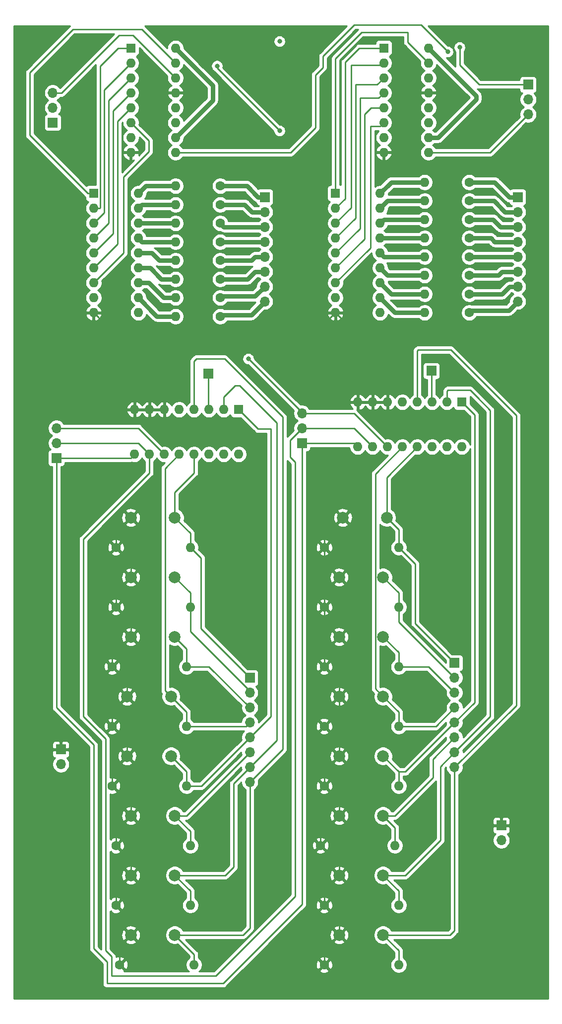
<source format=gbr>
%TF.GenerationSoftware,KiCad,Pcbnew,(5.1.6)-1*%
%TF.CreationDate,2020-10-11T20:34:23-04:00*%
%TF.ProjectId,ir_emitter,69725f65-6d69-4747-9465-722e6b696361,v02*%
%TF.SameCoordinates,Original*%
%TF.FileFunction,Copper,L1,Top*%
%TF.FilePolarity,Positive*%
%FSLAX46Y46*%
G04 Gerber Fmt 4.6, Leading zero omitted, Abs format (unit mm)*
G04 Created by KiCad (PCBNEW (5.1.6)-1) date 2020-10-11 20:34:23*
%MOMM*%
%LPD*%
G01*
G04 APERTURE LIST*
%TA.AperFunction,ComponentPad*%
%ADD10O,1.700000X1.700000*%
%TD*%
%TA.AperFunction,ComponentPad*%
%ADD11R,1.700000X1.700000*%
%TD*%
%TA.AperFunction,ComponentPad*%
%ADD12C,2.000000*%
%TD*%
%TA.AperFunction,ComponentPad*%
%ADD13O,1.600000X1.600000*%
%TD*%
%TA.AperFunction,ComponentPad*%
%ADD14C,1.600000*%
%TD*%
%TA.AperFunction,ComponentPad*%
%ADD15R,1.600000X1.600000*%
%TD*%
%TA.AperFunction,ViaPad*%
%ADD16C,0.800000*%
%TD*%
%TA.AperFunction,Conductor*%
%ADD17C,0.250000*%
%TD*%
%TA.AperFunction,Conductor*%
%ADD18C,0.750000*%
%TD*%
%TA.AperFunction,Conductor*%
%ADD19C,0.254000*%
%TD*%
G04 APERTURE END LIST*
D10*
%TO.P,J12,2*%
%TO.N,VCC*%
X92202000Y-144272000D03*
D11*
%TO.P,J12,1*%
%TO.N,GND*%
X92202000Y-141732000D03*
%TD*%
D10*
%TO.P,J11,2*%
%TO.N,VCC*%
X167386000Y-157226000D03*
D11*
%TO.P,J11,1*%
%TO.N,GND*%
X167386000Y-154686000D03*
%TD*%
D10*
%TO.P,J10,3*%
%TO.N,Net-(J10-Pad3)*%
X171958000Y-33528000D03*
%TO.P,J10,2*%
%TO.N,Net-(J1-Pad2)*%
X171958000Y-30988000D03*
D11*
%TO.P,J10,1*%
%TO.N,Net-(J1-Pad1)*%
X171958000Y-28448000D03*
%TD*%
D12*
%TO.P,C1,1*%
%TO.N,GND*%
X104140000Y-102235000D03*
%TO.P,C1,2*%
%TO.N,Net-(C1-Pad2)*%
X111640000Y-102235000D03*
%TD*%
%TO.P,C2,2*%
%TO.N,Net-(C2-Pad2)*%
X111640000Y-112395000D03*
%TO.P,C2,1*%
%TO.N,GND*%
X104140000Y-112395000D03*
%TD*%
%TO.P,C3,2*%
%TO.N,Net-(C3-Pad2)*%
X111640000Y-122555000D03*
%TO.P,C3,1*%
%TO.N,GND*%
X104140000Y-122555000D03*
%TD*%
%TO.P,C4,2*%
%TO.N,Net-(C4-Pad2)*%
X111005000Y-132715000D03*
%TO.P,C4,1*%
%TO.N,GND*%
X103505000Y-132715000D03*
%TD*%
%TO.P,C5,1*%
%TO.N,GND*%
X103505000Y-142875000D03*
%TO.P,C5,2*%
%TO.N,Net-(C5-Pad2)*%
X111005000Y-142875000D03*
%TD*%
%TO.P,C6,2*%
%TO.N,Net-(C6-Pad2)*%
X111640000Y-153035000D03*
%TO.P,C6,1*%
%TO.N,GND*%
X104140000Y-153035000D03*
%TD*%
%TO.P,C7,1*%
%TO.N,GND*%
X104140000Y-163195000D03*
%TO.P,C7,2*%
%TO.N,Net-(C7-Pad2)*%
X111640000Y-163195000D03*
%TD*%
%TO.P,C8,2*%
%TO.N,Net-(C8-Pad2)*%
X111640000Y-173355000D03*
%TO.P,C8,1*%
%TO.N,GND*%
X104140000Y-173355000D03*
%TD*%
%TO.P,C9,2*%
%TO.N,Net-(C9-Pad2)*%
X147835000Y-102235000D03*
%TO.P,C9,1*%
%TO.N,GND*%
X140335000Y-102235000D03*
%TD*%
%TO.P,C10,2*%
%TO.N,Net-(C10-Pad2)*%
X147200000Y-112395000D03*
%TO.P,C10,1*%
%TO.N,GND*%
X139700000Y-112395000D03*
%TD*%
%TO.P,C11,2*%
%TO.N,Net-(C11-Pad2)*%
X147200000Y-122555000D03*
%TO.P,C11,1*%
%TO.N,GND*%
X139700000Y-122555000D03*
%TD*%
%TO.P,C12,1*%
%TO.N,GND*%
X139700000Y-132715000D03*
%TO.P,C12,2*%
%TO.N,Net-(C12-Pad2)*%
X147200000Y-132715000D03*
%TD*%
%TO.P,C13,1*%
%TO.N,GND*%
X139700000Y-142875000D03*
%TO.P,C13,2*%
%TO.N,Net-(C13-Pad2)*%
X147200000Y-142875000D03*
%TD*%
%TO.P,C14,1*%
%TO.N,GND*%
X139700000Y-153035000D03*
%TO.P,C14,2*%
%TO.N,Net-(C14-Pad2)*%
X147200000Y-153035000D03*
%TD*%
%TO.P,C15,2*%
%TO.N,Net-(C15-Pad2)*%
X147200000Y-163195000D03*
%TO.P,C15,1*%
%TO.N,GND*%
X139700000Y-163195000D03*
%TD*%
%TO.P,C16,2*%
%TO.N,Net-(C16-Pad2)*%
X147200000Y-173355000D03*
%TO.P,C16,1*%
%TO.N,GND*%
X139700000Y-173355000D03*
%TD*%
D11*
%TO.P,J1,1*%
%TO.N,Net-(J1-Pad1)*%
X90805000Y-34925000D03*
D10*
%TO.P,J1,2*%
%TO.N,Net-(J1-Pad2)*%
X90805000Y-32385000D03*
%TO.P,J1,3*%
%TO.N,Net-(J1-Pad3)*%
X90805000Y-29845000D03*
%TD*%
%TO.P,J2,8*%
%TO.N,Net-(J2-Pad8)*%
X127000000Y-65405000D03*
%TO.P,J2,7*%
%TO.N,Net-(J2-Pad7)*%
X127000000Y-62865000D03*
%TO.P,J2,6*%
%TO.N,Net-(J2-Pad6)*%
X127000000Y-60325000D03*
%TO.P,J2,5*%
%TO.N,Net-(J2-Pad5)*%
X127000000Y-57785000D03*
%TO.P,J2,4*%
%TO.N,Net-(J2-Pad4)*%
X127000000Y-55245000D03*
%TO.P,J2,3*%
%TO.N,Net-(J2-Pad3)*%
X127000000Y-52705000D03*
%TO.P,J2,2*%
%TO.N,Net-(J2-Pad2)*%
X127000000Y-50165000D03*
D11*
%TO.P,J2,1*%
%TO.N,Net-(J2-Pad1)*%
X127000000Y-47625000D03*
%TD*%
%TO.P,J3,1*%
%TO.N,Net-(J3-Pad1)*%
X170180000Y-47625000D03*
D10*
%TO.P,J3,2*%
%TO.N,Net-(J3-Pad2)*%
X170180000Y-50165000D03*
%TO.P,J3,3*%
%TO.N,Net-(J3-Pad3)*%
X170180000Y-52705000D03*
%TO.P,J3,4*%
%TO.N,Net-(J3-Pad4)*%
X170180000Y-55245000D03*
%TO.P,J3,5*%
%TO.N,Net-(J3-Pad5)*%
X170180000Y-57785000D03*
%TO.P,J3,6*%
%TO.N,Net-(J3-Pad6)*%
X170180000Y-60325000D03*
%TO.P,J3,7*%
%TO.N,Net-(J3-Pad7)*%
X170180000Y-62865000D03*
%TO.P,J3,8*%
%TO.N,Net-(J3-Pad8)*%
X170180000Y-65405000D03*
%TD*%
%TO.P,J4,3*%
%TO.N,Net-(J4-Pad3)*%
X91440000Y-86995000D03*
%TO.P,J4,2*%
%TO.N,Net-(J4-Pad2)*%
X91440000Y-89535000D03*
D11*
%TO.P,J4,1*%
%TO.N,Net-(J4-Pad1)*%
X91440000Y-92075000D03*
%TD*%
%TO.P,J5,1*%
%TO.N,Net-(J5-Pad1)*%
X117348000Y-77724000D03*
%TD*%
D10*
%TO.P,J6,3*%
%TO.N,Net-(J4-Pad3)*%
X133350000Y-84455000D03*
%TO.P,J6,2*%
%TO.N,Net-(J4-Pad2)*%
X133350000Y-86995000D03*
D11*
%TO.P,J6,1*%
%TO.N,Net-(J4-Pad1)*%
X133350000Y-89535000D03*
%TD*%
%TO.P,J7,1*%
%TO.N,Net-(J7-Pad1)*%
X155448000Y-77216000D03*
%TD*%
D10*
%TO.P,J8,8*%
%TO.N,Net-(C8-Pad2)*%
X124460000Y-147320000D03*
%TO.P,J8,7*%
%TO.N,Net-(C7-Pad2)*%
X124460000Y-144780000D03*
%TO.P,J8,6*%
%TO.N,Net-(C6-Pad2)*%
X124460000Y-142240000D03*
%TO.P,J8,5*%
%TO.N,Net-(C5-Pad2)*%
X124460000Y-139700000D03*
%TO.P,J8,4*%
%TO.N,Net-(C4-Pad2)*%
X124460000Y-137160000D03*
%TO.P,J8,3*%
%TO.N,Net-(C3-Pad2)*%
X124460000Y-134620000D03*
%TO.P,J8,2*%
%TO.N,Net-(C2-Pad2)*%
X124460000Y-132080000D03*
D11*
%TO.P,J8,1*%
%TO.N,Net-(C1-Pad2)*%
X124460000Y-129540000D03*
%TD*%
D10*
%TO.P,J9,8*%
%TO.N,Net-(C16-Pad2)*%
X159385000Y-144780000D03*
%TO.P,J9,7*%
%TO.N,Net-(C15-Pad2)*%
X159385000Y-142240000D03*
%TO.P,J9,6*%
%TO.N,Net-(C14-Pad2)*%
X159385000Y-139700000D03*
%TO.P,J9,5*%
%TO.N,Net-(C13-Pad2)*%
X159385000Y-137160000D03*
%TO.P,J9,4*%
%TO.N,Net-(C12-Pad2)*%
X159385000Y-134620000D03*
%TO.P,J9,3*%
%TO.N,Net-(C11-Pad2)*%
X159385000Y-132080000D03*
%TO.P,J9,2*%
%TO.N,Net-(C10-Pad2)*%
X159385000Y-129540000D03*
D11*
%TO.P,J9,1*%
%TO.N,Net-(C9-Pad2)*%
X159385000Y-127000000D03*
%TD*%
D13*
%TO.P,R1,2*%
%TO.N,Net-(R1-Pad2)*%
X111760000Y-45720000D03*
D14*
%TO.P,R1,1*%
%TO.N,Net-(J2-Pad1)*%
X119380000Y-45720000D03*
%TD*%
D13*
%TO.P,R2,2*%
%TO.N,Net-(R2-Pad2)*%
X111760000Y-48895000D03*
D14*
%TO.P,R2,1*%
%TO.N,Net-(J2-Pad2)*%
X119380000Y-48895000D03*
%TD*%
%TO.P,R3,1*%
%TO.N,Net-(J2-Pad3)*%
X119380000Y-52070000D03*
D13*
%TO.P,R3,2*%
%TO.N,Net-(R3-Pad2)*%
X111760000Y-52070000D03*
%TD*%
D14*
%TO.P,R4,1*%
%TO.N,Net-(J2-Pad4)*%
X119380000Y-55245000D03*
D13*
%TO.P,R4,2*%
%TO.N,Net-(R4-Pad2)*%
X111760000Y-55245000D03*
%TD*%
%TO.P,R5,2*%
%TO.N,Net-(R5-Pad2)*%
X111760000Y-58420000D03*
D14*
%TO.P,R5,1*%
%TO.N,Net-(J2-Pad5)*%
X119380000Y-58420000D03*
%TD*%
%TO.P,R6,1*%
%TO.N,Net-(J2-Pad6)*%
X119380000Y-61595000D03*
D13*
%TO.P,R6,2*%
%TO.N,Net-(R6-Pad2)*%
X111760000Y-61595000D03*
%TD*%
%TO.P,R7,2*%
%TO.N,Net-(R7-Pad2)*%
X111760000Y-64770000D03*
D14*
%TO.P,R7,1*%
%TO.N,Net-(J2-Pad7)*%
X119380000Y-64770000D03*
%TD*%
%TO.P,R8,1*%
%TO.N,Net-(J2-Pad8)*%
X119380000Y-67945000D03*
D13*
%TO.P,R8,2*%
%TO.N,Net-(R8-Pad2)*%
X111760000Y-67945000D03*
%TD*%
%TO.P,R9,2*%
%TO.N,Net-(R9-Pad2)*%
X154305000Y-45085000D03*
D14*
%TO.P,R9,1*%
%TO.N,Net-(J3-Pad1)*%
X161925000Y-45085000D03*
%TD*%
D13*
%TO.P,R10,2*%
%TO.N,Net-(R10-Pad2)*%
X154305000Y-48260000D03*
D14*
%TO.P,R10,1*%
%TO.N,Net-(J3-Pad2)*%
X161925000Y-48260000D03*
%TD*%
%TO.P,R11,1*%
%TO.N,Net-(J3-Pad3)*%
X161925000Y-51435000D03*
D13*
%TO.P,R11,2*%
%TO.N,Net-(R11-Pad2)*%
X154305000Y-51435000D03*
%TD*%
D14*
%TO.P,R12,1*%
%TO.N,Net-(J3-Pad4)*%
X161925000Y-54610000D03*
D13*
%TO.P,R12,2*%
%TO.N,Net-(R12-Pad2)*%
X154305000Y-54610000D03*
%TD*%
D14*
%TO.P,R13,1*%
%TO.N,Net-(J3-Pad5)*%
X161925000Y-57785000D03*
D13*
%TO.P,R13,2*%
%TO.N,Net-(R13-Pad2)*%
X154305000Y-57785000D03*
%TD*%
%TO.P,R14,2*%
%TO.N,Net-(R14-Pad2)*%
X154305000Y-60960000D03*
D14*
%TO.P,R14,1*%
%TO.N,Net-(J3-Pad6)*%
X161925000Y-60960000D03*
%TD*%
%TO.P,R15,1*%
%TO.N,Net-(J3-Pad7)*%
X161925000Y-64135000D03*
D13*
%TO.P,R15,2*%
%TO.N,Net-(R15-Pad2)*%
X154305000Y-64135000D03*
%TD*%
%TO.P,R16,2*%
%TO.N,Net-(R16-Pad2)*%
X154305000Y-67310000D03*
D14*
%TO.P,R16,1*%
%TO.N,Net-(J3-Pad8)*%
X161925000Y-67310000D03*
%TD*%
%TO.P,R17,1*%
%TO.N,GND*%
X101600000Y-107315000D03*
D13*
%TO.P,R17,2*%
%TO.N,Net-(C1-Pad2)*%
X114300000Y-107315000D03*
%TD*%
D14*
%TO.P,R18,1*%
%TO.N,GND*%
X101600000Y-117475000D03*
D13*
%TO.P,R18,2*%
%TO.N,Net-(C2-Pad2)*%
X114300000Y-117475000D03*
%TD*%
%TO.P,R19,2*%
%TO.N,Net-(C3-Pad2)*%
X113665000Y-127635000D03*
D14*
%TO.P,R19,1*%
%TO.N,GND*%
X100965000Y-127635000D03*
%TD*%
D13*
%TO.P,R20,2*%
%TO.N,Net-(C4-Pad2)*%
X113665000Y-137795000D03*
D14*
%TO.P,R20,1*%
%TO.N,GND*%
X100965000Y-137795000D03*
%TD*%
D13*
%TO.P,R21,2*%
%TO.N,Net-(C5-Pad2)*%
X113665000Y-147955000D03*
D14*
%TO.P,R21,1*%
%TO.N,GND*%
X100965000Y-147955000D03*
%TD*%
%TO.P,R22,1*%
%TO.N,GND*%
X101600000Y-158115000D03*
D13*
%TO.P,R22,2*%
%TO.N,Net-(C6-Pad2)*%
X114300000Y-158115000D03*
%TD*%
%TO.P,R23,2*%
%TO.N,Net-(C7-Pad2)*%
X114300000Y-168275000D03*
D14*
%TO.P,R23,1*%
%TO.N,GND*%
X101600000Y-168275000D03*
%TD*%
%TO.P,R24,1*%
%TO.N,GND*%
X102235000Y-178435000D03*
D13*
%TO.P,R24,2*%
%TO.N,Net-(C8-Pad2)*%
X114935000Y-178435000D03*
%TD*%
D14*
%TO.P,R25,1*%
%TO.N,GND*%
X137160000Y-107315000D03*
D13*
%TO.P,R25,2*%
%TO.N,Net-(C9-Pad2)*%
X149860000Y-107315000D03*
%TD*%
%TO.P,R26,2*%
%TO.N,Net-(C10-Pad2)*%
X149860000Y-117475000D03*
D14*
%TO.P,R26,1*%
%TO.N,GND*%
X137160000Y-117475000D03*
%TD*%
%TO.P,R27,1*%
%TO.N,GND*%
X137160000Y-127635000D03*
D13*
%TO.P,R27,2*%
%TO.N,Net-(C11-Pad2)*%
X149860000Y-127635000D03*
%TD*%
%TO.P,R28,2*%
%TO.N,Net-(C12-Pad2)*%
X149860000Y-137795000D03*
D14*
%TO.P,R28,1*%
%TO.N,GND*%
X137160000Y-137795000D03*
%TD*%
%TO.P,R29,1*%
%TO.N,GND*%
X137160000Y-147955000D03*
D13*
%TO.P,R29,2*%
%TO.N,Net-(C13-Pad2)*%
X149860000Y-147955000D03*
%TD*%
%TO.P,R30,2*%
%TO.N,Net-(C14-Pad2)*%
X149225000Y-158115000D03*
D14*
%TO.P,R30,1*%
%TO.N,GND*%
X136525000Y-158115000D03*
%TD*%
%TO.P,R31,1*%
%TO.N,GND*%
X137160000Y-168275000D03*
D13*
%TO.P,R31,2*%
%TO.N,Net-(C15-Pad2)*%
X149860000Y-168275000D03*
%TD*%
%TO.P,R32,2*%
%TO.N,Net-(C16-Pad2)*%
X149860000Y-178435000D03*
D14*
%TO.P,R32,1*%
%TO.N,GND*%
X137160000Y-178435000D03*
%TD*%
D15*
%TO.P,U1,1*%
%TO.N,Net-(U1-Pad1)*%
X104140000Y-22225000D03*
D13*
%TO.P,U1,9*%
%TO.N,Net-(U1-Pad9)*%
X111760000Y-40005000D03*
%TO.P,U1,2*%
%TO.N,Net-(U1-Pad2)*%
X104140000Y-24765000D03*
%TO.P,U1,10*%
%TO.N,VCC*%
X111760000Y-37465000D03*
%TO.P,U1,3*%
%TO.N,Net-(U1-Pad3)*%
X104140000Y-27305000D03*
%TO.P,U1,11*%
%TO.N,Net-(J1-Pad2)*%
X111760000Y-34925000D03*
%TO.P,U1,4*%
%TO.N,Net-(U1-Pad4)*%
X104140000Y-29845000D03*
%TO.P,U1,12*%
%TO.N,Net-(J1-Pad1)*%
X111760000Y-32385000D03*
%TO.P,U1,5*%
%TO.N,Net-(U1-Pad5)*%
X104140000Y-32385000D03*
%TO.P,U1,13*%
%TO.N,GND*%
X111760000Y-29845000D03*
%TO.P,U1,6*%
%TO.N,Net-(U1-Pad6)*%
X104140000Y-34925000D03*
%TO.P,U1,14*%
%TO.N,Net-(J1-Pad3)*%
X111760000Y-27305000D03*
%TO.P,U1,7*%
%TO.N,Net-(U1-Pad7)*%
X104140000Y-37465000D03*
%TO.P,U1,15*%
%TO.N,Net-(U1-Pad15)*%
X111760000Y-24765000D03*
%TO.P,U1,8*%
%TO.N,GND*%
X104140000Y-40005000D03*
%TO.P,U1,16*%
%TO.N,VCC*%
X111760000Y-22225000D03*
%TD*%
%TO.P,U2,16*%
%TO.N,VCC*%
X154940000Y-22225000D03*
%TO.P,U2,8*%
%TO.N,GND*%
X147320000Y-40005000D03*
%TO.P,U2,15*%
%TO.N,Net-(U2-Pad15)*%
X154940000Y-24765000D03*
%TO.P,U2,7*%
%TO.N,Net-(U2-Pad7)*%
X147320000Y-37465000D03*
%TO.P,U2,14*%
%TO.N,Net-(U1-Pad9)*%
X154940000Y-27305000D03*
%TO.P,U2,6*%
%TO.N,Net-(U2-Pad6)*%
X147320000Y-34925000D03*
%TO.P,U2,13*%
%TO.N,GND*%
X154940000Y-29845000D03*
%TO.P,U2,5*%
%TO.N,Net-(U2-Pad5)*%
X147320000Y-32385000D03*
%TO.P,U2,12*%
%TO.N,Net-(J1-Pad1)*%
X154940000Y-32385000D03*
%TO.P,U2,4*%
%TO.N,Net-(U2-Pad4)*%
X147320000Y-29845000D03*
%TO.P,U2,11*%
%TO.N,Net-(J1-Pad2)*%
X154940000Y-34925000D03*
%TO.P,U2,3*%
%TO.N,Net-(U2-Pad3)*%
X147320000Y-27305000D03*
%TO.P,U2,10*%
%TO.N,VCC*%
X154940000Y-37465000D03*
%TO.P,U2,2*%
%TO.N,Net-(U2-Pad2)*%
X147320000Y-24765000D03*
%TO.P,U2,9*%
%TO.N,Net-(J10-Pad3)*%
X154940000Y-40005000D03*
D15*
%TO.P,U2,1*%
%TO.N,Net-(U2-Pad1)*%
X147320000Y-22225000D03*
%TD*%
%TO.P,U3,1*%
%TO.N,Net-(U1-Pad15)*%
X97790000Y-46990000D03*
D13*
%TO.P,U3,10*%
%TO.N,VCC*%
X105410000Y-67310000D03*
%TO.P,U3,2*%
%TO.N,Net-(U1-Pad1)*%
X97790000Y-49530000D03*
%TO.P,U3,11*%
%TO.N,Net-(R8-Pad2)*%
X105410000Y-64770000D03*
%TO.P,U3,3*%
%TO.N,Net-(U1-Pad2)*%
X97790000Y-52070000D03*
%TO.P,U3,12*%
%TO.N,Net-(R7-Pad2)*%
X105410000Y-62230000D03*
%TO.P,U3,4*%
%TO.N,Net-(U1-Pad3)*%
X97790000Y-54610000D03*
%TO.P,U3,13*%
%TO.N,Net-(R6-Pad2)*%
X105410000Y-59690000D03*
%TO.P,U3,5*%
%TO.N,Net-(U1-Pad4)*%
X97790000Y-57150000D03*
%TO.P,U3,14*%
%TO.N,Net-(R5-Pad2)*%
X105410000Y-57150000D03*
%TO.P,U3,6*%
%TO.N,Net-(U1-Pad5)*%
X97790000Y-59690000D03*
%TO.P,U3,15*%
%TO.N,Net-(R4-Pad2)*%
X105410000Y-54610000D03*
%TO.P,U3,7*%
%TO.N,Net-(U1-Pad6)*%
X97790000Y-62230000D03*
%TO.P,U3,16*%
%TO.N,Net-(R3-Pad2)*%
X105410000Y-52070000D03*
%TO.P,U3,8*%
%TO.N,Net-(U1-Pad7)*%
X97790000Y-64770000D03*
%TO.P,U3,17*%
%TO.N,Net-(R2-Pad2)*%
X105410000Y-49530000D03*
%TO.P,U3,9*%
%TO.N,GND*%
X97790000Y-67310000D03*
%TO.P,U3,18*%
%TO.N,Net-(R1-Pad2)*%
X105410000Y-46990000D03*
%TD*%
%TO.P,U4,18*%
%TO.N,Net-(R9-Pad2)*%
X146685000Y-46990000D03*
%TO.P,U4,9*%
%TO.N,GND*%
X139065000Y-67310000D03*
%TO.P,U4,17*%
%TO.N,Net-(R10-Pad2)*%
X146685000Y-49530000D03*
%TO.P,U4,8*%
%TO.N,Net-(U2-Pad7)*%
X139065000Y-64770000D03*
%TO.P,U4,16*%
%TO.N,Net-(R11-Pad2)*%
X146685000Y-52070000D03*
%TO.P,U4,7*%
%TO.N,Net-(U2-Pad6)*%
X139065000Y-62230000D03*
%TO.P,U4,15*%
%TO.N,Net-(R12-Pad2)*%
X146685000Y-54610000D03*
%TO.P,U4,6*%
%TO.N,Net-(U2-Pad5)*%
X139065000Y-59690000D03*
%TO.P,U4,14*%
%TO.N,Net-(R13-Pad2)*%
X146685000Y-57150000D03*
%TO.P,U4,5*%
%TO.N,Net-(U2-Pad4)*%
X139065000Y-57150000D03*
%TO.P,U4,13*%
%TO.N,Net-(R14-Pad2)*%
X146685000Y-59690000D03*
%TO.P,U4,4*%
%TO.N,Net-(U2-Pad3)*%
X139065000Y-54610000D03*
%TO.P,U4,12*%
%TO.N,Net-(R15-Pad2)*%
X146685000Y-62230000D03*
%TO.P,U4,3*%
%TO.N,Net-(U2-Pad2)*%
X139065000Y-52070000D03*
%TO.P,U4,11*%
%TO.N,Net-(R16-Pad2)*%
X146685000Y-64770000D03*
%TO.P,U4,2*%
%TO.N,Net-(U2-Pad1)*%
X139065000Y-49530000D03*
%TO.P,U4,10*%
%TO.N,VCC*%
X146685000Y-67310000D03*
D15*
%TO.P,U4,1*%
%TO.N,Net-(U2-Pad15)*%
X139065000Y-46990000D03*
%TD*%
%TO.P,U5,1*%
%TO.N,Net-(C13-Pad2)*%
X160655000Y-82550000D03*
D13*
%TO.P,U5,9*%
%TO.N,Net-(J4-Pad1)*%
X142875000Y-90170000D03*
%TO.P,U5,2*%
%TO.N,Net-(C15-Pad2)*%
X158115000Y-82550000D03*
%TO.P,U5,10*%
%TO.N,Net-(J4-Pad2)*%
X145415000Y-90170000D03*
%TO.P,U5,3*%
%TO.N,Net-(J7-Pad1)*%
X155575000Y-82550000D03*
%TO.P,U5,11*%
%TO.N,Net-(J4-Pad3)*%
X147955000Y-90170000D03*
%TO.P,U5,4*%
%TO.N,Net-(C16-Pad2)*%
X153035000Y-82550000D03*
%TO.P,U5,12*%
%TO.N,Net-(C12-Pad2)*%
X150495000Y-90170000D03*
%TO.P,U5,5*%
%TO.N,Net-(C14-Pad2)*%
X150495000Y-82550000D03*
%TO.P,U5,13*%
%TO.N,Net-(C9-Pad2)*%
X153035000Y-90170000D03*
%TO.P,U5,6*%
%TO.N,GND*%
X147955000Y-82550000D03*
%TO.P,U5,14*%
%TO.N,Net-(C10-Pad2)*%
X155575000Y-90170000D03*
%TO.P,U5,7*%
%TO.N,GND*%
X145415000Y-82550000D03*
%TO.P,U5,15*%
%TO.N,Net-(C11-Pad2)*%
X158115000Y-90170000D03*
%TO.P,U5,8*%
%TO.N,GND*%
X142875000Y-82550000D03*
%TO.P,U5,16*%
%TO.N,VCC*%
X160655000Y-90170000D03*
%TD*%
D15*
%TO.P,U6,1*%
%TO.N,Net-(C5-Pad2)*%
X122555000Y-83820000D03*
D13*
%TO.P,U6,9*%
%TO.N,Net-(J4-Pad1)*%
X104775000Y-91440000D03*
%TO.P,U6,2*%
%TO.N,Net-(C7-Pad2)*%
X120015000Y-83820000D03*
%TO.P,U6,10*%
%TO.N,Net-(J4-Pad2)*%
X107315000Y-91440000D03*
%TO.P,U6,3*%
%TO.N,Net-(J5-Pad1)*%
X117475000Y-83820000D03*
%TO.P,U6,11*%
%TO.N,Net-(J4-Pad3)*%
X109855000Y-91440000D03*
%TO.P,U6,4*%
%TO.N,Net-(C8-Pad2)*%
X114935000Y-83820000D03*
%TO.P,U6,12*%
%TO.N,Net-(C4-Pad2)*%
X112395000Y-91440000D03*
%TO.P,U6,5*%
%TO.N,Net-(C6-Pad2)*%
X112395000Y-83820000D03*
%TO.P,U6,13*%
%TO.N,Net-(C1-Pad2)*%
X114935000Y-91440000D03*
%TO.P,U6,6*%
%TO.N,GND*%
X109855000Y-83820000D03*
%TO.P,U6,14*%
%TO.N,Net-(C2-Pad2)*%
X117475000Y-91440000D03*
%TO.P,U6,7*%
%TO.N,GND*%
X107315000Y-83820000D03*
%TO.P,U6,15*%
%TO.N,Net-(C3-Pad2)*%
X120015000Y-91440000D03*
%TO.P,U6,8*%
%TO.N,GND*%
X104775000Y-83820000D03*
%TO.P,U6,16*%
%TO.N,VCC*%
X122555000Y-91440000D03*
%TD*%
D16*
%TO.N,*%
X129540000Y-21082000D03*
%TO.N,GND*%
X128778000Y-27940000D03*
X93472000Y-23114000D03*
X163830000Y-36322000D03*
X167894000Y-93726000D03*
X99314000Y-96012000D03*
X157734000Y-118872000D03*
X118872000Y-132080000D03*
X155194000Y-133604000D03*
X128778000Y-162306000D03*
X151130000Y-112522000D03*
X164084000Y-100076000D03*
X133096000Y-22352000D03*
X163830000Y-24638000D03*
%TO.N,Net-(J1-Pad1)*%
X129540000Y-36322000D03*
X118872000Y-25273000D03*
X160274000Y-22098000D03*
%TO.N,Net-(J4-Pad3)*%
X124206000Y-75184000D03*
%TO.N,Net-(U1-Pad9)*%
X158242000Y-22860000D03*
%TD*%
D17*
%TO.N,GND*%
X102235000Y-175260000D02*
X104140000Y-173355000D01*
X102235000Y-178435000D02*
X102235000Y-175260000D01*
X104140000Y-173355000D02*
X102997000Y-172212000D01*
X102997000Y-169672000D02*
X101600000Y-168275000D01*
X102997000Y-172212000D02*
X102997000Y-169672000D01*
X101600000Y-165735000D02*
X104140000Y-163195000D01*
X101600000Y-168275000D02*
X101600000Y-165735000D01*
X104140000Y-160655000D02*
X101600000Y-158115000D01*
X104140000Y-163195000D02*
X104140000Y-160655000D01*
X101600000Y-155575000D02*
X104140000Y-153035000D01*
X101600000Y-158115000D02*
X101600000Y-155575000D01*
X104140000Y-151130000D02*
X100965000Y-147955000D01*
X104140000Y-153035000D02*
X104140000Y-151130000D01*
X100965000Y-145415000D02*
X103505000Y-142875000D01*
X100965000Y-147955000D02*
X100965000Y-145415000D01*
X103505000Y-140335000D02*
X100965000Y-137795000D01*
X103505000Y-142875000D02*
X103505000Y-140335000D01*
X100965000Y-135255000D02*
X103505000Y-132715000D01*
X100965000Y-137795000D02*
X100965000Y-135255000D01*
X103505000Y-130175000D02*
X100965000Y-127635000D01*
X103505000Y-132715000D02*
X103505000Y-130175000D01*
X100965000Y-125730000D02*
X104140000Y-122555000D01*
X100965000Y-127635000D02*
X100965000Y-125730000D01*
X104140000Y-120015000D02*
X101600000Y-117475000D01*
X104140000Y-122555000D02*
X104140000Y-120015000D01*
X101600000Y-114935000D02*
X104140000Y-112395000D01*
X101600000Y-117475000D02*
X101600000Y-114935000D01*
X104140000Y-109855000D02*
X101600000Y-107315000D01*
X104140000Y-112395000D02*
X104140000Y-109855000D01*
X101600000Y-104775000D02*
X104140000Y-102235000D01*
X101600000Y-107315000D02*
X101600000Y-104775000D01*
X137160000Y-175895000D02*
X139700000Y-173355000D01*
X137160000Y-178435000D02*
X137160000Y-175895000D01*
X139700000Y-170815000D02*
X137160000Y-168275000D01*
X139700000Y-173355000D02*
X139700000Y-170815000D01*
X137160000Y-165735000D02*
X139700000Y-163195000D01*
X137160000Y-168275000D02*
X137160000Y-165735000D01*
X139700000Y-161290000D02*
X136525000Y-158115000D01*
X139700000Y-163195000D02*
X139700000Y-161290000D01*
X136525000Y-156210000D02*
X139700000Y-153035000D01*
X136525000Y-158115000D02*
X136525000Y-156210000D01*
X139700000Y-150495000D02*
X137160000Y-147955000D01*
X139700000Y-153035000D02*
X139700000Y-150495000D01*
X137160000Y-145415000D02*
X139700000Y-142875000D01*
X137160000Y-147955000D02*
X137160000Y-145415000D01*
X139700000Y-140335000D02*
X137160000Y-137795000D01*
X139700000Y-142875000D02*
X139700000Y-140335000D01*
X139700000Y-135255000D02*
X137160000Y-137795000D01*
X139700000Y-132715000D02*
X139700000Y-135255000D01*
X139700000Y-130175000D02*
X137160000Y-127635000D01*
X139700000Y-132715000D02*
X139700000Y-130175000D01*
X137160000Y-125095000D02*
X139700000Y-122555000D01*
X137160000Y-127635000D02*
X137160000Y-125095000D01*
X137160000Y-120015000D02*
X139700000Y-122555000D01*
X137160000Y-117475000D02*
X137160000Y-120015000D01*
X137160000Y-114935000D02*
X139700000Y-112395000D01*
X137160000Y-117475000D02*
X137160000Y-114935000D01*
X137160000Y-109855000D02*
X139700000Y-112395000D01*
X137160000Y-107315000D02*
X137160000Y-109855000D01*
X137160000Y-105410000D02*
X140335000Y-102235000D01*
X137160000Y-107315000D02*
X137160000Y-105410000D01*
X142875000Y-71120000D02*
X139065000Y-67310000D01*
X142875000Y-82550000D02*
X142875000Y-71120000D01*
X147955000Y-82550000D02*
X145415000Y-82550000D01*
X142875000Y-82550000D02*
X145415000Y-82550000D01*
X104775000Y-74295000D02*
X97790000Y-67310000D01*
X104775000Y-83820000D02*
X104775000Y-74295000D01*
X104775000Y-83820000D02*
X107315000Y-83820000D01*
X109855000Y-83820000D02*
X107315000Y-83820000D01*
X109855000Y-83820000D02*
X109855000Y-77597000D01*
X109855000Y-77597000D02*
X115316000Y-72136000D01*
X134239000Y-72136000D02*
X139065000Y-67310000D01*
X115316000Y-72136000D02*
X134239000Y-72136000D01*
%TO.N,Net-(C1-Pad2)*%
X114300000Y-104895000D02*
X111640000Y-102235000D01*
X114300000Y-107315000D02*
X114300000Y-104895000D01*
X114300000Y-107315000D02*
X116078000Y-109093000D01*
X116078000Y-121158000D02*
X124460000Y-129540000D01*
X116078000Y-109093000D02*
X116078000Y-121158000D01*
X111640000Y-102235000D02*
X111640000Y-97910000D01*
X114935000Y-94615000D02*
X114935000Y-91440000D01*
X111640000Y-97910000D02*
X114935000Y-94615000D01*
%TO.N,Net-(C2-Pad2)*%
X114300000Y-115055000D02*
X111640000Y-112395000D01*
X114300000Y-117475000D02*
X114300000Y-115055000D01*
X124460000Y-131825002D02*
X124460000Y-132080000D01*
X114300000Y-121665002D02*
X124460000Y-131825002D01*
X114300000Y-117475000D02*
X114300000Y-121665002D01*
%TO.N,Net-(C3-Pad2)*%
X113665000Y-124580000D02*
X111640000Y-122555000D01*
X113665000Y-127635000D02*
X113665000Y-124580000D01*
X117475000Y-127635000D02*
X124460000Y-134620000D01*
X113665000Y-127635000D02*
X117475000Y-127635000D01*
%TO.N,Net-(C4-Pad2)*%
X113665000Y-135375000D02*
X111005000Y-132715000D01*
X113665000Y-137795000D02*
X113665000Y-135375000D01*
X123825000Y-137795000D02*
X124460000Y-137160000D01*
X113665000Y-137795000D02*
X123825000Y-137795000D01*
X111005000Y-132715000D02*
X109982000Y-131692000D01*
X109982000Y-93853000D02*
X112395000Y-91440000D01*
X109982000Y-131692000D02*
X109982000Y-93853000D01*
%TO.N,Net-(C5-Pad2)*%
X113665000Y-145535000D02*
X111005000Y-142875000D01*
X113665000Y-147955000D02*
X113665000Y-145535000D01*
X116205000Y-147955000D02*
X124460000Y-139700000D01*
X113665000Y-147955000D02*
X116205000Y-147955000D01*
X124460000Y-139700000D02*
X128016000Y-136144000D01*
X128016000Y-136144000D02*
X128016000Y-87122000D01*
X125857000Y-87122000D02*
X122555000Y-83820000D01*
X128016000Y-87122000D02*
X125857000Y-87122000D01*
%TO.N,Net-(C6-Pad2)*%
X114300000Y-155695000D02*
X111640000Y-153035000D01*
X114300000Y-158115000D02*
X114300000Y-155695000D01*
X113665000Y-153035000D02*
X124460000Y-142240000D01*
X111640000Y-153035000D02*
X113665000Y-153035000D01*
%TO.N,Net-(C7-Pad2)*%
X114300000Y-165855000D02*
X111640000Y-163195000D01*
X114300000Y-168275000D02*
X114300000Y-165855000D01*
X111640000Y-163195000D02*
X120269000Y-163195000D01*
X120269000Y-163195000D02*
X121666000Y-161798000D01*
X121666000Y-147574000D02*
X124460000Y-144780000D01*
X121666000Y-161798000D02*
X121666000Y-147574000D01*
X124460000Y-144780000D02*
X128016000Y-141224000D01*
X129032000Y-140208000D02*
X124460000Y-144780000D01*
X120015000Y-81661000D02*
X121920000Y-79756000D01*
X120015000Y-83820000D02*
X120015000Y-81661000D01*
X121920000Y-79756000D02*
X122682000Y-79756000D01*
X122682000Y-79756000D02*
X129032000Y-86106000D01*
X129032000Y-86106000D02*
X129032000Y-140208000D01*
%TO.N,Net-(C8-Pad2)*%
X114935000Y-176650000D02*
X111640000Y-173355000D01*
X114935000Y-178435000D02*
X114935000Y-176650000D01*
X111640000Y-173355000D02*
X123317000Y-173355000D01*
X124460000Y-172212000D02*
X124460000Y-147320000D01*
X123317000Y-173355000D02*
X124460000Y-172212000D01*
X124460000Y-147320000D02*
X130048000Y-141732000D01*
X130048000Y-141732000D02*
X130048000Y-85090000D01*
X130048000Y-85090000D02*
X120142000Y-75184000D01*
X114935000Y-83820000D02*
X114935000Y-75565000D01*
X115316000Y-75184000D02*
X120142000Y-75184000D01*
X114935000Y-75565000D02*
X115316000Y-75184000D01*
%TO.N,Net-(C9-Pad2)*%
X149860000Y-104260000D02*
X147835000Y-102235000D01*
X149860000Y-107315000D02*
X149860000Y-104260000D01*
X149860000Y-107315000D02*
X152654000Y-110109000D01*
X152654000Y-120269000D02*
X159385000Y-127000000D01*
X152654000Y-110109000D02*
X152654000Y-120269000D01*
X147835000Y-95370000D02*
X153035000Y-90170000D01*
X147835000Y-102235000D02*
X147835000Y-95370000D01*
%TO.N,Net-(C10-Pad2)*%
X149860000Y-115055000D02*
X147200000Y-112395000D01*
X149860000Y-117475000D02*
X149860000Y-115055000D01*
X149860000Y-120015000D02*
X149860000Y-117475000D01*
X159385000Y-129540000D02*
X149860000Y-120015000D01*
%TO.N,Net-(C11-Pad2)*%
X149860000Y-125215000D02*
X147200000Y-122555000D01*
X149860000Y-127635000D02*
X149860000Y-125215000D01*
X154940000Y-127635000D02*
X159385000Y-132080000D01*
X149860000Y-127635000D02*
X154940000Y-127635000D01*
%TO.N,Net-(C12-Pad2)*%
X149860000Y-135375000D02*
X147200000Y-132715000D01*
X149860000Y-137795000D02*
X149860000Y-135375000D01*
X156210000Y-137795000D02*
X159385000Y-134620000D01*
X149860000Y-137795000D02*
X156210000Y-137795000D01*
X145874999Y-94790001D02*
X150495000Y-90170000D01*
X145874999Y-131389999D02*
X145874999Y-94790001D01*
X147200000Y-132715000D02*
X145874999Y-131389999D01*
%TO.N,Net-(C13-Pad2)*%
X149860000Y-145535000D02*
X147200000Y-142875000D01*
X149860000Y-147955000D02*
X149860000Y-145535000D01*
X151010000Y-145535000D02*
X159385000Y-137160000D01*
X149860000Y-145535000D02*
X151010000Y-145535000D01*
X159385000Y-137160000D02*
X162814000Y-133731000D01*
X162814000Y-84709000D02*
X160655000Y-82550000D01*
X162814000Y-133731000D02*
X162814000Y-84709000D01*
%TO.N,Net-(C14-Pad2)*%
X149225000Y-155060000D02*
X147200000Y-153035000D01*
X149225000Y-158115000D02*
X149225000Y-155060000D01*
X147200000Y-153035000D02*
X149225000Y-153035000D01*
X149225000Y-153035000D02*
X155702000Y-146558000D01*
X155702000Y-143383000D02*
X159385000Y-139700000D01*
X155702000Y-146558000D02*
X155702000Y-143383000D01*
%TO.N,Net-(C15-Pad2)*%
X149860000Y-165855000D02*
X147200000Y-163195000D01*
X149860000Y-168275000D02*
X149860000Y-165855000D01*
X147200000Y-163195000D02*
X151003000Y-163195000D01*
X151003000Y-163195000D02*
X156972000Y-157226000D01*
X156972000Y-144653000D02*
X159385000Y-142240000D01*
X156972000Y-157226000D02*
X156972000Y-144653000D01*
X159385000Y-142240000D02*
X165481000Y-136144000D01*
X165481000Y-136144000D02*
X165481000Y-83947000D01*
X158115000Y-82550000D02*
X158115000Y-80645000D01*
X158115000Y-80645000D02*
X158242000Y-80518000D01*
X162052000Y-80518000D02*
X163322000Y-81788000D01*
X158242000Y-80518000D02*
X162052000Y-80518000D01*
X165481000Y-83947000D02*
X163322000Y-81788000D01*
X163322000Y-81788000D02*
X162958999Y-81424999D01*
%TO.N,Net-(C16-Pad2)*%
X149860000Y-176015000D02*
X147200000Y-173355000D01*
X149860000Y-178435000D02*
X149860000Y-176015000D01*
X147200000Y-173355000D02*
X158623000Y-173355000D01*
X159385000Y-172593000D02*
X159385000Y-144780000D01*
X158623000Y-173355000D02*
X159385000Y-172593000D01*
X153035000Y-73787000D02*
X153035000Y-82550000D01*
X169926000Y-134239000D02*
X169926000Y-84836000D01*
X169926000Y-84836000D02*
X158750000Y-73660000D01*
X159385000Y-144780000D02*
X169926000Y-134239000D01*
X158750000Y-73660000D02*
X153162000Y-73660000D01*
X153162000Y-73660000D02*
X153035000Y-73787000D01*
%TO.N,Net-(J1-Pad1)*%
X118872000Y-25654000D02*
X118872000Y-25273000D01*
X129540000Y-36322000D02*
X118872000Y-25654000D01*
X171958000Y-28448000D02*
X163576000Y-28448000D01*
X163576000Y-28448000D02*
X160274000Y-25146000D01*
X160274000Y-25146000D02*
X160274000Y-22098000D01*
%TO.N,Net-(J1-Pad3)*%
X92329000Y-29845000D02*
X90805000Y-29845000D01*
X102108000Y-20066000D02*
X92329000Y-29845000D01*
X111760000Y-27305000D02*
X104521000Y-20066000D01*
X104521000Y-20066000D02*
X102108000Y-20066000D01*
D18*
%TO.N,Net-(J2-Pad8)*%
X127000000Y-65405000D02*
X124714000Y-67691000D01*
X119634000Y-67691000D02*
X119380000Y-67945000D01*
X124714000Y-67691000D02*
X119634000Y-67691000D01*
%TO.N,Net-(J2-Pad7)*%
X127000000Y-62865000D02*
X125349000Y-64516000D01*
X119634000Y-64516000D02*
X119380000Y-64770000D01*
X125349000Y-64516000D02*
X119634000Y-64516000D01*
%TO.N,Net-(J2-Pad6)*%
X127000000Y-60325000D02*
X125349000Y-60325000D01*
X124079000Y-61595000D02*
X119380000Y-61595000D01*
X125349000Y-60325000D02*
X124079000Y-61595000D01*
%TO.N,Net-(J2-Pad5)*%
X127000000Y-57785000D02*
X125349000Y-57785000D01*
X124714000Y-58420000D02*
X119380000Y-58420000D01*
X125349000Y-57785000D02*
X124714000Y-58420000D01*
%TO.N,Net-(J2-Pad4)*%
X127000000Y-55245000D02*
X119380000Y-55245000D01*
%TO.N,Net-(J2-Pad3)*%
X120015000Y-52705000D02*
X119380000Y-52070000D01*
X127000000Y-52705000D02*
X120015000Y-52705000D01*
%TO.N,Net-(J2-Pad2)*%
X127000000Y-50165000D02*
X124841000Y-50165000D01*
X123571000Y-48895000D02*
X119380000Y-48895000D01*
X124841000Y-50165000D02*
X123571000Y-48895000D01*
%TO.N,Net-(J2-Pad1)*%
X127000000Y-47625000D02*
X125857000Y-47625000D01*
X123952000Y-45720000D02*
X119380000Y-45720000D01*
X125857000Y-47625000D02*
X123952000Y-45720000D01*
%TO.N,Net-(J3-Pad1)*%
X170180000Y-47625000D02*
X168783000Y-47625000D01*
X166243000Y-45085000D02*
X161925000Y-45085000D01*
X168783000Y-47625000D02*
X166243000Y-45085000D01*
%TO.N,Net-(J3-Pad2)*%
X170180000Y-50165000D02*
X168021000Y-50165000D01*
X166116000Y-48260000D02*
X161925000Y-48260000D01*
X168021000Y-50165000D02*
X166116000Y-48260000D01*
%TO.N,Net-(J3-Pad3)*%
X170180000Y-52705000D02*
X167259000Y-52705000D01*
X165989000Y-51435000D02*
X161925000Y-51435000D01*
X167259000Y-52705000D02*
X165989000Y-51435000D01*
%TO.N,Net-(J3-Pad4)*%
X170180000Y-55245000D02*
X166243000Y-55245000D01*
X165608000Y-54610000D02*
X161925000Y-54610000D01*
X166243000Y-55245000D02*
X165608000Y-54610000D01*
%TO.N,Net-(J3-Pad5)*%
X170180000Y-57785000D02*
X161925000Y-57785000D01*
%TO.N,Net-(J3-Pad6)*%
X170180000Y-60325000D02*
X167513000Y-60325000D01*
X166878000Y-60960000D02*
X161925000Y-60960000D01*
X167513000Y-60325000D02*
X166878000Y-60960000D01*
%TO.N,Net-(J3-Pad7)*%
X170180000Y-62865000D02*
X168783000Y-62865000D01*
X167513000Y-64135000D02*
X161925000Y-64135000D01*
X168783000Y-62865000D02*
X167513000Y-64135000D01*
%TO.N,Net-(J3-Pad8)*%
X170180000Y-65405000D02*
X168656000Y-66929000D01*
X162306000Y-66929000D02*
X161925000Y-67310000D01*
X168656000Y-66929000D02*
X162306000Y-66929000D01*
D17*
%TO.N,Net-(J4-Pad3)*%
X105410000Y-86995000D02*
X109855000Y-91440000D01*
X91440000Y-86995000D02*
X105410000Y-86995000D01*
%TO.N,Net-(J4-Pad2)*%
X105410000Y-89535000D02*
X107315000Y-91440000D01*
X91440000Y-89535000D02*
X105410000Y-89535000D01*
%TO.N,Net-(J4-Pad1)*%
X104140000Y-92075000D02*
X104775000Y-91440000D01*
X91440000Y-92075000D02*
X104140000Y-92075000D01*
%TO.N,Net-(J5-Pad1)*%
X117348000Y-83693000D02*
X117475000Y-83820000D01*
X117348000Y-77724000D02*
X117348000Y-83693000D01*
%TO.N,Net-(J4-Pad1)*%
X142240000Y-89535000D02*
X142875000Y-90170000D01*
X133350000Y-89535000D02*
X142240000Y-89535000D01*
%TO.N,Net-(J4-Pad2)*%
X142240000Y-86995000D02*
X133350000Y-86995000D01*
X145415000Y-90170000D02*
X142240000Y-86995000D01*
%TO.N,Net-(J4-Pad3)*%
X142240000Y-84455000D02*
X147955000Y-90170000D01*
X133350000Y-84455000D02*
X142240000Y-84455000D01*
X133350000Y-84328000D02*
X133350000Y-84455000D01*
X124206000Y-75184000D02*
X133350000Y-84328000D01*
%TO.N,Net-(J4-Pad2)*%
X131318000Y-89027000D02*
X133350000Y-86995000D01*
X131318000Y-91948000D02*
X131318000Y-89027000D01*
X107315000Y-91440000D02*
X107315000Y-94615000D01*
X99839999Y-139971999D02*
X99839999Y-176039999D01*
X100838000Y-180340000D02*
X118618000Y-180340000D01*
X132174999Y-92804999D02*
X131318000Y-91948000D01*
X96012000Y-136144000D02*
X99839999Y-139971999D01*
X107315000Y-94615000D02*
X96012000Y-105918000D01*
X96012000Y-105918000D02*
X96012000Y-136144000D01*
X132174999Y-166783001D02*
X132174999Y-92804999D01*
X99839999Y-176039999D02*
X100838000Y-177038000D01*
X100838000Y-177038000D02*
X100838000Y-180340000D01*
X118618000Y-180340000D02*
X132174999Y-166783001D01*
%TO.N,Net-(J4-Pad1)*%
X91440000Y-92075000D02*
X91440000Y-134620000D01*
X91440000Y-134620000D02*
X97790000Y-140970000D01*
X97790000Y-175655002D02*
X100076000Y-177941002D01*
X97790000Y-140970000D02*
X97790000Y-175655002D01*
X100076000Y-177941002D02*
X100076000Y-181610000D01*
X100076000Y-181610000D02*
X119888000Y-181610000D01*
X133350000Y-168148000D02*
X133350000Y-89535000D01*
X119888000Y-181610000D02*
X133350000Y-168148000D01*
%TO.N,Net-(J7-Pad1)*%
X155448000Y-82423000D02*
X155575000Y-82550000D01*
X155448000Y-77216000D02*
X155448000Y-82423000D01*
D18*
%TO.N,Net-(R1-Pad2)*%
X106680000Y-45720000D02*
X105410000Y-46990000D01*
X111760000Y-45720000D02*
X106680000Y-45720000D01*
%TO.N,Net-(R2-Pad2)*%
X106045000Y-48895000D02*
X105410000Y-49530000D01*
X111760000Y-48895000D02*
X106045000Y-48895000D01*
%TO.N,Net-(R3-Pad2)*%
X111760000Y-52070000D02*
X105410000Y-52070000D01*
%TO.N,Net-(R4-Pad2)*%
X106045000Y-55245000D02*
X105410000Y-54610000D01*
X111760000Y-55245000D02*
X106045000Y-55245000D01*
%TO.N,Net-(R5-Pad2)*%
X111760000Y-58420000D02*
X108966000Y-58420000D01*
X107696000Y-57150000D02*
X105410000Y-57150000D01*
X108966000Y-58420000D02*
X107696000Y-57150000D01*
%TO.N,Net-(R6-Pad2)*%
X111760000Y-61595000D02*
X109347000Y-61595000D01*
X107442000Y-59690000D02*
X105410000Y-59690000D01*
X109347000Y-61595000D02*
X107442000Y-59690000D01*
%TO.N,Net-(R7-Pad2)*%
X111760000Y-64770000D02*
X109728000Y-64770000D01*
X107188000Y-62230000D02*
X105410000Y-62230000D01*
X109728000Y-64770000D02*
X107188000Y-62230000D01*
%TO.N,Net-(R8-Pad2)*%
X108585000Y-67945000D02*
X105410000Y-64770000D01*
X111760000Y-67945000D02*
X108585000Y-67945000D01*
%TO.N,Net-(R9-Pad2)*%
X148590000Y-45085000D02*
X146685000Y-46990000D01*
X154305000Y-45085000D02*
X148590000Y-45085000D01*
%TO.N,Net-(R10-Pad2)*%
X147955000Y-48260000D02*
X146685000Y-49530000D01*
X154305000Y-48260000D02*
X147955000Y-48260000D01*
%TO.N,Net-(R11-Pad2)*%
X147320000Y-51435000D02*
X146685000Y-52070000D01*
X154305000Y-51435000D02*
X147320000Y-51435000D01*
%TO.N,Net-(R12-Pad2)*%
X154305000Y-54610000D02*
X146685000Y-54610000D01*
%TO.N,Net-(R13-Pad2)*%
X147320000Y-57785000D02*
X146685000Y-57150000D01*
X154305000Y-57785000D02*
X147320000Y-57785000D01*
%TO.N,Net-(R14-Pad2)*%
X147955000Y-60960000D02*
X146685000Y-59690000D01*
X154305000Y-60960000D02*
X147955000Y-60960000D01*
%TO.N,Net-(R15-Pad2)*%
X148590000Y-64135000D02*
X146685000Y-62230000D01*
X154305000Y-64135000D02*
X148590000Y-64135000D01*
%TO.N,Net-(R16-Pad2)*%
X149225000Y-67310000D02*
X146685000Y-64770000D01*
X154305000Y-67310000D02*
X149225000Y-67310000D01*
D17*
%TO.N,Net-(U1-Pad1)*%
X97790000Y-49530000D02*
X98806000Y-49530000D01*
X98915001Y-49420999D02*
X98915001Y-25290999D01*
X98806000Y-49530000D02*
X98915001Y-49420999D01*
X101981000Y-22225000D02*
X104140000Y-22225000D01*
X98915001Y-25290999D02*
X101981000Y-22225000D01*
%TO.N,Net-(U1-Pad9)*%
X111760000Y-40005000D02*
X131445000Y-40005000D01*
X131445000Y-40005000D02*
X135636000Y-35814000D01*
X135636000Y-26795590D02*
X136906000Y-25525590D01*
X135636000Y-35814000D02*
X135636000Y-26795590D01*
X136906000Y-25525590D02*
X136906000Y-23622000D01*
X136906000Y-23622000D02*
X142240000Y-18288000D01*
X142240000Y-18288000D02*
X153670000Y-18288000D01*
X153670000Y-18288000D02*
X158242000Y-22860000D01*
%TO.N,Net-(U1-Pad2)*%
X97790000Y-52070000D02*
X99568000Y-50292000D01*
X99568000Y-29337000D02*
X104140000Y-24765000D01*
X99568000Y-50292000D02*
X99568000Y-29337000D01*
D18*
%TO.N,VCC*%
X111760000Y-37465000D02*
X118110000Y-31115000D01*
X118110000Y-28575000D02*
X111760000Y-22225000D01*
X118110000Y-31115000D02*
X118110000Y-28575000D01*
X154940000Y-37465000D02*
X156591000Y-37465000D01*
X156591000Y-37465000D02*
X163068000Y-30988000D01*
X163068000Y-30353000D02*
X154940000Y-22225000D01*
X163068000Y-30988000D02*
X163068000Y-30353000D01*
D17*
%TO.N,Net-(U1-Pad3)*%
X97790000Y-54610000D02*
X100330000Y-52070000D01*
X100330000Y-31115000D02*
X104140000Y-27305000D01*
X100330000Y-52070000D02*
X100330000Y-31115000D01*
%TO.N,Net-(U1-Pad4)*%
X97790000Y-57150000D02*
X101092000Y-53848000D01*
X101092000Y-32893000D02*
X104140000Y-29845000D01*
X101092000Y-53848000D02*
X101092000Y-32893000D01*
%TO.N,Net-(U1-Pad5)*%
X97790000Y-59690000D02*
X101854000Y-55626000D01*
X101854000Y-34671000D02*
X104140000Y-32385000D01*
X101854000Y-55626000D02*
X101854000Y-34671000D01*
%TO.N,Net-(U1-Pad6)*%
X102870000Y-57150000D02*
X97790000Y-62230000D01*
X107188000Y-39878000D02*
X102870000Y-44196000D01*
X104140000Y-34925000D02*
X107188000Y-37973000D01*
X102870000Y-44196000D02*
X102870000Y-57150000D01*
X107188000Y-37973000D02*
X107188000Y-39878000D01*
%TO.N,Net-(U1-Pad15)*%
X97790000Y-46990000D02*
X96774000Y-46990000D01*
X96774000Y-46990000D02*
X86868000Y-37084000D01*
X86868000Y-37084000D02*
X86868000Y-26416000D01*
X86868000Y-26416000D02*
X94234000Y-19050000D01*
X106045000Y-19050000D02*
X111760000Y-24765000D01*
X94234000Y-19050000D02*
X106045000Y-19050000D01*
%TO.N,Net-(U2-Pad15)*%
X139065000Y-46990000D02*
X139065000Y-24003000D01*
X139065000Y-24003000D02*
X143510000Y-19558000D01*
X143510000Y-19558000D02*
X151384000Y-19558000D01*
X151384000Y-21209000D02*
X154940000Y-24765000D01*
X151384000Y-19558000D02*
X151384000Y-21209000D01*
%TO.N,Net-(U2-Pad6)*%
X139065000Y-62230000D02*
X145034000Y-56261000D01*
X145034000Y-56261000D02*
X145034000Y-35560000D01*
X146685000Y-35560000D02*
X147320000Y-34925000D01*
X145034000Y-35560000D02*
X146685000Y-35560000D01*
%TO.N,Net-(U2-Pad5)*%
X139065000Y-59690000D02*
X144018000Y-54737000D01*
X144018000Y-54737000D02*
X144018000Y-33528000D01*
X145161000Y-32385000D02*
X147320000Y-32385000D01*
X144018000Y-33528000D02*
X145161000Y-32385000D01*
%TO.N,Net-(U2-Pad4)*%
X139065000Y-57150000D02*
X143256000Y-52959000D01*
X143256000Y-52959000D02*
X143256000Y-30734000D01*
X146431000Y-30734000D02*
X147320000Y-29845000D01*
X143256000Y-30734000D02*
X146431000Y-30734000D01*
%TO.N,Net-(U2-Pad3)*%
X139065000Y-54610000D02*
X142494000Y-51181000D01*
X142494000Y-51181000D02*
X142494000Y-28448000D01*
X146177000Y-28448000D02*
X147320000Y-27305000D01*
X142494000Y-28448000D02*
X146177000Y-28448000D01*
%TO.N,Net-(U2-Pad2)*%
X139065000Y-52070000D02*
X141732000Y-49403000D01*
X141732000Y-49403000D02*
X141732000Y-25146000D01*
X146939000Y-25146000D02*
X147320000Y-24765000D01*
X141732000Y-25146000D02*
X146939000Y-25146000D01*
%TO.N,Net-(U2-Pad1)*%
X139065000Y-49530000D02*
X140716000Y-47879000D01*
X140716000Y-47879000D02*
X140716000Y-24638000D01*
X143129000Y-22225000D02*
X147320000Y-22225000D01*
X140716000Y-24638000D02*
X143129000Y-22225000D01*
%TO.N,Net-(J10-Pad3)*%
X165481000Y-40005000D02*
X154940000Y-40005000D01*
X171958000Y-33528000D02*
X165481000Y-40005000D01*
%TD*%
D19*
%TO.N,GND*%
G36*
X93726083Y-18483668D02*
G01*
X93693999Y-18509999D01*
X93670201Y-18538997D01*
X86356998Y-25852201D01*
X86328000Y-25875999D01*
X86304202Y-25904997D01*
X86304201Y-25904998D01*
X86233026Y-25991724D01*
X86162454Y-26123754D01*
X86118998Y-26267015D01*
X86104324Y-26416000D01*
X86108001Y-26453332D01*
X86108000Y-37046678D01*
X86104324Y-37084000D01*
X86108000Y-37121322D01*
X86108000Y-37121332D01*
X86118997Y-37232985D01*
X86156616Y-37357000D01*
X86162454Y-37376246D01*
X86233026Y-37508276D01*
X86266221Y-37548724D01*
X86327999Y-37624001D01*
X86357003Y-37647804D01*
X96210201Y-47501003D01*
X96233999Y-47530001D01*
X96262997Y-47553799D01*
X96349724Y-47624974D01*
X96351928Y-47626152D01*
X96351928Y-47790000D01*
X96364188Y-47914482D01*
X96400498Y-48034180D01*
X96459463Y-48144494D01*
X96538815Y-48241185D01*
X96635506Y-48320537D01*
X96745820Y-48379502D01*
X96865518Y-48415812D01*
X96873961Y-48416643D01*
X96675363Y-48615241D01*
X96518320Y-48850273D01*
X96410147Y-49111426D01*
X96355000Y-49388665D01*
X96355000Y-49671335D01*
X96410147Y-49948574D01*
X96518320Y-50209727D01*
X96675363Y-50444759D01*
X96875241Y-50644637D01*
X97107759Y-50800000D01*
X96875241Y-50955363D01*
X96675363Y-51155241D01*
X96518320Y-51390273D01*
X96410147Y-51651426D01*
X96355000Y-51928665D01*
X96355000Y-52211335D01*
X96410147Y-52488574D01*
X96518320Y-52749727D01*
X96675363Y-52984759D01*
X96875241Y-53184637D01*
X97107759Y-53340000D01*
X96875241Y-53495363D01*
X96675363Y-53695241D01*
X96518320Y-53930273D01*
X96410147Y-54191426D01*
X96355000Y-54468665D01*
X96355000Y-54751335D01*
X96410147Y-55028574D01*
X96518320Y-55289727D01*
X96675363Y-55524759D01*
X96875241Y-55724637D01*
X97107759Y-55880000D01*
X96875241Y-56035363D01*
X96675363Y-56235241D01*
X96518320Y-56470273D01*
X96410147Y-56731426D01*
X96355000Y-57008665D01*
X96355000Y-57291335D01*
X96410147Y-57568574D01*
X96518320Y-57829727D01*
X96675363Y-58064759D01*
X96875241Y-58264637D01*
X97107759Y-58420000D01*
X96875241Y-58575363D01*
X96675363Y-58775241D01*
X96518320Y-59010273D01*
X96410147Y-59271426D01*
X96355000Y-59548665D01*
X96355000Y-59831335D01*
X96410147Y-60108574D01*
X96518320Y-60369727D01*
X96675363Y-60604759D01*
X96875241Y-60804637D01*
X97107759Y-60960000D01*
X96875241Y-61115363D01*
X96675363Y-61315241D01*
X96518320Y-61550273D01*
X96410147Y-61811426D01*
X96355000Y-62088665D01*
X96355000Y-62371335D01*
X96410147Y-62648574D01*
X96518320Y-62909727D01*
X96675363Y-63144759D01*
X96875241Y-63344637D01*
X97107759Y-63500000D01*
X96875241Y-63655363D01*
X96675363Y-63855241D01*
X96518320Y-64090273D01*
X96410147Y-64351426D01*
X96355000Y-64628665D01*
X96355000Y-64911335D01*
X96410147Y-65188574D01*
X96518320Y-65449727D01*
X96675363Y-65684759D01*
X96875241Y-65884637D01*
X97110273Y-66041680D01*
X97120865Y-66046067D01*
X96934869Y-66157615D01*
X96726481Y-66346586D01*
X96558963Y-66572580D01*
X96438754Y-66826913D01*
X96398096Y-66960961D01*
X96520085Y-67183000D01*
X97663000Y-67183000D01*
X97663000Y-67163000D01*
X97917000Y-67163000D01*
X97917000Y-67183000D01*
X99059915Y-67183000D01*
X99181904Y-66960961D01*
X99141246Y-66826913D01*
X99021037Y-66572580D01*
X98853519Y-66346586D01*
X98645131Y-66157615D01*
X98459135Y-66046067D01*
X98469727Y-66041680D01*
X98704759Y-65884637D01*
X98904637Y-65684759D01*
X99061680Y-65449727D01*
X99169853Y-65188574D01*
X99225000Y-64911335D01*
X99225000Y-64628665D01*
X99169853Y-64351426D01*
X99061680Y-64090273D01*
X98904637Y-63855241D01*
X98704759Y-63655363D01*
X98472241Y-63500000D01*
X98704759Y-63344637D01*
X98904637Y-63144759D01*
X99061680Y-62909727D01*
X99169853Y-62648574D01*
X99225000Y-62371335D01*
X99225000Y-62088665D01*
X99188688Y-61906113D01*
X103381003Y-57713799D01*
X103410001Y-57690001D01*
X103503434Y-57576153D01*
X103504974Y-57574277D01*
X103575546Y-57442247D01*
X103575546Y-57442246D01*
X103619003Y-57298986D01*
X103630000Y-57187333D01*
X103630000Y-57187323D01*
X103633676Y-57150000D01*
X103630000Y-57112677D01*
X103630000Y-46848665D01*
X103975000Y-46848665D01*
X103975000Y-47131335D01*
X104030147Y-47408574D01*
X104138320Y-47669727D01*
X104295363Y-47904759D01*
X104495241Y-48104637D01*
X104727759Y-48260000D01*
X104495241Y-48415363D01*
X104295363Y-48615241D01*
X104138320Y-48850273D01*
X104030147Y-49111426D01*
X103975000Y-49388665D01*
X103975000Y-49671335D01*
X104030147Y-49948574D01*
X104138320Y-50209727D01*
X104295363Y-50444759D01*
X104495241Y-50644637D01*
X104727759Y-50800000D01*
X104495241Y-50955363D01*
X104295363Y-51155241D01*
X104138320Y-51390273D01*
X104030147Y-51651426D01*
X103975000Y-51928665D01*
X103975000Y-52211335D01*
X104030147Y-52488574D01*
X104138320Y-52749727D01*
X104295363Y-52984759D01*
X104495241Y-53184637D01*
X104727759Y-53340000D01*
X104495241Y-53495363D01*
X104295363Y-53695241D01*
X104138320Y-53930273D01*
X104030147Y-54191426D01*
X103975000Y-54468665D01*
X103975000Y-54751335D01*
X104030147Y-55028574D01*
X104138320Y-55289727D01*
X104295363Y-55524759D01*
X104495241Y-55724637D01*
X104727759Y-55880000D01*
X104495241Y-56035363D01*
X104295363Y-56235241D01*
X104138320Y-56470273D01*
X104030147Y-56731426D01*
X103975000Y-57008665D01*
X103975000Y-57291335D01*
X104030147Y-57568574D01*
X104138320Y-57829727D01*
X104295363Y-58064759D01*
X104495241Y-58264637D01*
X104727759Y-58420000D01*
X104495241Y-58575363D01*
X104295363Y-58775241D01*
X104138320Y-59010273D01*
X104030147Y-59271426D01*
X103975000Y-59548665D01*
X103975000Y-59831335D01*
X104030147Y-60108574D01*
X104138320Y-60369727D01*
X104295363Y-60604759D01*
X104495241Y-60804637D01*
X104727759Y-60960000D01*
X104495241Y-61115363D01*
X104295363Y-61315241D01*
X104138320Y-61550273D01*
X104030147Y-61811426D01*
X103975000Y-62088665D01*
X103975000Y-62371335D01*
X104030147Y-62648574D01*
X104138320Y-62909727D01*
X104295363Y-63144759D01*
X104495241Y-63344637D01*
X104727759Y-63500000D01*
X104495241Y-63655363D01*
X104295363Y-63855241D01*
X104138320Y-64090273D01*
X104030147Y-64351426D01*
X103975000Y-64628665D01*
X103975000Y-64911335D01*
X104030147Y-65188574D01*
X104138320Y-65449727D01*
X104295363Y-65684759D01*
X104495241Y-65884637D01*
X104727759Y-66040000D01*
X104495241Y-66195363D01*
X104295363Y-66395241D01*
X104138320Y-66630273D01*
X104030147Y-66891426D01*
X103975000Y-67168665D01*
X103975000Y-67451335D01*
X104030147Y-67728574D01*
X104138320Y-67989727D01*
X104295363Y-68224759D01*
X104495241Y-68424637D01*
X104730273Y-68581680D01*
X104991426Y-68689853D01*
X105268665Y-68745000D01*
X105551335Y-68745000D01*
X105828574Y-68689853D01*
X106089727Y-68581680D01*
X106324759Y-68424637D01*
X106524637Y-68224759D01*
X106681680Y-67989727D01*
X106789853Y-67728574D01*
X106814801Y-67603156D01*
X107835739Y-68624094D01*
X107867367Y-68662633D01*
X108021160Y-68788847D01*
X108196620Y-68882632D01*
X108387006Y-68940385D01*
X108535392Y-68955000D01*
X108535394Y-68955000D01*
X108584999Y-68959886D01*
X108634604Y-68955000D01*
X110740604Y-68955000D01*
X110845241Y-69059637D01*
X111080273Y-69216680D01*
X111341426Y-69324853D01*
X111618665Y-69380000D01*
X111901335Y-69380000D01*
X112178574Y-69324853D01*
X112439727Y-69216680D01*
X112674759Y-69059637D01*
X112874637Y-68859759D01*
X113031680Y-68624727D01*
X113139853Y-68363574D01*
X113195000Y-68086335D01*
X113195000Y-67803665D01*
X113139853Y-67526426D01*
X113031680Y-67265273D01*
X112874637Y-67030241D01*
X112674759Y-66830363D01*
X112439727Y-66673320D01*
X112178574Y-66565147D01*
X111901335Y-66510000D01*
X111618665Y-66510000D01*
X111341426Y-66565147D01*
X111080273Y-66673320D01*
X110845241Y-66830363D01*
X110740604Y-66935000D01*
X109003355Y-66935000D01*
X106845000Y-64776645D01*
X106845000Y-64628665D01*
X106789853Y-64351426D01*
X106681680Y-64090273D01*
X106524637Y-63855241D01*
X106324759Y-63655363D01*
X106092241Y-63500000D01*
X106324759Y-63344637D01*
X106429396Y-63240000D01*
X106769645Y-63240000D01*
X108978743Y-65449099D01*
X109010367Y-65487633D01*
X109164160Y-65613847D01*
X109339620Y-65707632D01*
X109530006Y-65765385D01*
X109678392Y-65780000D01*
X109678394Y-65780000D01*
X109727999Y-65784886D01*
X109777604Y-65780000D01*
X110740604Y-65780000D01*
X110845241Y-65884637D01*
X111080273Y-66041680D01*
X111341426Y-66149853D01*
X111618665Y-66205000D01*
X111901335Y-66205000D01*
X112178574Y-66149853D01*
X112439727Y-66041680D01*
X112674759Y-65884637D01*
X112874637Y-65684759D01*
X113031680Y-65449727D01*
X113139853Y-65188574D01*
X113195000Y-64911335D01*
X113195000Y-64628665D01*
X113139853Y-64351426D01*
X113031680Y-64090273D01*
X112874637Y-63855241D01*
X112674759Y-63655363D01*
X112439727Y-63498320D01*
X112178574Y-63390147D01*
X111901335Y-63335000D01*
X111618665Y-63335000D01*
X111341426Y-63390147D01*
X111080273Y-63498320D01*
X110845241Y-63655363D01*
X110740604Y-63760000D01*
X110146356Y-63760000D01*
X108873478Y-62487123D01*
X108939189Y-62522246D01*
X108958620Y-62532632D01*
X109149005Y-62590385D01*
X109347000Y-62609886D01*
X109396608Y-62605000D01*
X110740604Y-62605000D01*
X110845241Y-62709637D01*
X111080273Y-62866680D01*
X111341426Y-62974853D01*
X111618665Y-63030000D01*
X111901335Y-63030000D01*
X112178574Y-62974853D01*
X112439727Y-62866680D01*
X112674759Y-62709637D01*
X112874637Y-62509759D01*
X113031680Y-62274727D01*
X113139853Y-62013574D01*
X113195000Y-61736335D01*
X113195000Y-61453665D01*
X113139853Y-61176426D01*
X113031680Y-60915273D01*
X112874637Y-60680241D01*
X112674759Y-60480363D01*
X112439727Y-60323320D01*
X112178574Y-60215147D01*
X111901335Y-60160000D01*
X111618665Y-60160000D01*
X111341426Y-60215147D01*
X111080273Y-60323320D01*
X110845241Y-60480363D01*
X110740604Y-60585000D01*
X109765356Y-60585000D01*
X108492478Y-59312123D01*
X108577620Y-59357632D01*
X108768006Y-59415385D01*
X108916392Y-59430000D01*
X108916394Y-59430000D01*
X108965999Y-59434886D01*
X109015604Y-59430000D01*
X110740604Y-59430000D01*
X110845241Y-59534637D01*
X111080273Y-59691680D01*
X111341426Y-59799853D01*
X111618665Y-59855000D01*
X111901335Y-59855000D01*
X112178574Y-59799853D01*
X112439727Y-59691680D01*
X112674759Y-59534637D01*
X112874637Y-59334759D01*
X113031680Y-59099727D01*
X113139853Y-58838574D01*
X113195000Y-58561335D01*
X113195000Y-58278665D01*
X113139853Y-58001426D01*
X113031680Y-57740273D01*
X112874637Y-57505241D01*
X112674759Y-57305363D01*
X112439727Y-57148320D01*
X112178574Y-57040147D01*
X111901335Y-56985000D01*
X111618665Y-56985000D01*
X111341426Y-57040147D01*
X111080273Y-57148320D01*
X110845241Y-57305363D01*
X110740604Y-57410000D01*
X109384355Y-57410000D01*
X108445261Y-56470906D01*
X108413633Y-56432367D01*
X108259840Y-56306153D01*
X108164139Y-56255000D01*
X110740604Y-56255000D01*
X110845241Y-56359637D01*
X111080273Y-56516680D01*
X111341426Y-56624853D01*
X111618665Y-56680000D01*
X111901335Y-56680000D01*
X112178574Y-56624853D01*
X112439727Y-56516680D01*
X112674759Y-56359637D01*
X112874637Y-56159759D01*
X113031680Y-55924727D01*
X113139853Y-55663574D01*
X113195000Y-55386335D01*
X113195000Y-55103665D01*
X113139853Y-54826426D01*
X113031680Y-54565273D01*
X112874637Y-54330241D01*
X112674759Y-54130363D01*
X112439727Y-53973320D01*
X112178574Y-53865147D01*
X111901335Y-53810000D01*
X111618665Y-53810000D01*
X111341426Y-53865147D01*
X111080273Y-53973320D01*
X110845241Y-54130363D01*
X110740604Y-54235000D01*
X106798521Y-54235000D01*
X106789853Y-54191426D01*
X106681680Y-53930273D01*
X106524637Y-53695241D01*
X106324759Y-53495363D01*
X106092241Y-53340000D01*
X106324759Y-53184637D01*
X106429396Y-53080000D01*
X110740604Y-53080000D01*
X110845241Y-53184637D01*
X111080273Y-53341680D01*
X111341426Y-53449853D01*
X111618665Y-53505000D01*
X111901335Y-53505000D01*
X112178574Y-53449853D01*
X112439727Y-53341680D01*
X112674759Y-53184637D01*
X112874637Y-52984759D01*
X113031680Y-52749727D01*
X113139853Y-52488574D01*
X113195000Y-52211335D01*
X113195000Y-51928665D01*
X113139853Y-51651426D01*
X113031680Y-51390273D01*
X112874637Y-51155241D01*
X112674759Y-50955363D01*
X112439727Y-50798320D01*
X112178574Y-50690147D01*
X111901335Y-50635000D01*
X111618665Y-50635000D01*
X111341426Y-50690147D01*
X111080273Y-50798320D01*
X110845241Y-50955363D01*
X110740604Y-51060000D01*
X106429396Y-51060000D01*
X106324759Y-50955363D01*
X106092241Y-50800000D01*
X106324759Y-50644637D01*
X106524637Y-50444759D01*
X106681680Y-50209727D01*
X106789853Y-49948574D01*
X106798521Y-49905000D01*
X110740604Y-49905000D01*
X110845241Y-50009637D01*
X111080273Y-50166680D01*
X111341426Y-50274853D01*
X111618665Y-50330000D01*
X111901335Y-50330000D01*
X112178574Y-50274853D01*
X112439727Y-50166680D01*
X112674759Y-50009637D01*
X112874637Y-49809759D01*
X113031680Y-49574727D01*
X113139853Y-49313574D01*
X113195000Y-49036335D01*
X113195000Y-48753665D01*
X113139853Y-48476426D01*
X113031680Y-48215273D01*
X112874637Y-47980241D01*
X112674759Y-47780363D01*
X112439727Y-47623320D01*
X112178574Y-47515147D01*
X111901335Y-47460000D01*
X111618665Y-47460000D01*
X111341426Y-47515147D01*
X111080273Y-47623320D01*
X110845241Y-47780363D01*
X110740604Y-47885000D01*
X106537840Y-47885000D01*
X106681680Y-47669727D01*
X106789853Y-47408574D01*
X106845000Y-47131335D01*
X106845000Y-46983355D01*
X107098355Y-46730000D01*
X110740604Y-46730000D01*
X110845241Y-46834637D01*
X111080273Y-46991680D01*
X111341426Y-47099853D01*
X111618665Y-47155000D01*
X111901335Y-47155000D01*
X112178574Y-47099853D01*
X112439727Y-46991680D01*
X112674759Y-46834637D01*
X112874637Y-46634759D01*
X113031680Y-46399727D01*
X113139853Y-46138574D01*
X113195000Y-45861335D01*
X113195000Y-45578665D01*
X117945000Y-45578665D01*
X117945000Y-45861335D01*
X118000147Y-46138574D01*
X118108320Y-46399727D01*
X118265363Y-46634759D01*
X118465241Y-46834637D01*
X118700273Y-46991680D01*
X118961426Y-47099853D01*
X119238665Y-47155000D01*
X119521335Y-47155000D01*
X119798574Y-47099853D01*
X120059727Y-46991680D01*
X120294759Y-46834637D01*
X120399396Y-46730000D01*
X123533645Y-46730000D01*
X125107744Y-48304100D01*
X125139367Y-48342633D01*
X125293160Y-48468847D01*
X125377587Y-48513974D01*
X125468620Y-48562632D01*
X125522158Y-48578873D01*
X125524188Y-48599482D01*
X125560498Y-48719180D01*
X125619463Y-48829494D01*
X125698815Y-48926185D01*
X125795506Y-49005537D01*
X125905820Y-49064502D01*
X125978380Y-49086513D01*
X125909893Y-49155000D01*
X125259355Y-49155000D01*
X124320261Y-48215906D01*
X124288633Y-48177367D01*
X124134840Y-48051153D01*
X123959380Y-47957368D01*
X123768994Y-47899615D01*
X123620608Y-47885000D01*
X123571000Y-47880114D01*
X123521392Y-47885000D01*
X120399396Y-47885000D01*
X120294759Y-47780363D01*
X120059727Y-47623320D01*
X119798574Y-47515147D01*
X119521335Y-47460000D01*
X119238665Y-47460000D01*
X118961426Y-47515147D01*
X118700273Y-47623320D01*
X118465241Y-47780363D01*
X118265363Y-47980241D01*
X118108320Y-48215273D01*
X118000147Y-48476426D01*
X117945000Y-48753665D01*
X117945000Y-49036335D01*
X118000147Y-49313574D01*
X118108320Y-49574727D01*
X118265363Y-49809759D01*
X118465241Y-50009637D01*
X118700273Y-50166680D01*
X118961426Y-50274853D01*
X119238665Y-50330000D01*
X119521335Y-50330000D01*
X119798574Y-50274853D01*
X120059727Y-50166680D01*
X120294759Y-50009637D01*
X120399396Y-49905000D01*
X123152645Y-49905000D01*
X124091739Y-50844094D01*
X124123367Y-50882633D01*
X124277160Y-51008847D01*
X124452620Y-51102632D01*
X124643006Y-51160385D01*
X124791392Y-51175000D01*
X124791394Y-51175000D01*
X124840999Y-51179886D01*
X124890604Y-51175000D01*
X125909893Y-51175000D01*
X126053368Y-51318475D01*
X126227760Y-51435000D01*
X126053368Y-51551525D01*
X125909893Y-51695000D01*
X120768521Y-51695000D01*
X120759853Y-51651426D01*
X120651680Y-51390273D01*
X120494637Y-51155241D01*
X120294759Y-50955363D01*
X120059727Y-50798320D01*
X119798574Y-50690147D01*
X119521335Y-50635000D01*
X119238665Y-50635000D01*
X118961426Y-50690147D01*
X118700273Y-50798320D01*
X118465241Y-50955363D01*
X118265363Y-51155241D01*
X118108320Y-51390273D01*
X118000147Y-51651426D01*
X117945000Y-51928665D01*
X117945000Y-52211335D01*
X118000147Y-52488574D01*
X118108320Y-52749727D01*
X118265363Y-52984759D01*
X118465241Y-53184637D01*
X118700273Y-53341680D01*
X118961426Y-53449853D01*
X119238665Y-53505000D01*
X119397732Y-53505000D01*
X119451160Y-53548847D01*
X119535587Y-53593974D01*
X119626620Y-53642632D01*
X119817005Y-53700385D01*
X120015000Y-53719886D01*
X120064608Y-53715000D01*
X125909893Y-53715000D01*
X126053368Y-53858475D01*
X126227760Y-53975000D01*
X126053368Y-54091525D01*
X125909893Y-54235000D01*
X120399396Y-54235000D01*
X120294759Y-54130363D01*
X120059727Y-53973320D01*
X119798574Y-53865147D01*
X119521335Y-53810000D01*
X119238665Y-53810000D01*
X118961426Y-53865147D01*
X118700273Y-53973320D01*
X118465241Y-54130363D01*
X118265363Y-54330241D01*
X118108320Y-54565273D01*
X118000147Y-54826426D01*
X117945000Y-55103665D01*
X117945000Y-55386335D01*
X118000147Y-55663574D01*
X118108320Y-55924727D01*
X118265363Y-56159759D01*
X118465241Y-56359637D01*
X118700273Y-56516680D01*
X118961426Y-56624853D01*
X119238665Y-56680000D01*
X119521335Y-56680000D01*
X119798574Y-56624853D01*
X120059727Y-56516680D01*
X120294759Y-56359637D01*
X120399396Y-56255000D01*
X125909893Y-56255000D01*
X126053368Y-56398475D01*
X126227760Y-56515000D01*
X126053368Y-56631525D01*
X125909893Y-56775000D01*
X125398608Y-56775000D01*
X125349000Y-56770114D01*
X125151005Y-56789615D01*
X125113471Y-56801001D01*
X124960620Y-56847368D01*
X124785160Y-56941153D01*
X124631367Y-57067367D01*
X124599739Y-57105906D01*
X124295645Y-57410000D01*
X120399396Y-57410000D01*
X120294759Y-57305363D01*
X120059727Y-57148320D01*
X119798574Y-57040147D01*
X119521335Y-56985000D01*
X119238665Y-56985000D01*
X118961426Y-57040147D01*
X118700273Y-57148320D01*
X118465241Y-57305363D01*
X118265363Y-57505241D01*
X118108320Y-57740273D01*
X118000147Y-58001426D01*
X117945000Y-58278665D01*
X117945000Y-58561335D01*
X118000147Y-58838574D01*
X118108320Y-59099727D01*
X118265363Y-59334759D01*
X118465241Y-59534637D01*
X118700273Y-59691680D01*
X118961426Y-59799853D01*
X119238665Y-59855000D01*
X119521335Y-59855000D01*
X119798574Y-59799853D01*
X120059727Y-59691680D01*
X120294759Y-59534637D01*
X120399396Y-59430000D01*
X124664392Y-59430000D01*
X124714000Y-59434886D01*
X124907347Y-59415843D01*
X124785160Y-59481153D01*
X124631367Y-59607367D01*
X124599739Y-59645906D01*
X123660645Y-60585000D01*
X120399396Y-60585000D01*
X120294759Y-60480363D01*
X120059727Y-60323320D01*
X119798574Y-60215147D01*
X119521335Y-60160000D01*
X119238665Y-60160000D01*
X118961426Y-60215147D01*
X118700273Y-60323320D01*
X118465241Y-60480363D01*
X118265363Y-60680241D01*
X118108320Y-60915273D01*
X118000147Y-61176426D01*
X117945000Y-61453665D01*
X117945000Y-61736335D01*
X118000147Y-62013574D01*
X118108320Y-62274727D01*
X118265363Y-62509759D01*
X118465241Y-62709637D01*
X118700273Y-62866680D01*
X118961426Y-62974853D01*
X119238665Y-63030000D01*
X119521335Y-63030000D01*
X119798574Y-62974853D01*
X120059727Y-62866680D01*
X120294759Y-62709637D01*
X120399396Y-62605000D01*
X124029392Y-62605000D01*
X124079000Y-62609886D01*
X124276994Y-62590385D01*
X124467380Y-62532632D01*
X124642840Y-62438847D01*
X124796633Y-62312633D01*
X124828261Y-62274094D01*
X125767355Y-61335000D01*
X125909893Y-61335000D01*
X126053368Y-61478475D01*
X126227760Y-61595000D01*
X126053368Y-61711525D01*
X125846525Y-61918368D01*
X125684010Y-62161589D01*
X125572068Y-62431842D01*
X125515000Y-62718740D01*
X125515000Y-62921644D01*
X124930645Y-63506000D01*
X120071221Y-63506000D01*
X120059727Y-63498320D01*
X119798574Y-63390147D01*
X119521335Y-63335000D01*
X119238665Y-63335000D01*
X118961426Y-63390147D01*
X118700273Y-63498320D01*
X118465241Y-63655363D01*
X118265363Y-63855241D01*
X118108320Y-64090273D01*
X118000147Y-64351426D01*
X117945000Y-64628665D01*
X117945000Y-64911335D01*
X118000147Y-65188574D01*
X118108320Y-65449727D01*
X118265363Y-65684759D01*
X118465241Y-65884637D01*
X118700273Y-66041680D01*
X118961426Y-66149853D01*
X119238665Y-66205000D01*
X119521335Y-66205000D01*
X119798574Y-66149853D01*
X120059727Y-66041680D01*
X120294759Y-65884637D01*
X120494637Y-65684759D01*
X120600716Y-65526000D01*
X125299392Y-65526000D01*
X125349000Y-65530886D01*
X125456330Y-65520315D01*
X124295645Y-66681000D01*
X120071221Y-66681000D01*
X120059727Y-66673320D01*
X119798574Y-66565147D01*
X119521335Y-66510000D01*
X119238665Y-66510000D01*
X118961426Y-66565147D01*
X118700273Y-66673320D01*
X118465241Y-66830363D01*
X118265363Y-67030241D01*
X118108320Y-67265273D01*
X118000147Y-67526426D01*
X117945000Y-67803665D01*
X117945000Y-68086335D01*
X118000147Y-68363574D01*
X118108320Y-68624727D01*
X118265363Y-68859759D01*
X118465241Y-69059637D01*
X118700273Y-69216680D01*
X118961426Y-69324853D01*
X119238665Y-69380000D01*
X119521335Y-69380000D01*
X119798574Y-69324853D01*
X120059727Y-69216680D01*
X120294759Y-69059637D01*
X120494637Y-68859759D01*
X120600716Y-68701000D01*
X124664392Y-68701000D01*
X124714000Y-68705886D01*
X124911994Y-68686385D01*
X125102380Y-68628632D01*
X125277840Y-68534847D01*
X125431633Y-68408633D01*
X125463261Y-68370094D01*
X126174316Y-67659039D01*
X137673096Y-67659039D01*
X137713754Y-67793087D01*
X137833963Y-68047420D01*
X138001481Y-68273414D01*
X138209869Y-68462385D01*
X138451119Y-68607070D01*
X138715960Y-68701909D01*
X138938000Y-68580624D01*
X138938000Y-67437000D01*
X139192000Y-67437000D01*
X139192000Y-68580624D01*
X139414040Y-68701909D01*
X139678881Y-68607070D01*
X139920131Y-68462385D01*
X140128519Y-68273414D01*
X140296037Y-68047420D01*
X140416246Y-67793087D01*
X140456904Y-67659039D01*
X140334915Y-67437000D01*
X139192000Y-67437000D01*
X138938000Y-67437000D01*
X137795085Y-67437000D01*
X137673096Y-67659039D01*
X126174316Y-67659039D01*
X126943355Y-66890000D01*
X127146260Y-66890000D01*
X127433158Y-66832932D01*
X127703411Y-66720990D01*
X127946632Y-66558475D01*
X128153475Y-66351632D01*
X128315990Y-66108411D01*
X128427932Y-65838158D01*
X128485000Y-65551260D01*
X128485000Y-65258740D01*
X128427932Y-64971842D01*
X128315990Y-64701589D01*
X128153475Y-64458368D01*
X127946632Y-64251525D01*
X127772240Y-64135000D01*
X127946632Y-64018475D01*
X128153475Y-63811632D01*
X128315990Y-63568411D01*
X128427932Y-63298158D01*
X128485000Y-63011260D01*
X128485000Y-62718740D01*
X128427932Y-62431842D01*
X128315990Y-62161589D01*
X128153475Y-61918368D01*
X127946632Y-61711525D01*
X127772240Y-61595000D01*
X127946632Y-61478475D01*
X128153475Y-61271632D01*
X128315990Y-61028411D01*
X128427932Y-60758158D01*
X128485000Y-60471260D01*
X128485000Y-60178740D01*
X128427932Y-59891842D01*
X128315990Y-59621589D01*
X128153475Y-59378368D01*
X127946632Y-59171525D01*
X127772240Y-59055000D01*
X127946632Y-58938475D01*
X128153475Y-58731632D01*
X128315990Y-58488411D01*
X128427932Y-58218158D01*
X128485000Y-57931260D01*
X128485000Y-57638740D01*
X128427932Y-57351842D01*
X128315990Y-57081589D01*
X128153475Y-56838368D01*
X127946632Y-56631525D01*
X127772240Y-56515000D01*
X127946632Y-56398475D01*
X128153475Y-56191632D01*
X128315990Y-55948411D01*
X128427932Y-55678158D01*
X128485000Y-55391260D01*
X128485000Y-55098740D01*
X128427932Y-54811842D01*
X128315990Y-54541589D01*
X128153475Y-54298368D01*
X127946632Y-54091525D01*
X127772240Y-53975000D01*
X127946632Y-53858475D01*
X128153475Y-53651632D01*
X128315990Y-53408411D01*
X128427932Y-53138158D01*
X128485000Y-52851260D01*
X128485000Y-52558740D01*
X128427932Y-52271842D01*
X128315990Y-52001589D01*
X128153475Y-51758368D01*
X127946632Y-51551525D01*
X127772240Y-51435000D01*
X127946632Y-51318475D01*
X128153475Y-51111632D01*
X128315990Y-50868411D01*
X128427932Y-50598158D01*
X128485000Y-50311260D01*
X128485000Y-50018740D01*
X128427932Y-49731842D01*
X128315990Y-49461589D01*
X128153475Y-49218368D01*
X128021620Y-49086513D01*
X128094180Y-49064502D01*
X128204494Y-49005537D01*
X128301185Y-48926185D01*
X128380537Y-48829494D01*
X128439502Y-48719180D01*
X128475812Y-48599482D01*
X128488072Y-48475000D01*
X128488072Y-46775000D01*
X128475812Y-46650518D01*
X128439502Y-46530820D01*
X128380537Y-46420506D01*
X128301185Y-46323815D01*
X128204494Y-46244463D01*
X128094180Y-46185498D01*
X127974482Y-46149188D01*
X127850000Y-46136928D01*
X126150000Y-46136928D01*
X126025518Y-46149188D01*
X125905820Y-46185498D01*
X125866742Y-46206386D01*
X124701261Y-45040906D01*
X124669633Y-45002367D01*
X124515840Y-44876153D01*
X124340380Y-44782368D01*
X124149994Y-44724615D01*
X124001608Y-44710000D01*
X123952000Y-44705114D01*
X123902392Y-44710000D01*
X120399396Y-44710000D01*
X120294759Y-44605363D01*
X120059727Y-44448320D01*
X119798574Y-44340147D01*
X119521335Y-44285000D01*
X119238665Y-44285000D01*
X118961426Y-44340147D01*
X118700273Y-44448320D01*
X118465241Y-44605363D01*
X118265363Y-44805241D01*
X118108320Y-45040273D01*
X118000147Y-45301426D01*
X117945000Y-45578665D01*
X113195000Y-45578665D01*
X113139853Y-45301426D01*
X113031680Y-45040273D01*
X112874637Y-44805241D01*
X112674759Y-44605363D01*
X112439727Y-44448320D01*
X112178574Y-44340147D01*
X111901335Y-44285000D01*
X111618665Y-44285000D01*
X111341426Y-44340147D01*
X111080273Y-44448320D01*
X110845241Y-44605363D01*
X110740604Y-44710000D01*
X106729604Y-44710000D01*
X106679999Y-44705114D01*
X106630394Y-44710000D01*
X106630392Y-44710000D01*
X106482006Y-44724615D01*
X106291620Y-44782368D01*
X106116160Y-44876153D01*
X105962367Y-45002367D01*
X105930739Y-45040906D01*
X105416645Y-45555000D01*
X105268665Y-45555000D01*
X104991426Y-45610147D01*
X104730273Y-45718320D01*
X104495241Y-45875363D01*
X104295363Y-46075241D01*
X104138320Y-46310273D01*
X104030147Y-46571426D01*
X103975000Y-46848665D01*
X103630000Y-46848665D01*
X103630000Y-44510801D01*
X107699003Y-40441799D01*
X107728001Y-40418001D01*
X107822974Y-40302276D01*
X107893546Y-40170247D01*
X107937003Y-40026986D01*
X107948000Y-39915333D01*
X107948000Y-39915324D01*
X107951676Y-39878001D01*
X107948000Y-39840678D01*
X107948000Y-38010323D01*
X107951676Y-37973000D01*
X107948000Y-37935677D01*
X107948000Y-37935667D01*
X107937003Y-37824014D01*
X107893546Y-37680753D01*
X107822974Y-37548723D01*
X107751799Y-37461997D01*
X107728001Y-37432999D01*
X107699004Y-37409202D01*
X105538688Y-35248886D01*
X105575000Y-35066335D01*
X105575000Y-34783665D01*
X105519853Y-34506426D01*
X105411680Y-34245273D01*
X105254637Y-34010241D01*
X105054759Y-33810363D01*
X104822241Y-33655000D01*
X105054759Y-33499637D01*
X105254637Y-33299759D01*
X105411680Y-33064727D01*
X105519853Y-32803574D01*
X105575000Y-32526335D01*
X105575000Y-32243665D01*
X105519853Y-31966426D01*
X105411680Y-31705273D01*
X105254637Y-31470241D01*
X105054759Y-31270363D01*
X104822241Y-31115000D01*
X105054759Y-30959637D01*
X105254637Y-30759759D01*
X105411680Y-30524727D01*
X105519853Y-30263574D01*
X105575000Y-29986335D01*
X105575000Y-29703665D01*
X105519853Y-29426426D01*
X105411680Y-29165273D01*
X105254637Y-28930241D01*
X105054759Y-28730363D01*
X104822241Y-28575000D01*
X105054759Y-28419637D01*
X105254637Y-28219759D01*
X105411680Y-27984727D01*
X105519853Y-27723574D01*
X105575000Y-27446335D01*
X105575000Y-27163665D01*
X105519853Y-26886426D01*
X105411680Y-26625273D01*
X105254637Y-26390241D01*
X105054759Y-26190363D01*
X104822241Y-26035000D01*
X105054759Y-25879637D01*
X105254637Y-25679759D01*
X105411680Y-25444727D01*
X105519853Y-25183574D01*
X105575000Y-24906335D01*
X105575000Y-24623665D01*
X105519853Y-24346426D01*
X105411680Y-24085273D01*
X105254637Y-23850241D01*
X105056039Y-23651643D01*
X105064482Y-23650812D01*
X105184180Y-23614502D01*
X105294494Y-23555537D01*
X105391185Y-23476185D01*
X105470537Y-23379494D01*
X105529502Y-23269180D01*
X105565812Y-23149482D01*
X105578072Y-23025000D01*
X105578072Y-22197873D01*
X110361312Y-26981114D01*
X110325000Y-27163665D01*
X110325000Y-27446335D01*
X110380147Y-27723574D01*
X110488320Y-27984727D01*
X110645363Y-28219759D01*
X110845241Y-28419637D01*
X111080273Y-28576680D01*
X111090865Y-28581067D01*
X110904869Y-28692615D01*
X110696481Y-28881586D01*
X110528963Y-29107580D01*
X110408754Y-29361913D01*
X110368096Y-29495961D01*
X110490085Y-29718000D01*
X111633000Y-29718000D01*
X111633000Y-29698000D01*
X111887000Y-29698000D01*
X111887000Y-29718000D01*
X113029915Y-29718000D01*
X113151904Y-29495961D01*
X113111246Y-29361913D01*
X112991037Y-29107580D01*
X112823519Y-28881586D01*
X112615131Y-28692615D01*
X112429135Y-28581067D01*
X112439727Y-28576680D01*
X112674759Y-28419637D01*
X112874637Y-28219759D01*
X113031680Y-27984727D01*
X113139853Y-27723574D01*
X113195000Y-27446335D01*
X113195000Y-27163665D01*
X113139853Y-26886426D01*
X113031680Y-26625273D01*
X112874637Y-26390241D01*
X112674759Y-26190363D01*
X112442241Y-26035000D01*
X112674759Y-25879637D01*
X112874637Y-25679759D01*
X113031680Y-25444727D01*
X113139853Y-25183574D01*
X113164801Y-25058156D01*
X117100001Y-28993356D01*
X117100000Y-30696645D01*
X113164801Y-34631844D01*
X113139853Y-34506426D01*
X113031680Y-34245273D01*
X112874637Y-34010241D01*
X112674759Y-33810363D01*
X112442241Y-33655000D01*
X112674759Y-33499637D01*
X112874637Y-33299759D01*
X113031680Y-33064727D01*
X113139853Y-32803574D01*
X113195000Y-32526335D01*
X113195000Y-32243665D01*
X113139853Y-31966426D01*
X113031680Y-31705273D01*
X112874637Y-31470241D01*
X112674759Y-31270363D01*
X112439727Y-31113320D01*
X112429135Y-31108933D01*
X112615131Y-30997385D01*
X112823519Y-30808414D01*
X112991037Y-30582420D01*
X113111246Y-30328087D01*
X113151904Y-30194039D01*
X113029915Y-29972000D01*
X111887000Y-29972000D01*
X111887000Y-29992000D01*
X111633000Y-29992000D01*
X111633000Y-29972000D01*
X110490085Y-29972000D01*
X110368096Y-30194039D01*
X110408754Y-30328087D01*
X110528963Y-30582420D01*
X110696481Y-30808414D01*
X110904869Y-30997385D01*
X111090865Y-31108933D01*
X111080273Y-31113320D01*
X110845241Y-31270363D01*
X110645363Y-31470241D01*
X110488320Y-31705273D01*
X110380147Y-31966426D01*
X110325000Y-32243665D01*
X110325000Y-32526335D01*
X110380147Y-32803574D01*
X110488320Y-33064727D01*
X110645363Y-33299759D01*
X110845241Y-33499637D01*
X111077759Y-33655000D01*
X110845241Y-33810363D01*
X110645363Y-34010241D01*
X110488320Y-34245273D01*
X110380147Y-34506426D01*
X110325000Y-34783665D01*
X110325000Y-35066335D01*
X110380147Y-35343574D01*
X110488320Y-35604727D01*
X110645363Y-35839759D01*
X110845241Y-36039637D01*
X111077759Y-36195000D01*
X110845241Y-36350363D01*
X110645363Y-36550241D01*
X110488320Y-36785273D01*
X110380147Y-37046426D01*
X110325000Y-37323665D01*
X110325000Y-37606335D01*
X110380147Y-37883574D01*
X110488320Y-38144727D01*
X110645363Y-38379759D01*
X110845241Y-38579637D01*
X111077759Y-38735000D01*
X110845241Y-38890363D01*
X110645363Y-39090241D01*
X110488320Y-39325273D01*
X110380147Y-39586426D01*
X110325000Y-39863665D01*
X110325000Y-40146335D01*
X110380147Y-40423574D01*
X110488320Y-40684727D01*
X110645363Y-40919759D01*
X110845241Y-41119637D01*
X111080273Y-41276680D01*
X111341426Y-41384853D01*
X111618665Y-41440000D01*
X111901335Y-41440000D01*
X112178574Y-41384853D01*
X112439727Y-41276680D01*
X112674759Y-41119637D01*
X112874637Y-40919759D01*
X112978043Y-40765000D01*
X131407678Y-40765000D01*
X131445000Y-40768676D01*
X131482322Y-40765000D01*
X131482333Y-40765000D01*
X131593986Y-40754003D01*
X131737247Y-40710546D01*
X131869276Y-40639974D01*
X131985001Y-40545001D01*
X132008804Y-40515997D01*
X136147004Y-36377798D01*
X136176001Y-36354001D01*
X136212931Y-36309002D01*
X136270974Y-36238277D01*
X136341546Y-36106247D01*
X136343441Y-36100001D01*
X136385003Y-35962986D01*
X136396000Y-35851333D01*
X136396000Y-35851324D01*
X136399676Y-35814001D01*
X136396000Y-35776678D01*
X136396000Y-27110391D01*
X137417004Y-26089388D01*
X137446001Y-26065591D01*
X137540974Y-25949866D01*
X137611546Y-25817837D01*
X137655003Y-25674576D01*
X137666000Y-25562923D01*
X137666000Y-25562914D01*
X137669676Y-25525591D01*
X137666000Y-25488268D01*
X137666000Y-23936801D01*
X142554802Y-19048000D01*
X142945198Y-19048000D01*
X138553998Y-23439201D01*
X138525000Y-23462999D01*
X138501202Y-23491997D01*
X138501201Y-23491998D01*
X138430026Y-23578724D01*
X138359454Y-23710754D01*
X138341184Y-23770985D01*
X138315998Y-23854014D01*
X138311961Y-23895000D01*
X138301324Y-24003000D01*
X138305001Y-24040333D01*
X138305000Y-45551928D01*
X138265000Y-45551928D01*
X138140518Y-45564188D01*
X138020820Y-45600498D01*
X137910506Y-45659463D01*
X137813815Y-45738815D01*
X137734463Y-45835506D01*
X137675498Y-45945820D01*
X137639188Y-46065518D01*
X137626928Y-46190000D01*
X137626928Y-47790000D01*
X137639188Y-47914482D01*
X137675498Y-48034180D01*
X137734463Y-48144494D01*
X137813815Y-48241185D01*
X137910506Y-48320537D01*
X138020820Y-48379502D01*
X138140518Y-48415812D01*
X138148961Y-48416643D01*
X137950363Y-48615241D01*
X137793320Y-48850273D01*
X137685147Y-49111426D01*
X137630000Y-49388665D01*
X137630000Y-49671335D01*
X137685147Y-49948574D01*
X137793320Y-50209727D01*
X137950363Y-50444759D01*
X138150241Y-50644637D01*
X138382759Y-50800000D01*
X138150241Y-50955363D01*
X137950363Y-51155241D01*
X137793320Y-51390273D01*
X137685147Y-51651426D01*
X137630000Y-51928665D01*
X137630000Y-52211335D01*
X137685147Y-52488574D01*
X137793320Y-52749727D01*
X137950363Y-52984759D01*
X138150241Y-53184637D01*
X138382759Y-53340000D01*
X138150241Y-53495363D01*
X137950363Y-53695241D01*
X137793320Y-53930273D01*
X137685147Y-54191426D01*
X137630000Y-54468665D01*
X137630000Y-54751335D01*
X137685147Y-55028574D01*
X137793320Y-55289727D01*
X137950363Y-55524759D01*
X138150241Y-55724637D01*
X138382759Y-55880000D01*
X138150241Y-56035363D01*
X137950363Y-56235241D01*
X137793320Y-56470273D01*
X137685147Y-56731426D01*
X137630000Y-57008665D01*
X137630000Y-57291335D01*
X137685147Y-57568574D01*
X137793320Y-57829727D01*
X137950363Y-58064759D01*
X138150241Y-58264637D01*
X138382759Y-58420000D01*
X138150241Y-58575363D01*
X137950363Y-58775241D01*
X137793320Y-59010273D01*
X137685147Y-59271426D01*
X137630000Y-59548665D01*
X137630000Y-59831335D01*
X137685147Y-60108574D01*
X137793320Y-60369727D01*
X137950363Y-60604759D01*
X138150241Y-60804637D01*
X138382759Y-60960000D01*
X138150241Y-61115363D01*
X137950363Y-61315241D01*
X137793320Y-61550273D01*
X137685147Y-61811426D01*
X137630000Y-62088665D01*
X137630000Y-62371335D01*
X137685147Y-62648574D01*
X137793320Y-62909727D01*
X137950363Y-63144759D01*
X138150241Y-63344637D01*
X138382759Y-63500000D01*
X138150241Y-63655363D01*
X137950363Y-63855241D01*
X137793320Y-64090273D01*
X137685147Y-64351426D01*
X137630000Y-64628665D01*
X137630000Y-64911335D01*
X137685147Y-65188574D01*
X137793320Y-65449727D01*
X137950363Y-65684759D01*
X138150241Y-65884637D01*
X138385273Y-66041680D01*
X138395865Y-66046067D01*
X138209869Y-66157615D01*
X138001481Y-66346586D01*
X137833963Y-66572580D01*
X137713754Y-66826913D01*
X137673096Y-66960961D01*
X137795085Y-67183000D01*
X138938000Y-67183000D01*
X138938000Y-67163000D01*
X139192000Y-67163000D01*
X139192000Y-67183000D01*
X140334915Y-67183000D01*
X140456904Y-66960961D01*
X140416246Y-66826913D01*
X140296037Y-66572580D01*
X140128519Y-66346586D01*
X139920131Y-66157615D01*
X139734135Y-66046067D01*
X139744727Y-66041680D01*
X139979759Y-65884637D01*
X140179637Y-65684759D01*
X140336680Y-65449727D01*
X140444853Y-65188574D01*
X140500000Y-64911335D01*
X140500000Y-64628665D01*
X140444853Y-64351426D01*
X140336680Y-64090273D01*
X140179637Y-63855241D01*
X139979759Y-63655363D01*
X139747241Y-63500000D01*
X139979759Y-63344637D01*
X140179637Y-63144759D01*
X140336680Y-62909727D01*
X140444853Y-62648574D01*
X140500000Y-62371335D01*
X140500000Y-62088665D01*
X140463688Y-61906113D01*
X145250000Y-57119802D01*
X145250000Y-57291335D01*
X145305147Y-57568574D01*
X145413320Y-57829727D01*
X145570363Y-58064759D01*
X145770241Y-58264637D01*
X146002759Y-58420000D01*
X145770241Y-58575363D01*
X145570363Y-58775241D01*
X145413320Y-59010273D01*
X145305147Y-59271426D01*
X145250000Y-59548665D01*
X145250000Y-59831335D01*
X145305147Y-60108574D01*
X145413320Y-60369727D01*
X145570363Y-60604759D01*
X145770241Y-60804637D01*
X146002759Y-60960000D01*
X145770241Y-61115363D01*
X145570363Y-61315241D01*
X145413320Y-61550273D01*
X145305147Y-61811426D01*
X145250000Y-62088665D01*
X145250000Y-62371335D01*
X145305147Y-62648574D01*
X145413320Y-62909727D01*
X145570363Y-63144759D01*
X145770241Y-63344637D01*
X146002759Y-63500000D01*
X145770241Y-63655363D01*
X145570363Y-63855241D01*
X145413320Y-64090273D01*
X145305147Y-64351426D01*
X145250000Y-64628665D01*
X145250000Y-64911335D01*
X145305147Y-65188574D01*
X145413320Y-65449727D01*
X145570363Y-65684759D01*
X145770241Y-65884637D01*
X146002759Y-66040000D01*
X145770241Y-66195363D01*
X145570363Y-66395241D01*
X145413320Y-66630273D01*
X145305147Y-66891426D01*
X145250000Y-67168665D01*
X145250000Y-67451335D01*
X145305147Y-67728574D01*
X145413320Y-67989727D01*
X145570363Y-68224759D01*
X145770241Y-68424637D01*
X146005273Y-68581680D01*
X146266426Y-68689853D01*
X146543665Y-68745000D01*
X146826335Y-68745000D01*
X147103574Y-68689853D01*
X147364727Y-68581680D01*
X147599759Y-68424637D01*
X147799637Y-68224759D01*
X147956680Y-67989727D01*
X148064853Y-67728574D01*
X148089800Y-67603156D01*
X148475744Y-67989100D01*
X148507367Y-68027633D01*
X148661160Y-68153847D01*
X148836620Y-68247632D01*
X149027006Y-68305385D01*
X149175392Y-68320000D01*
X149175394Y-68320000D01*
X149224999Y-68324886D01*
X149274604Y-68320000D01*
X153285604Y-68320000D01*
X153390241Y-68424637D01*
X153625273Y-68581680D01*
X153886426Y-68689853D01*
X154163665Y-68745000D01*
X154446335Y-68745000D01*
X154723574Y-68689853D01*
X154984727Y-68581680D01*
X155219759Y-68424637D01*
X155419637Y-68224759D01*
X155576680Y-67989727D01*
X155684853Y-67728574D01*
X155740000Y-67451335D01*
X155740000Y-67168665D01*
X155684853Y-66891426D01*
X155576680Y-66630273D01*
X155419637Y-66395241D01*
X155219759Y-66195363D01*
X154984727Y-66038320D01*
X154723574Y-65930147D01*
X154446335Y-65875000D01*
X154163665Y-65875000D01*
X153886426Y-65930147D01*
X153625273Y-66038320D01*
X153390241Y-66195363D01*
X153285604Y-66300000D01*
X149643356Y-66300000D01*
X148482670Y-65139315D01*
X148590000Y-65149886D01*
X148639608Y-65145000D01*
X153285604Y-65145000D01*
X153390241Y-65249637D01*
X153625273Y-65406680D01*
X153886426Y-65514853D01*
X154163665Y-65570000D01*
X154446335Y-65570000D01*
X154723574Y-65514853D01*
X154984727Y-65406680D01*
X155219759Y-65249637D01*
X155419637Y-65049759D01*
X155576680Y-64814727D01*
X155684853Y-64553574D01*
X155740000Y-64276335D01*
X155740000Y-63993665D01*
X155684853Y-63716426D01*
X155576680Y-63455273D01*
X155419637Y-63220241D01*
X155219759Y-63020363D01*
X154984727Y-62863320D01*
X154723574Y-62755147D01*
X154446335Y-62700000D01*
X154163665Y-62700000D01*
X153886426Y-62755147D01*
X153625273Y-62863320D01*
X153390241Y-63020363D01*
X153285604Y-63125000D01*
X149008356Y-63125000D01*
X148120000Y-62236645D01*
X148120000Y-62088665D01*
X148096396Y-61970000D01*
X153285604Y-61970000D01*
X153390241Y-62074637D01*
X153625273Y-62231680D01*
X153886426Y-62339853D01*
X154163665Y-62395000D01*
X154446335Y-62395000D01*
X154723574Y-62339853D01*
X154984727Y-62231680D01*
X155219759Y-62074637D01*
X155419637Y-61874759D01*
X155576680Y-61639727D01*
X155684853Y-61378574D01*
X155740000Y-61101335D01*
X155740000Y-60818665D01*
X155684853Y-60541426D01*
X155576680Y-60280273D01*
X155419637Y-60045241D01*
X155219759Y-59845363D01*
X154984727Y-59688320D01*
X154723574Y-59580147D01*
X154446335Y-59525000D01*
X154163665Y-59525000D01*
X153886426Y-59580147D01*
X153625273Y-59688320D01*
X153390241Y-59845363D01*
X153285604Y-59950000D01*
X148373355Y-59950000D01*
X148120000Y-59696645D01*
X148120000Y-59548665D01*
X148064853Y-59271426D01*
X147956680Y-59010273D01*
X147812840Y-58795000D01*
X153285604Y-58795000D01*
X153390241Y-58899637D01*
X153625273Y-59056680D01*
X153886426Y-59164853D01*
X154163665Y-59220000D01*
X154446335Y-59220000D01*
X154723574Y-59164853D01*
X154984727Y-59056680D01*
X155219759Y-58899637D01*
X155419637Y-58699759D01*
X155576680Y-58464727D01*
X155684853Y-58203574D01*
X155740000Y-57926335D01*
X155740000Y-57643665D01*
X155684853Y-57366426D01*
X155576680Y-57105273D01*
X155419637Y-56870241D01*
X155219759Y-56670363D01*
X154984727Y-56513320D01*
X154723574Y-56405147D01*
X154446335Y-56350000D01*
X154163665Y-56350000D01*
X153886426Y-56405147D01*
X153625273Y-56513320D01*
X153390241Y-56670363D01*
X153285604Y-56775000D01*
X148073521Y-56775000D01*
X148064853Y-56731426D01*
X147956680Y-56470273D01*
X147799637Y-56235241D01*
X147599759Y-56035363D01*
X147367241Y-55880000D01*
X147599759Y-55724637D01*
X147704396Y-55620000D01*
X153285604Y-55620000D01*
X153390241Y-55724637D01*
X153625273Y-55881680D01*
X153886426Y-55989853D01*
X154163665Y-56045000D01*
X154446335Y-56045000D01*
X154723574Y-55989853D01*
X154984727Y-55881680D01*
X155219759Y-55724637D01*
X155419637Y-55524759D01*
X155576680Y-55289727D01*
X155684853Y-55028574D01*
X155740000Y-54751335D01*
X155740000Y-54468665D01*
X155684853Y-54191426D01*
X155576680Y-53930273D01*
X155419637Y-53695241D01*
X155219759Y-53495363D01*
X154984727Y-53338320D01*
X154723574Y-53230147D01*
X154446335Y-53175000D01*
X154163665Y-53175000D01*
X153886426Y-53230147D01*
X153625273Y-53338320D01*
X153390241Y-53495363D01*
X153285604Y-53600000D01*
X147704396Y-53600000D01*
X147599759Y-53495363D01*
X147367241Y-53340000D01*
X147599759Y-53184637D01*
X147799637Y-52984759D01*
X147956680Y-52749727D01*
X148064853Y-52488574D01*
X148073521Y-52445000D01*
X153285604Y-52445000D01*
X153390241Y-52549637D01*
X153625273Y-52706680D01*
X153886426Y-52814853D01*
X154163665Y-52870000D01*
X154446335Y-52870000D01*
X154723574Y-52814853D01*
X154984727Y-52706680D01*
X155219759Y-52549637D01*
X155419637Y-52349759D01*
X155576680Y-52114727D01*
X155684853Y-51853574D01*
X155740000Y-51576335D01*
X155740000Y-51293665D01*
X155684853Y-51016426D01*
X155576680Y-50755273D01*
X155419637Y-50520241D01*
X155219759Y-50320363D01*
X154984727Y-50163320D01*
X154723574Y-50055147D01*
X154446335Y-50000000D01*
X154163665Y-50000000D01*
X153886426Y-50055147D01*
X153625273Y-50163320D01*
X153390241Y-50320363D01*
X153285604Y-50425000D01*
X147812840Y-50425000D01*
X147956680Y-50209727D01*
X148064853Y-49948574D01*
X148120000Y-49671335D01*
X148120000Y-49523355D01*
X148373355Y-49270000D01*
X153285604Y-49270000D01*
X153390241Y-49374637D01*
X153625273Y-49531680D01*
X153886426Y-49639853D01*
X154163665Y-49695000D01*
X154446335Y-49695000D01*
X154723574Y-49639853D01*
X154984727Y-49531680D01*
X155219759Y-49374637D01*
X155419637Y-49174759D01*
X155576680Y-48939727D01*
X155684853Y-48678574D01*
X155740000Y-48401335D01*
X155740000Y-48118665D01*
X155684853Y-47841426D01*
X155576680Y-47580273D01*
X155419637Y-47345241D01*
X155219759Y-47145363D01*
X154984727Y-46988320D01*
X154723574Y-46880147D01*
X154446335Y-46825000D01*
X154163665Y-46825000D01*
X153886426Y-46880147D01*
X153625273Y-46988320D01*
X153390241Y-47145363D01*
X153285604Y-47250000D01*
X148096396Y-47250000D01*
X148120000Y-47131335D01*
X148120000Y-46983355D01*
X149008356Y-46095000D01*
X153285604Y-46095000D01*
X153390241Y-46199637D01*
X153625273Y-46356680D01*
X153886426Y-46464853D01*
X154163665Y-46520000D01*
X154446335Y-46520000D01*
X154723574Y-46464853D01*
X154984727Y-46356680D01*
X155219759Y-46199637D01*
X155419637Y-45999759D01*
X155576680Y-45764727D01*
X155684853Y-45503574D01*
X155740000Y-45226335D01*
X155740000Y-44943665D01*
X160490000Y-44943665D01*
X160490000Y-45226335D01*
X160545147Y-45503574D01*
X160653320Y-45764727D01*
X160810363Y-45999759D01*
X161010241Y-46199637D01*
X161245273Y-46356680D01*
X161506426Y-46464853D01*
X161783665Y-46520000D01*
X162066335Y-46520000D01*
X162343574Y-46464853D01*
X162604727Y-46356680D01*
X162839759Y-46199637D01*
X162944396Y-46095000D01*
X165824645Y-46095000D01*
X168033744Y-48304100D01*
X168065367Y-48342633D01*
X168219160Y-48468847D01*
X168394620Y-48562632D01*
X168585006Y-48620385D01*
X168714395Y-48633129D01*
X168740498Y-48719180D01*
X168799463Y-48829494D01*
X168878815Y-48926185D01*
X168975506Y-49005537D01*
X169085820Y-49064502D01*
X169158380Y-49086513D01*
X169089893Y-49155000D01*
X168439356Y-49155000D01*
X166865261Y-47580906D01*
X166833633Y-47542367D01*
X166679840Y-47416153D01*
X166504380Y-47322368D01*
X166313994Y-47264615D01*
X166165608Y-47250000D01*
X166116000Y-47245114D01*
X166066392Y-47250000D01*
X162944396Y-47250000D01*
X162839759Y-47145363D01*
X162604727Y-46988320D01*
X162343574Y-46880147D01*
X162066335Y-46825000D01*
X161783665Y-46825000D01*
X161506426Y-46880147D01*
X161245273Y-46988320D01*
X161010241Y-47145363D01*
X160810363Y-47345241D01*
X160653320Y-47580273D01*
X160545147Y-47841426D01*
X160490000Y-48118665D01*
X160490000Y-48401335D01*
X160545147Y-48678574D01*
X160653320Y-48939727D01*
X160810363Y-49174759D01*
X161010241Y-49374637D01*
X161245273Y-49531680D01*
X161506426Y-49639853D01*
X161783665Y-49695000D01*
X162066335Y-49695000D01*
X162343574Y-49639853D01*
X162604727Y-49531680D01*
X162839759Y-49374637D01*
X162944396Y-49270000D01*
X165697645Y-49270000D01*
X167271744Y-50844100D01*
X167303367Y-50882633D01*
X167457160Y-51008847D01*
X167552861Y-51060000D01*
X167632620Y-51102632D01*
X167823005Y-51160385D01*
X168021000Y-51179886D01*
X168070608Y-51175000D01*
X169089893Y-51175000D01*
X169233368Y-51318475D01*
X169407760Y-51435000D01*
X169233368Y-51551525D01*
X169089893Y-51695000D01*
X167677355Y-51695000D01*
X166738261Y-50755906D01*
X166706633Y-50717367D01*
X166552840Y-50591153D01*
X166377380Y-50497368D01*
X166186994Y-50439615D01*
X166038608Y-50425000D01*
X165989000Y-50420114D01*
X165939392Y-50425000D01*
X162944396Y-50425000D01*
X162839759Y-50320363D01*
X162604727Y-50163320D01*
X162343574Y-50055147D01*
X162066335Y-50000000D01*
X161783665Y-50000000D01*
X161506426Y-50055147D01*
X161245273Y-50163320D01*
X161010241Y-50320363D01*
X160810363Y-50520241D01*
X160653320Y-50755273D01*
X160545147Y-51016426D01*
X160490000Y-51293665D01*
X160490000Y-51576335D01*
X160545147Y-51853574D01*
X160653320Y-52114727D01*
X160810363Y-52349759D01*
X161010241Y-52549637D01*
X161245273Y-52706680D01*
X161506426Y-52814853D01*
X161783665Y-52870000D01*
X162066335Y-52870000D01*
X162343574Y-52814853D01*
X162604727Y-52706680D01*
X162839759Y-52549637D01*
X162944396Y-52445000D01*
X165570645Y-52445000D01*
X166509739Y-53384094D01*
X166541367Y-53422633D01*
X166695160Y-53548847D01*
X166870620Y-53642632D01*
X167061006Y-53700385D01*
X167209392Y-53715000D01*
X167209394Y-53715000D01*
X167258999Y-53719886D01*
X167308604Y-53715000D01*
X169089893Y-53715000D01*
X169233368Y-53858475D01*
X169407760Y-53975000D01*
X169233368Y-54091525D01*
X169089893Y-54235000D01*
X166661355Y-54235000D01*
X166357261Y-53930906D01*
X166325633Y-53892367D01*
X166171840Y-53766153D01*
X165996380Y-53672368D01*
X165805994Y-53614615D01*
X165657608Y-53600000D01*
X165608000Y-53595114D01*
X165558392Y-53600000D01*
X162944396Y-53600000D01*
X162839759Y-53495363D01*
X162604727Y-53338320D01*
X162343574Y-53230147D01*
X162066335Y-53175000D01*
X161783665Y-53175000D01*
X161506426Y-53230147D01*
X161245273Y-53338320D01*
X161010241Y-53495363D01*
X160810363Y-53695241D01*
X160653320Y-53930273D01*
X160545147Y-54191426D01*
X160490000Y-54468665D01*
X160490000Y-54751335D01*
X160545147Y-55028574D01*
X160653320Y-55289727D01*
X160810363Y-55524759D01*
X161010241Y-55724637D01*
X161245273Y-55881680D01*
X161506426Y-55989853D01*
X161783665Y-56045000D01*
X162066335Y-56045000D01*
X162343574Y-55989853D01*
X162604727Y-55881680D01*
X162839759Y-55724637D01*
X162944396Y-55620000D01*
X165189645Y-55620000D01*
X165493739Y-55924094D01*
X165525367Y-55962633D01*
X165679160Y-56088847D01*
X165854620Y-56182632D01*
X166045005Y-56240385D01*
X166243000Y-56259886D01*
X166292608Y-56255000D01*
X169089893Y-56255000D01*
X169233368Y-56398475D01*
X169407760Y-56515000D01*
X169233368Y-56631525D01*
X169089893Y-56775000D01*
X162944396Y-56775000D01*
X162839759Y-56670363D01*
X162604727Y-56513320D01*
X162343574Y-56405147D01*
X162066335Y-56350000D01*
X161783665Y-56350000D01*
X161506426Y-56405147D01*
X161245273Y-56513320D01*
X161010241Y-56670363D01*
X160810363Y-56870241D01*
X160653320Y-57105273D01*
X160545147Y-57366426D01*
X160490000Y-57643665D01*
X160490000Y-57926335D01*
X160545147Y-58203574D01*
X160653320Y-58464727D01*
X160810363Y-58699759D01*
X161010241Y-58899637D01*
X161245273Y-59056680D01*
X161506426Y-59164853D01*
X161783665Y-59220000D01*
X162066335Y-59220000D01*
X162343574Y-59164853D01*
X162604727Y-59056680D01*
X162839759Y-58899637D01*
X162944396Y-58795000D01*
X169089893Y-58795000D01*
X169233368Y-58938475D01*
X169407760Y-59055000D01*
X169233368Y-59171525D01*
X169089893Y-59315000D01*
X167562608Y-59315000D01*
X167513000Y-59310114D01*
X167315005Y-59329615D01*
X167222646Y-59357632D01*
X167124620Y-59387368D01*
X166949160Y-59481153D01*
X166795367Y-59607367D01*
X166763739Y-59645906D01*
X166459645Y-59950000D01*
X162944396Y-59950000D01*
X162839759Y-59845363D01*
X162604727Y-59688320D01*
X162343574Y-59580147D01*
X162066335Y-59525000D01*
X161783665Y-59525000D01*
X161506426Y-59580147D01*
X161245273Y-59688320D01*
X161010241Y-59845363D01*
X160810363Y-60045241D01*
X160653320Y-60280273D01*
X160545147Y-60541426D01*
X160490000Y-60818665D01*
X160490000Y-61101335D01*
X160545147Y-61378574D01*
X160653320Y-61639727D01*
X160810363Y-61874759D01*
X161010241Y-62074637D01*
X161245273Y-62231680D01*
X161506426Y-62339853D01*
X161783665Y-62395000D01*
X162066335Y-62395000D01*
X162343574Y-62339853D01*
X162604727Y-62231680D01*
X162839759Y-62074637D01*
X162944396Y-61970000D01*
X166828392Y-61970000D01*
X166878000Y-61974886D01*
X167075994Y-61955385D01*
X167075997Y-61955384D01*
X167266380Y-61897632D01*
X167441840Y-61803847D01*
X167595633Y-61677633D01*
X167627261Y-61639094D01*
X167931355Y-61335000D01*
X169089893Y-61335000D01*
X169233368Y-61478475D01*
X169407760Y-61595000D01*
X169233368Y-61711525D01*
X169089893Y-61855000D01*
X168832604Y-61855000D01*
X168782999Y-61850114D01*
X168733394Y-61855000D01*
X168733392Y-61855000D01*
X168585006Y-61869615D01*
X168394620Y-61927368D01*
X168219160Y-62021153D01*
X168065367Y-62147367D01*
X168033739Y-62185906D01*
X167094645Y-63125000D01*
X162944396Y-63125000D01*
X162839759Y-63020363D01*
X162604727Y-62863320D01*
X162343574Y-62755147D01*
X162066335Y-62700000D01*
X161783665Y-62700000D01*
X161506426Y-62755147D01*
X161245273Y-62863320D01*
X161010241Y-63020363D01*
X160810363Y-63220241D01*
X160653320Y-63455273D01*
X160545147Y-63716426D01*
X160490000Y-63993665D01*
X160490000Y-64276335D01*
X160545147Y-64553574D01*
X160653320Y-64814727D01*
X160810363Y-65049759D01*
X161010241Y-65249637D01*
X161245273Y-65406680D01*
X161506426Y-65514853D01*
X161783665Y-65570000D01*
X162066335Y-65570000D01*
X162343574Y-65514853D01*
X162604727Y-65406680D01*
X162839759Y-65249637D01*
X162944396Y-65145000D01*
X167463392Y-65145000D01*
X167513000Y-65149886D01*
X167710994Y-65130385D01*
X167877618Y-65079840D01*
X167901380Y-65072632D01*
X168076840Y-64978847D01*
X168230633Y-64852633D01*
X168262261Y-64814094D01*
X169145624Y-63930731D01*
X169233368Y-64018475D01*
X169407760Y-64135000D01*
X169233368Y-64251525D01*
X169026525Y-64458368D01*
X168864010Y-64701589D01*
X168752068Y-64971842D01*
X168695000Y-65258740D01*
X168695000Y-65461645D01*
X168237645Y-65919000D01*
X162355604Y-65919000D01*
X162305999Y-65914114D01*
X162277222Y-65916949D01*
X162066335Y-65875000D01*
X161783665Y-65875000D01*
X161506426Y-65930147D01*
X161245273Y-66038320D01*
X161010241Y-66195363D01*
X160810363Y-66395241D01*
X160653320Y-66630273D01*
X160545147Y-66891426D01*
X160490000Y-67168665D01*
X160490000Y-67451335D01*
X160545147Y-67728574D01*
X160653320Y-67989727D01*
X160810363Y-68224759D01*
X161010241Y-68424637D01*
X161245273Y-68581680D01*
X161506426Y-68689853D01*
X161783665Y-68745000D01*
X162066335Y-68745000D01*
X162343574Y-68689853D01*
X162604727Y-68581680D01*
X162839759Y-68424637D01*
X163039637Y-68224759D01*
X163196680Y-67989727D01*
X163217692Y-67939000D01*
X168606392Y-67939000D01*
X168656000Y-67943886D01*
X168853994Y-67924385D01*
X169044380Y-67866632D01*
X169219840Y-67772847D01*
X169373633Y-67646633D01*
X169405261Y-67608094D01*
X170123355Y-66890000D01*
X170326260Y-66890000D01*
X170613158Y-66832932D01*
X170883411Y-66720990D01*
X171126632Y-66558475D01*
X171333475Y-66351632D01*
X171495990Y-66108411D01*
X171607932Y-65838158D01*
X171665000Y-65551260D01*
X171665000Y-65258740D01*
X171607932Y-64971842D01*
X171495990Y-64701589D01*
X171333475Y-64458368D01*
X171126632Y-64251525D01*
X170952240Y-64135000D01*
X171126632Y-64018475D01*
X171333475Y-63811632D01*
X171495990Y-63568411D01*
X171607932Y-63298158D01*
X171665000Y-63011260D01*
X171665000Y-62718740D01*
X171607932Y-62431842D01*
X171495990Y-62161589D01*
X171333475Y-61918368D01*
X171126632Y-61711525D01*
X170952240Y-61595000D01*
X171126632Y-61478475D01*
X171333475Y-61271632D01*
X171495990Y-61028411D01*
X171607932Y-60758158D01*
X171665000Y-60471260D01*
X171665000Y-60178740D01*
X171607932Y-59891842D01*
X171495990Y-59621589D01*
X171333475Y-59378368D01*
X171126632Y-59171525D01*
X170952240Y-59055000D01*
X171126632Y-58938475D01*
X171333475Y-58731632D01*
X171495990Y-58488411D01*
X171607932Y-58218158D01*
X171665000Y-57931260D01*
X171665000Y-57638740D01*
X171607932Y-57351842D01*
X171495990Y-57081589D01*
X171333475Y-56838368D01*
X171126632Y-56631525D01*
X170952240Y-56515000D01*
X171126632Y-56398475D01*
X171333475Y-56191632D01*
X171495990Y-55948411D01*
X171607932Y-55678158D01*
X171665000Y-55391260D01*
X171665000Y-55098740D01*
X171607932Y-54811842D01*
X171495990Y-54541589D01*
X171333475Y-54298368D01*
X171126632Y-54091525D01*
X170952240Y-53975000D01*
X171126632Y-53858475D01*
X171333475Y-53651632D01*
X171495990Y-53408411D01*
X171607932Y-53138158D01*
X171665000Y-52851260D01*
X171665000Y-52558740D01*
X171607932Y-52271842D01*
X171495990Y-52001589D01*
X171333475Y-51758368D01*
X171126632Y-51551525D01*
X170952240Y-51435000D01*
X171126632Y-51318475D01*
X171333475Y-51111632D01*
X171495990Y-50868411D01*
X171607932Y-50598158D01*
X171665000Y-50311260D01*
X171665000Y-50018740D01*
X171607932Y-49731842D01*
X171495990Y-49461589D01*
X171333475Y-49218368D01*
X171201620Y-49086513D01*
X171274180Y-49064502D01*
X171384494Y-49005537D01*
X171481185Y-48926185D01*
X171560537Y-48829494D01*
X171619502Y-48719180D01*
X171655812Y-48599482D01*
X171668072Y-48475000D01*
X171668072Y-46775000D01*
X171655812Y-46650518D01*
X171619502Y-46530820D01*
X171560537Y-46420506D01*
X171481185Y-46323815D01*
X171384494Y-46244463D01*
X171274180Y-46185498D01*
X171154482Y-46149188D01*
X171030000Y-46136928D01*
X169330000Y-46136928D01*
X169205518Y-46149188D01*
X169085820Y-46185498D01*
X168975506Y-46244463D01*
X168896037Y-46309681D01*
X166992261Y-44405906D01*
X166960633Y-44367367D01*
X166806840Y-44241153D01*
X166631380Y-44147368D01*
X166440994Y-44089615D01*
X166292608Y-44075000D01*
X166243000Y-44070114D01*
X166193392Y-44075000D01*
X162944396Y-44075000D01*
X162839759Y-43970363D01*
X162604727Y-43813320D01*
X162343574Y-43705147D01*
X162066335Y-43650000D01*
X161783665Y-43650000D01*
X161506426Y-43705147D01*
X161245273Y-43813320D01*
X161010241Y-43970363D01*
X160810363Y-44170241D01*
X160653320Y-44405273D01*
X160545147Y-44666426D01*
X160490000Y-44943665D01*
X155740000Y-44943665D01*
X155684853Y-44666426D01*
X155576680Y-44405273D01*
X155419637Y-44170241D01*
X155219759Y-43970363D01*
X154984727Y-43813320D01*
X154723574Y-43705147D01*
X154446335Y-43650000D01*
X154163665Y-43650000D01*
X153886426Y-43705147D01*
X153625273Y-43813320D01*
X153390241Y-43970363D01*
X153285604Y-44075000D01*
X148639608Y-44075000D01*
X148590000Y-44070114D01*
X148392005Y-44089615D01*
X148201620Y-44147368D01*
X148026160Y-44241153D01*
X147872367Y-44367367D01*
X147840744Y-44405900D01*
X146691645Y-45555000D01*
X146543665Y-45555000D01*
X146266426Y-45610147D01*
X146005273Y-45718320D01*
X145794000Y-45859488D01*
X145794000Y-40354039D01*
X145928096Y-40354039D01*
X145968754Y-40488087D01*
X146088963Y-40742420D01*
X146256481Y-40968414D01*
X146464869Y-41157385D01*
X146706119Y-41302070D01*
X146970960Y-41396909D01*
X147193000Y-41275624D01*
X147193000Y-40132000D01*
X147447000Y-40132000D01*
X147447000Y-41275624D01*
X147669040Y-41396909D01*
X147933881Y-41302070D01*
X148175131Y-41157385D01*
X148383519Y-40968414D01*
X148551037Y-40742420D01*
X148671246Y-40488087D01*
X148711904Y-40354039D01*
X148589915Y-40132000D01*
X147447000Y-40132000D01*
X147193000Y-40132000D01*
X146050085Y-40132000D01*
X145928096Y-40354039D01*
X145794000Y-40354039D01*
X145794000Y-36320000D01*
X146450683Y-36320000D01*
X146405241Y-36350363D01*
X146205363Y-36550241D01*
X146048320Y-36785273D01*
X145940147Y-37046426D01*
X145885000Y-37323665D01*
X145885000Y-37606335D01*
X145940147Y-37883574D01*
X146048320Y-38144727D01*
X146205363Y-38379759D01*
X146405241Y-38579637D01*
X146640273Y-38736680D01*
X146650865Y-38741067D01*
X146464869Y-38852615D01*
X146256481Y-39041586D01*
X146088963Y-39267580D01*
X145968754Y-39521913D01*
X145928096Y-39655961D01*
X146050085Y-39878000D01*
X147193000Y-39878000D01*
X147193000Y-39858000D01*
X147447000Y-39858000D01*
X147447000Y-39878000D01*
X148589915Y-39878000D01*
X148711904Y-39655961D01*
X148671246Y-39521913D01*
X148551037Y-39267580D01*
X148383519Y-39041586D01*
X148175131Y-38852615D01*
X147989135Y-38741067D01*
X147999727Y-38736680D01*
X148234759Y-38579637D01*
X148434637Y-38379759D01*
X148591680Y-38144727D01*
X148699853Y-37883574D01*
X148755000Y-37606335D01*
X148755000Y-37323665D01*
X148699853Y-37046426D01*
X148591680Y-36785273D01*
X148434637Y-36550241D01*
X148234759Y-36350363D01*
X148002241Y-36195000D01*
X148234759Y-36039637D01*
X148434637Y-35839759D01*
X148591680Y-35604727D01*
X148699853Y-35343574D01*
X148755000Y-35066335D01*
X148755000Y-34783665D01*
X148699853Y-34506426D01*
X148591680Y-34245273D01*
X148434637Y-34010241D01*
X148234759Y-33810363D01*
X148002241Y-33655000D01*
X148234759Y-33499637D01*
X148434637Y-33299759D01*
X148591680Y-33064727D01*
X148699853Y-32803574D01*
X148755000Y-32526335D01*
X148755000Y-32243665D01*
X148699853Y-31966426D01*
X148591680Y-31705273D01*
X148434637Y-31470241D01*
X148234759Y-31270363D01*
X148002241Y-31115000D01*
X148234759Y-30959637D01*
X148434637Y-30759759D01*
X148591680Y-30524727D01*
X148699853Y-30263574D01*
X148755000Y-29986335D01*
X148755000Y-29703665D01*
X148699853Y-29426426D01*
X148591680Y-29165273D01*
X148434637Y-28930241D01*
X148234759Y-28730363D01*
X148002241Y-28575000D01*
X148234759Y-28419637D01*
X148434637Y-28219759D01*
X148591680Y-27984727D01*
X148699853Y-27723574D01*
X148755000Y-27446335D01*
X148755000Y-27163665D01*
X148699853Y-26886426D01*
X148591680Y-26625273D01*
X148434637Y-26390241D01*
X148234759Y-26190363D01*
X148002241Y-26035000D01*
X148234759Y-25879637D01*
X148434637Y-25679759D01*
X148591680Y-25444727D01*
X148699853Y-25183574D01*
X148755000Y-24906335D01*
X148755000Y-24623665D01*
X148699853Y-24346426D01*
X148591680Y-24085273D01*
X148434637Y-23850241D01*
X148236039Y-23651643D01*
X148244482Y-23650812D01*
X148364180Y-23614502D01*
X148474494Y-23555537D01*
X148571185Y-23476185D01*
X148650537Y-23379494D01*
X148709502Y-23269180D01*
X148745812Y-23149482D01*
X148758072Y-23025000D01*
X148758072Y-21425000D01*
X148745812Y-21300518D01*
X148709502Y-21180820D01*
X148650537Y-21070506D01*
X148571185Y-20973815D01*
X148474494Y-20894463D01*
X148364180Y-20835498D01*
X148244482Y-20799188D01*
X148120000Y-20786928D01*
X146520000Y-20786928D01*
X146395518Y-20799188D01*
X146275820Y-20835498D01*
X146165506Y-20894463D01*
X146068815Y-20973815D01*
X145989463Y-21070506D01*
X145930498Y-21180820D01*
X145894188Y-21300518D01*
X145881928Y-21425000D01*
X145881928Y-21465000D01*
X143166322Y-21465000D01*
X143128999Y-21461324D01*
X143091676Y-21465000D01*
X143091667Y-21465000D01*
X142980014Y-21475997D01*
X142836753Y-21519454D01*
X142704724Y-21590026D01*
X142588999Y-21684999D01*
X142565201Y-21713997D01*
X140204998Y-24074201D01*
X140176000Y-24097999D01*
X140152202Y-24126997D01*
X140152201Y-24126998D01*
X140081026Y-24213724D01*
X140010454Y-24345754D01*
X139994910Y-24396998D01*
X139966998Y-24489014D01*
X139956001Y-24600667D01*
X139952324Y-24638000D01*
X139956001Y-24675333D01*
X139956000Y-45560890D01*
X139865000Y-45551928D01*
X139825000Y-45551928D01*
X139825000Y-24317801D01*
X143824802Y-20318000D01*
X150624000Y-20318000D01*
X150624001Y-21171668D01*
X150620324Y-21209000D01*
X150624001Y-21246333D01*
X150630296Y-21310241D01*
X150634998Y-21357985D01*
X150678454Y-21501246D01*
X150749026Y-21633276D01*
X150820201Y-21720002D01*
X150844000Y-21749001D01*
X150872998Y-21772799D01*
X153541312Y-24441115D01*
X153505000Y-24623665D01*
X153505000Y-24906335D01*
X153560147Y-25183574D01*
X153668320Y-25444727D01*
X153825363Y-25679759D01*
X154025241Y-25879637D01*
X154257759Y-26035000D01*
X154025241Y-26190363D01*
X153825363Y-26390241D01*
X153668320Y-26625273D01*
X153560147Y-26886426D01*
X153505000Y-27163665D01*
X153505000Y-27446335D01*
X153560147Y-27723574D01*
X153668320Y-27984727D01*
X153825363Y-28219759D01*
X154025241Y-28419637D01*
X154260273Y-28576680D01*
X154270865Y-28581067D01*
X154084869Y-28692615D01*
X153876481Y-28881586D01*
X153708963Y-29107580D01*
X153588754Y-29361913D01*
X153548096Y-29495961D01*
X153670085Y-29718000D01*
X154813000Y-29718000D01*
X154813000Y-29698000D01*
X155067000Y-29698000D01*
X155067000Y-29718000D01*
X156209915Y-29718000D01*
X156331904Y-29495961D01*
X156291246Y-29361913D01*
X156171037Y-29107580D01*
X156003519Y-28881586D01*
X155795131Y-28692615D01*
X155609135Y-28581067D01*
X155619727Y-28576680D01*
X155854759Y-28419637D01*
X156054637Y-28219759D01*
X156211680Y-27984727D01*
X156319853Y-27723574D01*
X156375000Y-27446335D01*
X156375000Y-27163665D01*
X156319853Y-26886426D01*
X156211680Y-26625273D01*
X156054637Y-26390241D01*
X155854759Y-26190363D01*
X155622241Y-26035000D01*
X155854759Y-25879637D01*
X156054637Y-25679759D01*
X156211680Y-25444727D01*
X156319853Y-25183574D01*
X156344801Y-25058156D01*
X161957145Y-30670500D01*
X156172645Y-36455000D01*
X155959396Y-36455000D01*
X155854759Y-36350363D01*
X155622241Y-36195000D01*
X155854759Y-36039637D01*
X156054637Y-35839759D01*
X156211680Y-35604727D01*
X156319853Y-35343574D01*
X156375000Y-35066335D01*
X156375000Y-34783665D01*
X156319853Y-34506426D01*
X156211680Y-34245273D01*
X156054637Y-34010241D01*
X155854759Y-33810363D01*
X155622241Y-33655000D01*
X155854759Y-33499637D01*
X156054637Y-33299759D01*
X156211680Y-33064727D01*
X156319853Y-32803574D01*
X156375000Y-32526335D01*
X156375000Y-32243665D01*
X156319853Y-31966426D01*
X156211680Y-31705273D01*
X156054637Y-31470241D01*
X155854759Y-31270363D01*
X155619727Y-31113320D01*
X155609135Y-31108933D01*
X155795131Y-30997385D01*
X156003519Y-30808414D01*
X156171037Y-30582420D01*
X156291246Y-30328087D01*
X156331904Y-30194039D01*
X156209915Y-29972000D01*
X155067000Y-29972000D01*
X155067000Y-29992000D01*
X154813000Y-29992000D01*
X154813000Y-29972000D01*
X153670085Y-29972000D01*
X153548096Y-30194039D01*
X153588754Y-30328087D01*
X153708963Y-30582420D01*
X153876481Y-30808414D01*
X154084869Y-30997385D01*
X154270865Y-31108933D01*
X154260273Y-31113320D01*
X154025241Y-31270363D01*
X153825363Y-31470241D01*
X153668320Y-31705273D01*
X153560147Y-31966426D01*
X153505000Y-32243665D01*
X153505000Y-32526335D01*
X153560147Y-32803574D01*
X153668320Y-33064727D01*
X153825363Y-33299759D01*
X154025241Y-33499637D01*
X154257759Y-33655000D01*
X154025241Y-33810363D01*
X153825363Y-34010241D01*
X153668320Y-34245273D01*
X153560147Y-34506426D01*
X153505000Y-34783665D01*
X153505000Y-35066335D01*
X153560147Y-35343574D01*
X153668320Y-35604727D01*
X153825363Y-35839759D01*
X154025241Y-36039637D01*
X154257759Y-36195000D01*
X154025241Y-36350363D01*
X153825363Y-36550241D01*
X153668320Y-36785273D01*
X153560147Y-37046426D01*
X153505000Y-37323665D01*
X153505000Y-37606335D01*
X153560147Y-37883574D01*
X153668320Y-38144727D01*
X153825363Y-38379759D01*
X154025241Y-38579637D01*
X154257759Y-38735000D01*
X154025241Y-38890363D01*
X153825363Y-39090241D01*
X153668320Y-39325273D01*
X153560147Y-39586426D01*
X153505000Y-39863665D01*
X153505000Y-40146335D01*
X153560147Y-40423574D01*
X153668320Y-40684727D01*
X153825363Y-40919759D01*
X154025241Y-41119637D01*
X154260273Y-41276680D01*
X154521426Y-41384853D01*
X154798665Y-41440000D01*
X155081335Y-41440000D01*
X155358574Y-41384853D01*
X155619727Y-41276680D01*
X155854759Y-41119637D01*
X156054637Y-40919759D01*
X156158043Y-40765000D01*
X165443678Y-40765000D01*
X165481000Y-40768676D01*
X165518322Y-40765000D01*
X165518333Y-40765000D01*
X165629986Y-40754003D01*
X165773247Y-40710546D01*
X165905276Y-40639974D01*
X166021001Y-40545001D01*
X166044804Y-40515997D01*
X171591592Y-34969210D01*
X171811740Y-35013000D01*
X172104260Y-35013000D01*
X172391158Y-34955932D01*
X172661411Y-34843990D01*
X172904632Y-34681475D01*
X173111475Y-34474632D01*
X173273990Y-34231411D01*
X173385932Y-33961158D01*
X173443000Y-33674260D01*
X173443000Y-33381740D01*
X173385932Y-33094842D01*
X173273990Y-32824589D01*
X173111475Y-32581368D01*
X172904632Y-32374525D01*
X172730240Y-32258000D01*
X172904632Y-32141475D01*
X173111475Y-31934632D01*
X173273990Y-31691411D01*
X173385932Y-31421158D01*
X173443000Y-31134260D01*
X173443000Y-30841740D01*
X173385932Y-30554842D01*
X173273990Y-30284589D01*
X173111475Y-30041368D01*
X172979620Y-29909513D01*
X173052180Y-29887502D01*
X173162494Y-29828537D01*
X173259185Y-29749185D01*
X173338537Y-29652494D01*
X173397502Y-29542180D01*
X173433812Y-29422482D01*
X173446072Y-29298000D01*
X173446072Y-27598000D01*
X173433812Y-27473518D01*
X173397502Y-27353820D01*
X173338537Y-27243506D01*
X173259185Y-27146815D01*
X173162494Y-27067463D01*
X173052180Y-27008498D01*
X172932482Y-26972188D01*
X172808000Y-26959928D01*
X171108000Y-26959928D01*
X170983518Y-26972188D01*
X170863820Y-27008498D01*
X170753506Y-27067463D01*
X170656815Y-27146815D01*
X170577463Y-27243506D01*
X170518498Y-27353820D01*
X170482188Y-27473518D01*
X170469928Y-27598000D01*
X170469928Y-27688000D01*
X163890802Y-27688000D01*
X161034000Y-24831199D01*
X161034000Y-22801711D01*
X161077937Y-22757774D01*
X161191205Y-22588256D01*
X161269226Y-22399898D01*
X161309000Y-22199939D01*
X161309000Y-21996061D01*
X161269226Y-21796102D01*
X161191205Y-21607744D01*
X161077937Y-21438226D01*
X160933774Y-21294063D01*
X160764256Y-21180795D01*
X160575898Y-21102774D01*
X160375939Y-21063000D01*
X160172061Y-21063000D01*
X159972102Y-21102774D01*
X159783744Y-21180795D01*
X159614226Y-21294063D01*
X159470063Y-21438226D01*
X159356795Y-21607744D01*
X159278774Y-21796102D01*
X159239000Y-21996061D01*
X159239000Y-22199939D01*
X159278774Y-22399898D01*
X159356795Y-22588256D01*
X159470063Y-22757774D01*
X159514001Y-22801712D01*
X159514000Y-25108677D01*
X159510324Y-25146000D01*
X159514000Y-25183322D01*
X159514000Y-25183332D01*
X159524997Y-25294985D01*
X159549756Y-25376605D01*
X159562729Y-25419374D01*
X158013102Y-23869746D01*
X158140061Y-23895000D01*
X158343939Y-23895000D01*
X158543898Y-23855226D01*
X158732256Y-23777205D01*
X158901774Y-23663937D01*
X159045937Y-23519774D01*
X159159205Y-23350256D01*
X159237226Y-23161898D01*
X159277000Y-22961939D01*
X159277000Y-22758061D01*
X159237226Y-22558102D01*
X159159205Y-22369744D01*
X159045937Y-22200226D01*
X158901774Y-22056063D01*
X158732256Y-21942795D01*
X158543898Y-21864774D01*
X158343939Y-21825000D01*
X158281803Y-21825000D01*
X154896801Y-18440000D01*
X175362000Y-18440000D01*
X175362001Y-184252000D01*
X84226000Y-184252000D01*
X84226000Y-142582000D01*
X90713928Y-142582000D01*
X90726188Y-142706482D01*
X90762498Y-142826180D01*
X90821463Y-142936494D01*
X90900815Y-143033185D01*
X90997506Y-143112537D01*
X91107820Y-143171502D01*
X91180380Y-143193513D01*
X91048525Y-143325368D01*
X90886010Y-143568589D01*
X90774068Y-143838842D01*
X90717000Y-144125740D01*
X90717000Y-144418260D01*
X90774068Y-144705158D01*
X90886010Y-144975411D01*
X91048525Y-145218632D01*
X91255368Y-145425475D01*
X91498589Y-145587990D01*
X91768842Y-145699932D01*
X92055740Y-145757000D01*
X92348260Y-145757000D01*
X92635158Y-145699932D01*
X92905411Y-145587990D01*
X93148632Y-145425475D01*
X93355475Y-145218632D01*
X93517990Y-144975411D01*
X93629932Y-144705158D01*
X93687000Y-144418260D01*
X93687000Y-144125740D01*
X93629932Y-143838842D01*
X93517990Y-143568589D01*
X93355475Y-143325368D01*
X93223620Y-143193513D01*
X93296180Y-143171502D01*
X93406494Y-143112537D01*
X93503185Y-143033185D01*
X93582537Y-142936494D01*
X93641502Y-142826180D01*
X93677812Y-142706482D01*
X93690072Y-142582000D01*
X93687000Y-142017750D01*
X93528250Y-141859000D01*
X92329000Y-141859000D01*
X92329000Y-141879000D01*
X92075000Y-141879000D01*
X92075000Y-141859000D01*
X90875750Y-141859000D01*
X90717000Y-142017750D01*
X90713928Y-142582000D01*
X84226000Y-142582000D01*
X84226000Y-140882000D01*
X90713928Y-140882000D01*
X90717000Y-141446250D01*
X90875750Y-141605000D01*
X92075000Y-141605000D01*
X92075000Y-140405750D01*
X92329000Y-140405750D01*
X92329000Y-141605000D01*
X93528250Y-141605000D01*
X93687000Y-141446250D01*
X93690072Y-140882000D01*
X93677812Y-140757518D01*
X93641502Y-140637820D01*
X93582537Y-140527506D01*
X93503185Y-140430815D01*
X93406494Y-140351463D01*
X93296180Y-140292498D01*
X93176482Y-140256188D01*
X93052000Y-140243928D01*
X92487750Y-140247000D01*
X92329000Y-140405750D01*
X92075000Y-140405750D01*
X91916250Y-140247000D01*
X91352000Y-140243928D01*
X91227518Y-140256188D01*
X91107820Y-140292498D01*
X90997506Y-140351463D01*
X90900815Y-140430815D01*
X90821463Y-140527506D01*
X90762498Y-140637820D01*
X90726188Y-140757518D01*
X90713928Y-140882000D01*
X84226000Y-140882000D01*
X84226000Y-91225000D01*
X89951928Y-91225000D01*
X89951928Y-92925000D01*
X89964188Y-93049482D01*
X90000498Y-93169180D01*
X90059463Y-93279494D01*
X90138815Y-93376185D01*
X90235506Y-93455537D01*
X90345820Y-93514502D01*
X90465518Y-93550812D01*
X90590000Y-93563072D01*
X90680000Y-93563072D01*
X90680001Y-134582667D01*
X90676324Y-134620000D01*
X90680001Y-134657333D01*
X90690998Y-134768986D01*
X90694036Y-134779001D01*
X90734454Y-134912246D01*
X90805026Y-135044276D01*
X90836604Y-135082753D01*
X90900000Y-135160001D01*
X90928998Y-135183799D01*
X97030000Y-141284802D01*
X97030001Y-175617669D01*
X97026324Y-175655002D01*
X97040998Y-175803987D01*
X97084454Y-175947248D01*
X97155026Y-176079278D01*
X97204037Y-176138997D01*
X97250000Y-176195003D01*
X97278998Y-176218801D01*
X99316000Y-178255804D01*
X99316001Y-181572657D01*
X99312323Y-181610000D01*
X99326997Y-181758986D01*
X99370454Y-181902247D01*
X99441026Y-182034276D01*
X99535999Y-182150001D01*
X99651724Y-182244974D01*
X99783753Y-182315546D01*
X99927014Y-182359003D01*
X100038667Y-182370000D01*
X100076000Y-182373677D01*
X100113333Y-182370000D01*
X119850678Y-182370000D01*
X119888000Y-182373676D01*
X119925322Y-182370000D01*
X119925333Y-182370000D01*
X120036986Y-182359003D01*
X120180247Y-182315546D01*
X120312276Y-182244974D01*
X120428001Y-182150001D01*
X120451804Y-182120997D01*
X123145099Y-179427702D01*
X136346903Y-179427702D01*
X136418486Y-179671671D01*
X136673996Y-179792571D01*
X136948184Y-179861300D01*
X137230512Y-179875217D01*
X137510130Y-179833787D01*
X137776292Y-179738603D01*
X137901514Y-179671671D01*
X137973097Y-179427702D01*
X137160000Y-178614605D01*
X136346903Y-179427702D01*
X123145099Y-179427702D01*
X124067289Y-178505512D01*
X135719783Y-178505512D01*
X135761213Y-178785130D01*
X135856397Y-179051292D01*
X135923329Y-179176514D01*
X136167298Y-179248097D01*
X136980395Y-178435000D01*
X137339605Y-178435000D01*
X138152702Y-179248097D01*
X138396671Y-179176514D01*
X138517571Y-178921004D01*
X138586300Y-178646816D01*
X138600217Y-178364488D01*
X138558787Y-178084870D01*
X138463603Y-177818708D01*
X138396671Y-177693486D01*
X138152702Y-177621903D01*
X137339605Y-178435000D01*
X136980395Y-178435000D01*
X136167298Y-177621903D01*
X135923329Y-177693486D01*
X135802429Y-177948996D01*
X135733700Y-178223184D01*
X135719783Y-178505512D01*
X124067289Y-178505512D01*
X125130503Y-177442298D01*
X136346903Y-177442298D01*
X137160000Y-178255395D01*
X137973097Y-177442298D01*
X137901514Y-177198329D01*
X137646004Y-177077429D01*
X137371816Y-177008700D01*
X137089488Y-176994783D01*
X136809870Y-177036213D01*
X136543708Y-177131397D01*
X136418486Y-177198329D01*
X136346903Y-177442298D01*
X125130503Y-177442298D01*
X128082388Y-174490413D01*
X138744192Y-174490413D01*
X138839956Y-174754814D01*
X139129571Y-174895704D01*
X139441108Y-174977384D01*
X139762595Y-174996718D01*
X140081675Y-174952961D01*
X140386088Y-174847795D01*
X140560044Y-174754814D01*
X140655808Y-174490413D01*
X139700000Y-173534605D01*
X138744192Y-174490413D01*
X128082388Y-174490413D01*
X129155206Y-173417595D01*
X138058282Y-173417595D01*
X138102039Y-173736675D01*
X138207205Y-174041088D01*
X138300186Y-174215044D01*
X138564587Y-174310808D01*
X139520395Y-173355000D01*
X139879605Y-173355000D01*
X140835413Y-174310808D01*
X141099814Y-174215044D01*
X141240704Y-173925429D01*
X141322384Y-173613892D01*
X141341718Y-173292405D01*
X141297961Y-172973325D01*
X141192795Y-172668912D01*
X141099814Y-172494956D01*
X140835413Y-172399192D01*
X139879605Y-173355000D01*
X139520395Y-173355000D01*
X138564587Y-172399192D01*
X138300186Y-172494956D01*
X138159296Y-172784571D01*
X138077616Y-173096108D01*
X138058282Y-173417595D01*
X129155206Y-173417595D01*
X130353214Y-172219587D01*
X138744192Y-172219587D01*
X139700000Y-173175395D01*
X140655808Y-172219587D01*
X140560044Y-171955186D01*
X140270429Y-171814296D01*
X139958892Y-171732616D01*
X139637405Y-171713282D01*
X139318325Y-171757039D01*
X139013912Y-171862205D01*
X138839956Y-171955186D01*
X138744192Y-172219587D01*
X130353214Y-172219587D01*
X133305099Y-169267702D01*
X136346903Y-169267702D01*
X136418486Y-169511671D01*
X136673996Y-169632571D01*
X136948184Y-169701300D01*
X137230512Y-169715217D01*
X137510130Y-169673787D01*
X137776292Y-169578603D01*
X137901514Y-169511671D01*
X137973097Y-169267702D01*
X137160000Y-168454605D01*
X136346903Y-169267702D01*
X133305099Y-169267702D01*
X133861004Y-168711798D01*
X133890001Y-168688001D01*
X133941598Y-168625130D01*
X133984974Y-168572277D01*
X134055546Y-168440247D01*
X134060479Y-168423985D01*
X134084283Y-168345512D01*
X135719783Y-168345512D01*
X135761213Y-168625130D01*
X135856397Y-168891292D01*
X135923329Y-169016514D01*
X136167298Y-169088097D01*
X136980395Y-168275000D01*
X137339605Y-168275000D01*
X138152702Y-169088097D01*
X138396671Y-169016514D01*
X138517571Y-168761004D01*
X138586300Y-168486816D01*
X138600217Y-168204488D01*
X138558787Y-167924870D01*
X138463603Y-167658708D01*
X138396671Y-167533486D01*
X138152702Y-167461903D01*
X137339605Y-168275000D01*
X136980395Y-168275000D01*
X136167298Y-167461903D01*
X135923329Y-167533486D01*
X135802429Y-167788996D01*
X135733700Y-168063184D01*
X135719783Y-168345512D01*
X134084283Y-168345512D01*
X134099003Y-168296986D01*
X134110000Y-168185333D01*
X134110000Y-168185323D01*
X134113676Y-168148000D01*
X134110000Y-168110677D01*
X134110000Y-167282298D01*
X136346903Y-167282298D01*
X137160000Y-168095395D01*
X137973097Y-167282298D01*
X137901514Y-167038329D01*
X137646004Y-166917429D01*
X137371816Y-166848700D01*
X137089488Y-166834783D01*
X136809870Y-166876213D01*
X136543708Y-166971397D01*
X136418486Y-167038329D01*
X136346903Y-167282298D01*
X134110000Y-167282298D01*
X134110000Y-164330413D01*
X138744192Y-164330413D01*
X138839956Y-164594814D01*
X139129571Y-164735704D01*
X139441108Y-164817384D01*
X139762595Y-164836718D01*
X140081675Y-164792961D01*
X140386088Y-164687795D01*
X140560044Y-164594814D01*
X140655808Y-164330413D01*
X139700000Y-163374605D01*
X138744192Y-164330413D01*
X134110000Y-164330413D01*
X134110000Y-163257595D01*
X138058282Y-163257595D01*
X138102039Y-163576675D01*
X138207205Y-163881088D01*
X138300186Y-164055044D01*
X138564587Y-164150808D01*
X139520395Y-163195000D01*
X139879605Y-163195000D01*
X140835413Y-164150808D01*
X141099814Y-164055044D01*
X141240704Y-163765429D01*
X141322384Y-163453892D01*
X141341718Y-163132405D01*
X141297961Y-162813325D01*
X141192795Y-162508912D01*
X141099814Y-162334956D01*
X140835413Y-162239192D01*
X139879605Y-163195000D01*
X139520395Y-163195000D01*
X138564587Y-162239192D01*
X138300186Y-162334956D01*
X138159296Y-162624571D01*
X138077616Y-162936108D01*
X138058282Y-163257595D01*
X134110000Y-163257595D01*
X134110000Y-162059587D01*
X138744192Y-162059587D01*
X139700000Y-163015395D01*
X140655808Y-162059587D01*
X140560044Y-161795186D01*
X140270429Y-161654296D01*
X139958892Y-161572616D01*
X139637405Y-161553282D01*
X139318325Y-161597039D01*
X139013912Y-161702205D01*
X138839956Y-161795186D01*
X138744192Y-162059587D01*
X134110000Y-162059587D01*
X134110000Y-159107702D01*
X135711903Y-159107702D01*
X135783486Y-159351671D01*
X136038996Y-159472571D01*
X136313184Y-159541300D01*
X136595512Y-159555217D01*
X136875130Y-159513787D01*
X137141292Y-159418603D01*
X137266514Y-159351671D01*
X137338097Y-159107702D01*
X136525000Y-158294605D01*
X135711903Y-159107702D01*
X134110000Y-159107702D01*
X134110000Y-158185512D01*
X135084783Y-158185512D01*
X135126213Y-158465130D01*
X135221397Y-158731292D01*
X135288329Y-158856514D01*
X135532298Y-158928097D01*
X136345395Y-158115000D01*
X136704605Y-158115000D01*
X137517702Y-158928097D01*
X137761671Y-158856514D01*
X137882571Y-158601004D01*
X137951300Y-158326816D01*
X137965217Y-158044488D01*
X137923787Y-157764870D01*
X137828603Y-157498708D01*
X137761671Y-157373486D01*
X137517702Y-157301903D01*
X136704605Y-158115000D01*
X136345395Y-158115000D01*
X135532298Y-157301903D01*
X135288329Y-157373486D01*
X135167429Y-157628996D01*
X135098700Y-157903184D01*
X135084783Y-158185512D01*
X134110000Y-158185512D01*
X134110000Y-157122298D01*
X135711903Y-157122298D01*
X136525000Y-157935395D01*
X137338097Y-157122298D01*
X137266514Y-156878329D01*
X137011004Y-156757429D01*
X136736816Y-156688700D01*
X136454488Y-156674783D01*
X136174870Y-156716213D01*
X135908708Y-156811397D01*
X135783486Y-156878329D01*
X135711903Y-157122298D01*
X134110000Y-157122298D01*
X134110000Y-154170413D01*
X138744192Y-154170413D01*
X138839956Y-154434814D01*
X139129571Y-154575704D01*
X139441108Y-154657384D01*
X139762595Y-154676718D01*
X140081675Y-154632961D01*
X140386088Y-154527795D01*
X140560044Y-154434814D01*
X140655808Y-154170413D01*
X139700000Y-153214605D01*
X138744192Y-154170413D01*
X134110000Y-154170413D01*
X134110000Y-153097595D01*
X138058282Y-153097595D01*
X138102039Y-153416675D01*
X138207205Y-153721088D01*
X138300186Y-153895044D01*
X138564587Y-153990808D01*
X139520395Y-153035000D01*
X139879605Y-153035000D01*
X140835413Y-153990808D01*
X141099814Y-153895044D01*
X141240704Y-153605429D01*
X141322384Y-153293892D01*
X141341718Y-152972405D01*
X141297961Y-152653325D01*
X141192795Y-152348912D01*
X141099814Y-152174956D01*
X140835413Y-152079192D01*
X139879605Y-153035000D01*
X139520395Y-153035000D01*
X138564587Y-152079192D01*
X138300186Y-152174956D01*
X138159296Y-152464571D01*
X138077616Y-152776108D01*
X138058282Y-153097595D01*
X134110000Y-153097595D01*
X134110000Y-151899587D01*
X138744192Y-151899587D01*
X139700000Y-152855395D01*
X140655808Y-151899587D01*
X140560044Y-151635186D01*
X140270429Y-151494296D01*
X139958892Y-151412616D01*
X139637405Y-151393282D01*
X139318325Y-151437039D01*
X139013912Y-151542205D01*
X138839956Y-151635186D01*
X138744192Y-151899587D01*
X134110000Y-151899587D01*
X134110000Y-148947702D01*
X136346903Y-148947702D01*
X136418486Y-149191671D01*
X136673996Y-149312571D01*
X136948184Y-149381300D01*
X137230512Y-149395217D01*
X137510130Y-149353787D01*
X137776292Y-149258603D01*
X137901514Y-149191671D01*
X137973097Y-148947702D01*
X137160000Y-148134605D01*
X136346903Y-148947702D01*
X134110000Y-148947702D01*
X134110000Y-148025512D01*
X135719783Y-148025512D01*
X135761213Y-148305130D01*
X135856397Y-148571292D01*
X135923329Y-148696514D01*
X136167298Y-148768097D01*
X136980395Y-147955000D01*
X137339605Y-147955000D01*
X138152702Y-148768097D01*
X138396671Y-148696514D01*
X138517571Y-148441004D01*
X138586300Y-148166816D01*
X138600217Y-147884488D01*
X138558787Y-147604870D01*
X138463603Y-147338708D01*
X138396671Y-147213486D01*
X138152702Y-147141903D01*
X137339605Y-147955000D01*
X136980395Y-147955000D01*
X136167298Y-147141903D01*
X135923329Y-147213486D01*
X135802429Y-147468996D01*
X135733700Y-147743184D01*
X135719783Y-148025512D01*
X134110000Y-148025512D01*
X134110000Y-146962298D01*
X136346903Y-146962298D01*
X137160000Y-147775395D01*
X137973097Y-146962298D01*
X137901514Y-146718329D01*
X137646004Y-146597429D01*
X137371816Y-146528700D01*
X137089488Y-146514783D01*
X136809870Y-146556213D01*
X136543708Y-146651397D01*
X136418486Y-146718329D01*
X136346903Y-146962298D01*
X134110000Y-146962298D01*
X134110000Y-144010413D01*
X138744192Y-144010413D01*
X138839956Y-144274814D01*
X139129571Y-144415704D01*
X139441108Y-144497384D01*
X139762595Y-144516718D01*
X140081675Y-144472961D01*
X140386088Y-144367795D01*
X140560044Y-144274814D01*
X140655808Y-144010413D01*
X139700000Y-143054605D01*
X138744192Y-144010413D01*
X134110000Y-144010413D01*
X134110000Y-142937595D01*
X138058282Y-142937595D01*
X138102039Y-143256675D01*
X138207205Y-143561088D01*
X138300186Y-143735044D01*
X138564587Y-143830808D01*
X139520395Y-142875000D01*
X139879605Y-142875000D01*
X140835413Y-143830808D01*
X141099814Y-143735044D01*
X141240704Y-143445429D01*
X141322384Y-143133892D01*
X141341718Y-142812405D01*
X141297961Y-142493325D01*
X141192795Y-142188912D01*
X141099814Y-142014956D01*
X140835413Y-141919192D01*
X139879605Y-142875000D01*
X139520395Y-142875000D01*
X138564587Y-141919192D01*
X138300186Y-142014956D01*
X138159296Y-142304571D01*
X138077616Y-142616108D01*
X138058282Y-142937595D01*
X134110000Y-142937595D01*
X134110000Y-141739587D01*
X138744192Y-141739587D01*
X139700000Y-142695395D01*
X140655808Y-141739587D01*
X140560044Y-141475186D01*
X140270429Y-141334296D01*
X139958892Y-141252616D01*
X139637405Y-141233282D01*
X139318325Y-141277039D01*
X139013912Y-141382205D01*
X138839956Y-141475186D01*
X138744192Y-141739587D01*
X134110000Y-141739587D01*
X134110000Y-138787702D01*
X136346903Y-138787702D01*
X136418486Y-139031671D01*
X136673996Y-139152571D01*
X136948184Y-139221300D01*
X137230512Y-139235217D01*
X137510130Y-139193787D01*
X137776292Y-139098603D01*
X137901514Y-139031671D01*
X137973097Y-138787702D01*
X137160000Y-137974605D01*
X136346903Y-138787702D01*
X134110000Y-138787702D01*
X134110000Y-137865512D01*
X135719783Y-137865512D01*
X135761213Y-138145130D01*
X135856397Y-138411292D01*
X135923329Y-138536514D01*
X136167298Y-138608097D01*
X136980395Y-137795000D01*
X137339605Y-137795000D01*
X138152702Y-138608097D01*
X138396671Y-138536514D01*
X138517571Y-138281004D01*
X138586300Y-138006816D01*
X138600217Y-137724488D01*
X138558787Y-137444870D01*
X138463603Y-137178708D01*
X138396671Y-137053486D01*
X138152702Y-136981903D01*
X137339605Y-137795000D01*
X136980395Y-137795000D01*
X136167298Y-136981903D01*
X135923329Y-137053486D01*
X135802429Y-137308996D01*
X135733700Y-137583184D01*
X135719783Y-137865512D01*
X134110000Y-137865512D01*
X134110000Y-136802298D01*
X136346903Y-136802298D01*
X137160000Y-137615395D01*
X137973097Y-136802298D01*
X137901514Y-136558329D01*
X137646004Y-136437429D01*
X137371816Y-136368700D01*
X137089488Y-136354783D01*
X136809870Y-136396213D01*
X136543708Y-136491397D01*
X136418486Y-136558329D01*
X136346903Y-136802298D01*
X134110000Y-136802298D01*
X134110000Y-133850413D01*
X138744192Y-133850413D01*
X138839956Y-134114814D01*
X139129571Y-134255704D01*
X139441108Y-134337384D01*
X139762595Y-134356718D01*
X140081675Y-134312961D01*
X140386088Y-134207795D01*
X140560044Y-134114814D01*
X140655808Y-133850413D01*
X139700000Y-132894605D01*
X138744192Y-133850413D01*
X134110000Y-133850413D01*
X134110000Y-132777595D01*
X138058282Y-132777595D01*
X138102039Y-133096675D01*
X138207205Y-133401088D01*
X138300186Y-133575044D01*
X138564587Y-133670808D01*
X139520395Y-132715000D01*
X139879605Y-132715000D01*
X140835413Y-133670808D01*
X141099814Y-133575044D01*
X141240704Y-133285429D01*
X141322384Y-132973892D01*
X141341718Y-132652405D01*
X141297961Y-132333325D01*
X141192795Y-132028912D01*
X141099814Y-131854956D01*
X140835413Y-131759192D01*
X139879605Y-132715000D01*
X139520395Y-132715000D01*
X138564587Y-131759192D01*
X138300186Y-131854956D01*
X138159296Y-132144571D01*
X138077616Y-132456108D01*
X138058282Y-132777595D01*
X134110000Y-132777595D01*
X134110000Y-131579587D01*
X138744192Y-131579587D01*
X139700000Y-132535395D01*
X140655808Y-131579587D01*
X140560044Y-131315186D01*
X140270429Y-131174296D01*
X139958892Y-131092616D01*
X139637405Y-131073282D01*
X139318325Y-131117039D01*
X139013912Y-131222205D01*
X138839956Y-131315186D01*
X138744192Y-131579587D01*
X134110000Y-131579587D01*
X134110000Y-128627702D01*
X136346903Y-128627702D01*
X136418486Y-128871671D01*
X136673996Y-128992571D01*
X136948184Y-129061300D01*
X137230512Y-129075217D01*
X137510130Y-129033787D01*
X137776292Y-128938603D01*
X137901514Y-128871671D01*
X137973097Y-128627702D01*
X137160000Y-127814605D01*
X136346903Y-128627702D01*
X134110000Y-128627702D01*
X134110000Y-127705512D01*
X135719783Y-127705512D01*
X135761213Y-127985130D01*
X135856397Y-128251292D01*
X135923329Y-128376514D01*
X136167298Y-128448097D01*
X136980395Y-127635000D01*
X137339605Y-127635000D01*
X138152702Y-128448097D01*
X138396671Y-128376514D01*
X138517571Y-128121004D01*
X138586300Y-127846816D01*
X138600217Y-127564488D01*
X138558787Y-127284870D01*
X138463603Y-127018708D01*
X138396671Y-126893486D01*
X138152702Y-126821903D01*
X137339605Y-127635000D01*
X136980395Y-127635000D01*
X136167298Y-126821903D01*
X135923329Y-126893486D01*
X135802429Y-127148996D01*
X135733700Y-127423184D01*
X135719783Y-127705512D01*
X134110000Y-127705512D01*
X134110000Y-126642298D01*
X136346903Y-126642298D01*
X137160000Y-127455395D01*
X137973097Y-126642298D01*
X137901514Y-126398329D01*
X137646004Y-126277429D01*
X137371816Y-126208700D01*
X137089488Y-126194783D01*
X136809870Y-126236213D01*
X136543708Y-126331397D01*
X136418486Y-126398329D01*
X136346903Y-126642298D01*
X134110000Y-126642298D01*
X134110000Y-123690413D01*
X138744192Y-123690413D01*
X138839956Y-123954814D01*
X139129571Y-124095704D01*
X139441108Y-124177384D01*
X139762595Y-124196718D01*
X140081675Y-124152961D01*
X140386088Y-124047795D01*
X140560044Y-123954814D01*
X140655808Y-123690413D01*
X139700000Y-122734605D01*
X138744192Y-123690413D01*
X134110000Y-123690413D01*
X134110000Y-122617595D01*
X138058282Y-122617595D01*
X138102039Y-122936675D01*
X138207205Y-123241088D01*
X138300186Y-123415044D01*
X138564587Y-123510808D01*
X139520395Y-122555000D01*
X139879605Y-122555000D01*
X140835413Y-123510808D01*
X141099814Y-123415044D01*
X141240704Y-123125429D01*
X141322384Y-122813892D01*
X141341718Y-122492405D01*
X141297961Y-122173325D01*
X141192795Y-121868912D01*
X141099814Y-121694956D01*
X140835413Y-121599192D01*
X139879605Y-122555000D01*
X139520395Y-122555000D01*
X138564587Y-121599192D01*
X138300186Y-121694956D01*
X138159296Y-121984571D01*
X138077616Y-122296108D01*
X138058282Y-122617595D01*
X134110000Y-122617595D01*
X134110000Y-121419587D01*
X138744192Y-121419587D01*
X139700000Y-122375395D01*
X140655808Y-121419587D01*
X140560044Y-121155186D01*
X140270429Y-121014296D01*
X139958892Y-120932616D01*
X139637405Y-120913282D01*
X139318325Y-120957039D01*
X139013912Y-121062205D01*
X138839956Y-121155186D01*
X138744192Y-121419587D01*
X134110000Y-121419587D01*
X134110000Y-118467702D01*
X136346903Y-118467702D01*
X136418486Y-118711671D01*
X136673996Y-118832571D01*
X136948184Y-118901300D01*
X137230512Y-118915217D01*
X137510130Y-118873787D01*
X137776292Y-118778603D01*
X137901514Y-118711671D01*
X137973097Y-118467702D01*
X137160000Y-117654605D01*
X136346903Y-118467702D01*
X134110000Y-118467702D01*
X134110000Y-117545512D01*
X135719783Y-117545512D01*
X135761213Y-117825130D01*
X135856397Y-118091292D01*
X135923329Y-118216514D01*
X136167298Y-118288097D01*
X136980395Y-117475000D01*
X137339605Y-117475000D01*
X138152702Y-118288097D01*
X138396671Y-118216514D01*
X138517571Y-117961004D01*
X138586300Y-117686816D01*
X138600217Y-117404488D01*
X138558787Y-117124870D01*
X138463603Y-116858708D01*
X138396671Y-116733486D01*
X138152702Y-116661903D01*
X137339605Y-117475000D01*
X136980395Y-117475000D01*
X136167298Y-116661903D01*
X135923329Y-116733486D01*
X135802429Y-116988996D01*
X135733700Y-117263184D01*
X135719783Y-117545512D01*
X134110000Y-117545512D01*
X134110000Y-116482298D01*
X136346903Y-116482298D01*
X137160000Y-117295395D01*
X137973097Y-116482298D01*
X137901514Y-116238329D01*
X137646004Y-116117429D01*
X137371816Y-116048700D01*
X137089488Y-116034783D01*
X136809870Y-116076213D01*
X136543708Y-116171397D01*
X136418486Y-116238329D01*
X136346903Y-116482298D01*
X134110000Y-116482298D01*
X134110000Y-113530413D01*
X138744192Y-113530413D01*
X138839956Y-113794814D01*
X139129571Y-113935704D01*
X139441108Y-114017384D01*
X139762595Y-114036718D01*
X140081675Y-113992961D01*
X140386088Y-113887795D01*
X140560044Y-113794814D01*
X140655808Y-113530413D01*
X139700000Y-112574605D01*
X138744192Y-113530413D01*
X134110000Y-113530413D01*
X134110000Y-112457595D01*
X138058282Y-112457595D01*
X138102039Y-112776675D01*
X138207205Y-113081088D01*
X138300186Y-113255044D01*
X138564587Y-113350808D01*
X139520395Y-112395000D01*
X139879605Y-112395000D01*
X140835413Y-113350808D01*
X141099814Y-113255044D01*
X141240704Y-112965429D01*
X141322384Y-112653892D01*
X141341718Y-112332405D01*
X141297961Y-112013325D01*
X141192795Y-111708912D01*
X141099814Y-111534956D01*
X140835413Y-111439192D01*
X139879605Y-112395000D01*
X139520395Y-112395000D01*
X138564587Y-111439192D01*
X138300186Y-111534956D01*
X138159296Y-111824571D01*
X138077616Y-112136108D01*
X138058282Y-112457595D01*
X134110000Y-112457595D01*
X134110000Y-111259587D01*
X138744192Y-111259587D01*
X139700000Y-112215395D01*
X140655808Y-111259587D01*
X140560044Y-110995186D01*
X140270429Y-110854296D01*
X139958892Y-110772616D01*
X139637405Y-110753282D01*
X139318325Y-110797039D01*
X139013912Y-110902205D01*
X138839956Y-110995186D01*
X138744192Y-111259587D01*
X134110000Y-111259587D01*
X134110000Y-108307702D01*
X136346903Y-108307702D01*
X136418486Y-108551671D01*
X136673996Y-108672571D01*
X136948184Y-108741300D01*
X137230512Y-108755217D01*
X137510130Y-108713787D01*
X137776292Y-108618603D01*
X137901514Y-108551671D01*
X137973097Y-108307702D01*
X137160000Y-107494605D01*
X136346903Y-108307702D01*
X134110000Y-108307702D01*
X134110000Y-107385512D01*
X135719783Y-107385512D01*
X135761213Y-107665130D01*
X135856397Y-107931292D01*
X135923329Y-108056514D01*
X136167298Y-108128097D01*
X136980395Y-107315000D01*
X137339605Y-107315000D01*
X138152702Y-108128097D01*
X138396671Y-108056514D01*
X138517571Y-107801004D01*
X138586300Y-107526816D01*
X138600217Y-107244488D01*
X138558787Y-106964870D01*
X138463603Y-106698708D01*
X138396671Y-106573486D01*
X138152702Y-106501903D01*
X137339605Y-107315000D01*
X136980395Y-107315000D01*
X136167298Y-106501903D01*
X135923329Y-106573486D01*
X135802429Y-106828996D01*
X135733700Y-107103184D01*
X135719783Y-107385512D01*
X134110000Y-107385512D01*
X134110000Y-106322298D01*
X136346903Y-106322298D01*
X137160000Y-107135395D01*
X137973097Y-106322298D01*
X137901514Y-106078329D01*
X137646004Y-105957429D01*
X137371816Y-105888700D01*
X137089488Y-105874783D01*
X136809870Y-105916213D01*
X136543708Y-106011397D01*
X136418486Y-106078329D01*
X136346903Y-106322298D01*
X134110000Y-106322298D01*
X134110000Y-103370413D01*
X139379192Y-103370413D01*
X139474956Y-103634814D01*
X139764571Y-103775704D01*
X140076108Y-103857384D01*
X140397595Y-103876718D01*
X140716675Y-103832961D01*
X141021088Y-103727795D01*
X141195044Y-103634814D01*
X141290808Y-103370413D01*
X140335000Y-102414605D01*
X139379192Y-103370413D01*
X134110000Y-103370413D01*
X134110000Y-102297595D01*
X138693282Y-102297595D01*
X138737039Y-102616675D01*
X138842205Y-102921088D01*
X138935186Y-103095044D01*
X139199587Y-103190808D01*
X140155395Y-102235000D01*
X140514605Y-102235000D01*
X141470413Y-103190808D01*
X141734814Y-103095044D01*
X141875704Y-102805429D01*
X141957384Y-102493892D01*
X141976718Y-102172405D01*
X141932961Y-101853325D01*
X141827795Y-101548912D01*
X141734814Y-101374956D01*
X141470413Y-101279192D01*
X140514605Y-102235000D01*
X140155395Y-102235000D01*
X139199587Y-101279192D01*
X138935186Y-101374956D01*
X138794296Y-101664571D01*
X138712616Y-101976108D01*
X138693282Y-102297595D01*
X134110000Y-102297595D01*
X134110000Y-101099587D01*
X139379192Y-101099587D01*
X140335000Y-102055395D01*
X141290808Y-101099587D01*
X141195044Y-100835186D01*
X140905429Y-100694296D01*
X140593892Y-100612616D01*
X140272405Y-100593282D01*
X139953325Y-100637039D01*
X139648912Y-100742205D01*
X139474956Y-100835186D01*
X139379192Y-101099587D01*
X134110000Y-101099587D01*
X134110000Y-91023072D01*
X134200000Y-91023072D01*
X134324482Y-91010812D01*
X134444180Y-90974502D01*
X134554494Y-90915537D01*
X134651185Y-90836185D01*
X134730537Y-90739494D01*
X134789502Y-90629180D01*
X134825812Y-90509482D01*
X134838072Y-90385000D01*
X134838072Y-90295000D01*
X141440000Y-90295000D01*
X141440000Y-90311335D01*
X141495147Y-90588574D01*
X141603320Y-90849727D01*
X141760363Y-91084759D01*
X141960241Y-91284637D01*
X142195273Y-91441680D01*
X142456426Y-91549853D01*
X142733665Y-91605000D01*
X143016335Y-91605000D01*
X143293574Y-91549853D01*
X143554727Y-91441680D01*
X143789759Y-91284637D01*
X143989637Y-91084759D01*
X144145000Y-90852241D01*
X144300363Y-91084759D01*
X144500241Y-91284637D01*
X144735273Y-91441680D01*
X144996426Y-91549853D01*
X145273665Y-91605000D01*
X145556335Y-91605000D01*
X145833574Y-91549853D01*
X146094727Y-91441680D01*
X146329759Y-91284637D01*
X146529637Y-91084759D01*
X146685000Y-90852241D01*
X146840363Y-91084759D01*
X147040241Y-91284637D01*
X147275273Y-91441680D01*
X147536426Y-91549853D01*
X147813665Y-91605000D01*
X147985198Y-91605000D01*
X145363997Y-94226202D01*
X145334999Y-94250000D01*
X145311201Y-94278998D01*
X145311200Y-94278999D01*
X145240025Y-94365725D01*
X145169453Y-94497755D01*
X145151013Y-94558546D01*
X145125997Y-94641015D01*
X145116738Y-94735026D01*
X145111323Y-94790001D01*
X145115000Y-94827334D01*
X145114999Y-131352677D01*
X145111323Y-131389999D01*
X145114999Y-131427321D01*
X145114999Y-131427331D01*
X145125996Y-131538984D01*
X145167564Y-131676017D01*
X145169453Y-131682245D01*
X145240025Y-131814275D01*
X145279870Y-131862825D01*
X145334998Y-131930000D01*
X145364001Y-131953802D01*
X145633823Y-132223624D01*
X145627832Y-132238088D01*
X145565000Y-132553967D01*
X145565000Y-132876033D01*
X145627832Y-133191912D01*
X145751082Y-133489463D01*
X145930013Y-133757252D01*
X146157748Y-133984987D01*
X146425537Y-134163918D01*
X146723088Y-134287168D01*
X147038967Y-134350000D01*
X147361033Y-134350000D01*
X147676912Y-134287168D01*
X147691376Y-134281177D01*
X149100001Y-135689803D01*
X149100001Y-136576956D01*
X148945241Y-136680363D01*
X148745363Y-136880241D01*
X148588320Y-137115273D01*
X148480147Y-137376426D01*
X148425000Y-137653665D01*
X148425000Y-137936335D01*
X148480147Y-138213574D01*
X148588320Y-138474727D01*
X148745363Y-138709759D01*
X148945241Y-138909637D01*
X149180273Y-139066680D01*
X149441426Y-139174853D01*
X149718665Y-139230000D01*
X150001335Y-139230000D01*
X150278574Y-139174853D01*
X150539727Y-139066680D01*
X150774759Y-138909637D01*
X150974637Y-138709759D01*
X151078043Y-138555000D01*
X156172678Y-138555000D01*
X156210000Y-138558676D01*
X156247322Y-138555000D01*
X156247333Y-138555000D01*
X156358986Y-138544003D01*
X156502247Y-138500546D01*
X156634276Y-138429974D01*
X156750001Y-138335001D01*
X156773804Y-138305997D01*
X157900000Y-137179801D01*
X157900000Y-137306260D01*
X157943790Y-137526408D01*
X150695199Y-144775000D01*
X150174802Y-144775000D01*
X148766177Y-143366376D01*
X148772168Y-143351912D01*
X148835000Y-143036033D01*
X148835000Y-142713967D01*
X148772168Y-142398088D01*
X148648918Y-142100537D01*
X148469987Y-141832748D01*
X148242252Y-141605013D01*
X147974463Y-141426082D01*
X147676912Y-141302832D01*
X147361033Y-141240000D01*
X147038967Y-141240000D01*
X146723088Y-141302832D01*
X146425537Y-141426082D01*
X146157748Y-141605013D01*
X145930013Y-141832748D01*
X145751082Y-142100537D01*
X145627832Y-142398088D01*
X145565000Y-142713967D01*
X145565000Y-143036033D01*
X145627832Y-143351912D01*
X145751082Y-143649463D01*
X145930013Y-143917252D01*
X146157748Y-144144987D01*
X146425537Y-144323918D01*
X146723088Y-144447168D01*
X147038967Y-144510000D01*
X147361033Y-144510000D01*
X147676912Y-144447168D01*
X147691376Y-144441177D01*
X149100001Y-145849803D01*
X149100001Y-146736956D01*
X148945241Y-146840363D01*
X148745363Y-147040241D01*
X148588320Y-147275273D01*
X148480147Y-147536426D01*
X148425000Y-147813665D01*
X148425000Y-148096335D01*
X148480147Y-148373574D01*
X148588320Y-148634727D01*
X148745363Y-148869759D01*
X148945241Y-149069637D01*
X149180273Y-149226680D01*
X149441426Y-149334853D01*
X149718665Y-149390000D01*
X150001335Y-149390000D01*
X150278574Y-149334853D01*
X150539727Y-149226680D01*
X150774759Y-149069637D01*
X150974637Y-148869759D01*
X151131680Y-148634727D01*
X151239853Y-148373574D01*
X151295000Y-148096335D01*
X151295000Y-147813665D01*
X151239853Y-147536426D01*
X151131680Y-147275273D01*
X150974637Y-147040241D01*
X150774759Y-146840363D01*
X150620000Y-146736957D01*
X150620000Y-146295000D01*
X150972678Y-146295000D01*
X151010000Y-146298676D01*
X151047322Y-146295000D01*
X151047333Y-146295000D01*
X151158986Y-146284003D01*
X151302247Y-146240546D01*
X151434276Y-146169974D01*
X151550001Y-146075001D01*
X151573804Y-146045997D01*
X157900000Y-139719802D01*
X157900000Y-139846260D01*
X157943790Y-140066408D01*
X155190998Y-142819201D01*
X155162000Y-142842999D01*
X155138202Y-142871997D01*
X155138201Y-142871998D01*
X155067026Y-142958724D01*
X154996454Y-143090754D01*
X154952998Y-143234015D01*
X154938324Y-143383000D01*
X154942001Y-143420332D01*
X154942000Y-146243198D01*
X148910199Y-152275000D01*
X148654909Y-152275000D01*
X148648918Y-152260537D01*
X148469987Y-151992748D01*
X148242252Y-151765013D01*
X147974463Y-151586082D01*
X147676912Y-151462832D01*
X147361033Y-151400000D01*
X147038967Y-151400000D01*
X146723088Y-151462832D01*
X146425537Y-151586082D01*
X146157748Y-151765013D01*
X145930013Y-151992748D01*
X145751082Y-152260537D01*
X145627832Y-152558088D01*
X145565000Y-152873967D01*
X145565000Y-153196033D01*
X145627832Y-153511912D01*
X145751082Y-153809463D01*
X145930013Y-154077252D01*
X146157748Y-154304987D01*
X146425537Y-154483918D01*
X146723088Y-154607168D01*
X147038967Y-154670000D01*
X147361033Y-154670000D01*
X147676912Y-154607168D01*
X147691375Y-154601177D01*
X148465001Y-155374804D01*
X148465000Y-156896956D01*
X148310241Y-157000363D01*
X148110363Y-157200241D01*
X147953320Y-157435273D01*
X147845147Y-157696426D01*
X147790000Y-157973665D01*
X147790000Y-158256335D01*
X147845147Y-158533574D01*
X147953320Y-158794727D01*
X148110363Y-159029759D01*
X148310241Y-159229637D01*
X148545273Y-159386680D01*
X148806426Y-159494853D01*
X149083665Y-159550000D01*
X149366335Y-159550000D01*
X149643574Y-159494853D01*
X149904727Y-159386680D01*
X150139759Y-159229637D01*
X150339637Y-159029759D01*
X150496680Y-158794727D01*
X150604853Y-158533574D01*
X150660000Y-158256335D01*
X150660000Y-157973665D01*
X150604853Y-157696426D01*
X150496680Y-157435273D01*
X150339637Y-157200241D01*
X150139759Y-157000363D01*
X149985000Y-156896957D01*
X149985000Y-155097322D01*
X149988676Y-155059999D01*
X149985000Y-155022676D01*
X149985000Y-155022667D01*
X149974003Y-154911014D01*
X149930546Y-154767753D01*
X149859974Y-154635724D01*
X149810717Y-154575704D01*
X149788799Y-154548996D01*
X149788795Y-154548992D01*
X149765001Y-154519999D01*
X149736008Y-154496205D01*
X149034802Y-153795000D01*
X149187678Y-153795000D01*
X149225000Y-153798676D01*
X149262322Y-153795000D01*
X149262333Y-153795000D01*
X149373986Y-153784003D01*
X149517247Y-153740546D01*
X149649276Y-153669974D01*
X149765001Y-153575001D01*
X149788804Y-153545997D01*
X156212001Y-147122801D01*
X156212000Y-156911198D01*
X150688199Y-162435000D01*
X148654909Y-162435000D01*
X148648918Y-162420537D01*
X148469987Y-162152748D01*
X148242252Y-161925013D01*
X147974463Y-161746082D01*
X147676912Y-161622832D01*
X147361033Y-161560000D01*
X147038967Y-161560000D01*
X146723088Y-161622832D01*
X146425537Y-161746082D01*
X146157748Y-161925013D01*
X145930013Y-162152748D01*
X145751082Y-162420537D01*
X145627832Y-162718088D01*
X145565000Y-163033967D01*
X145565000Y-163356033D01*
X145627832Y-163671912D01*
X145751082Y-163969463D01*
X145930013Y-164237252D01*
X146157748Y-164464987D01*
X146425537Y-164643918D01*
X146723088Y-164767168D01*
X147038967Y-164830000D01*
X147361033Y-164830000D01*
X147676912Y-164767168D01*
X147691376Y-164761177D01*
X149100001Y-166169803D01*
X149100001Y-167056956D01*
X148945241Y-167160363D01*
X148745363Y-167360241D01*
X148588320Y-167595273D01*
X148480147Y-167856426D01*
X148425000Y-168133665D01*
X148425000Y-168416335D01*
X148480147Y-168693574D01*
X148588320Y-168954727D01*
X148745363Y-169189759D01*
X148945241Y-169389637D01*
X149180273Y-169546680D01*
X149441426Y-169654853D01*
X149718665Y-169710000D01*
X150001335Y-169710000D01*
X150278574Y-169654853D01*
X150539727Y-169546680D01*
X150774759Y-169389637D01*
X150974637Y-169189759D01*
X151131680Y-168954727D01*
X151239853Y-168693574D01*
X151295000Y-168416335D01*
X151295000Y-168133665D01*
X151239853Y-167856426D01*
X151131680Y-167595273D01*
X150974637Y-167360241D01*
X150774759Y-167160363D01*
X150620000Y-167056957D01*
X150620000Y-165892322D01*
X150623676Y-165854999D01*
X150620000Y-165817676D01*
X150620000Y-165817667D01*
X150609003Y-165706014D01*
X150565546Y-165562753D01*
X150494974Y-165430723D01*
X150423799Y-165343997D01*
X150400001Y-165314999D01*
X150371003Y-165291201D01*
X149034801Y-163955000D01*
X150965678Y-163955000D01*
X151003000Y-163958676D01*
X151040322Y-163955000D01*
X151040333Y-163955000D01*
X151151986Y-163944003D01*
X151295247Y-163900546D01*
X151427276Y-163829974D01*
X151543001Y-163735001D01*
X151566804Y-163705997D01*
X157483004Y-157789798D01*
X157512001Y-157766001D01*
X157606974Y-157650276D01*
X157677546Y-157518247D01*
X157721003Y-157374986D01*
X157732000Y-157263333D01*
X157732000Y-157263325D01*
X157735676Y-157226000D01*
X157732000Y-157188675D01*
X157732000Y-144967801D01*
X157900000Y-144799801D01*
X157900000Y-144926260D01*
X157957068Y-145213158D01*
X158069010Y-145483411D01*
X158231525Y-145726632D01*
X158438368Y-145933475D01*
X158625001Y-146058179D01*
X158625000Y-172278198D01*
X158308199Y-172595000D01*
X148654909Y-172595000D01*
X148648918Y-172580537D01*
X148469987Y-172312748D01*
X148242252Y-172085013D01*
X147974463Y-171906082D01*
X147676912Y-171782832D01*
X147361033Y-171720000D01*
X147038967Y-171720000D01*
X146723088Y-171782832D01*
X146425537Y-171906082D01*
X146157748Y-172085013D01*
X145930013Y-172312748D01*
X145751082Y-172580537D01*
X145627832Y-172878088D01*
X145565000Y-173193967D01*
X145565000Y-173516033D01*
X145627832Y-173831912D01*
X145751082Y-174129463D01*
X145930013Y-174397252D01*
X146157748Y-174624987D01*
X146425537Y-174803918D01*
X146723088Y-174927168D01*
X147038967Y-174990000D01*
X147361033Y-174990000D01*
X147676912Y-174927168D01*
X147691376Y-174921177D01*
X149100001Y-176329803D01*
X149100001Y-177216956D01*
X148945241Y-177320363D01*
X148745363Y-177520241D01*
X148588320Y-177755273D01*
X148480147Y-178016426D01*
X148425000Y-178293665D01*
X148425000Y-178576335D01*
X148480147Y-178853574D01*
X148588320Y-179114727D01*
X148745363Y-179349759D01*
X148945241Y-179549637D01*
X149180273Y-179706680D01*
X149441426Y-179814853D01*
X149718665Y-179870000D01*
X150001335Y-179870000D01*
X150278574Y-179814853D01*
X150539727Y-179706680D01*
X150774759Y-179549637D01*
X150974637Y-179349759D01*
X151131680Y-179114727D01*
X151239853Y-178853574D01*
X151295000Y-178576335D01*
X151295000Y-178293665D01*
X151239853Y-178016426D01*
X151131680Y-177755273D01*
X150974637Y-177520241D01*
X150774759Y-177320363D01*
X150620000Y-177216957D01*
X150620000Y-176052322D01*
X150623676Y-176014999D01*
X150620000Y-175977676D01*
X150620000Y-175977667D01*
X150609003Y-175866014D01*
X150565546Y-175722753D01*
X150529332Y-175655002D01*
X150494974Y-175590723D01*
X150423799Y-175503997D01*
X150400001Y-175474999D01*
X150371003Y-175451201D01*
X149034801Y-174115000D01*
X158585678Y-174115000D01*
X158623000Y-174118676D01*
X158660322Y-174115000D01*
X158660333Y-174115000D01*
X158771986Y-174104003D01*
X158915247Y-174060546D01*
X159047276Y-173989974D01*
X159163001Y-173895001D01*
X159186803Y-173865998D01*
X159896004Y-173156798D01*
X159925001Y-173133001D01*
X160019974Y-173017276D01*
X160090546Y-172885247D01*
X160134003Y-172741986D01*
X160145000Y-172630333D01*
X160145000Y-172630325D01*
X160148676Y-172593000D01*
X160145000Y-172555675D01*
X160145000Y-155536000D01*
X165897928Y-155536000D01*
X165910188Y-155660482D01*
X165946498Y-155780180D01*
X166005463Y-155890494D01*
X166084815Y-155987185D01*
X166181506Y-156066537D01*
X166291820Y-156125502D01*
X166364380Y-156147513D01*
X166232525Y-156279368D01*
X166070010Y-156522589D01*
X165958068Y-156792842D01*
X165901000Y-157079740D01*
X165901000Y-157372260D01*
X165958068Y-157659158D01*
X166070010Y-157929411D01*
X166232525Y-158172632D01*
X166439368Y-158379475D01*
X166682589Y-158541990D01*
X166952842Y-158653932D01*
X167239740Y-158711000D01*
X167532260Y-158711000D01*
X167819158Y-158653932D01*
X168089411Y-158541990D01*
X168332632Y-158379475D01*
X168539475Y-158172632D01*
X168701990Y-157929411D01*
X168813932Y-157659158D01*
X168871000Y-157372260D01*
X168871000Y-157079740D01*
X168813932Y-156792842D01*
X168701990Y-156522589D01*
X168539475Y-156279368D01*
X168407620Y-156147513D01*
X168480180Y-156125502D01*
X168590494Y-156066537D01*
X168687185Y-155987185D01*
X168766537Y-155890494D01*
X168825502Y-155780180D01*
X168861812Y-155660482D01*
X168874072Y-155536000D01*
X168871000Y-154971750D01*
X168712250Y-154813000D01*
X167513000Y-154813000D01*
X167513000Y-154833000D01*
X167259000Y-154833000D01*
X167259000Y-154813000D01*
X166059750Y-154813000D01*
X165901000Y-154971750D01*
X165897928Y-155536000D01*
X160145000Y-155536000D01*
X160145000Y-153836000D01*
X165897928Y-153836000D01*
X165901000Y-154400250D01*
X166059750Y-154559000D01*
X167259000Y-154559000D01*
X167259000Y-153359750D01*
X167513000Y-153359750D01*
X167513000Y-154559000D01*
X168712250Y-154559000D01*
X168871000Y-154400250D01*
X168874072Y-153836000D01*
X168861812Y-153711518D01*
X168825502Y-153591820D01*
X168766537Y-153481506D01*
X168687185Y-153384815D01*
X168590494Y-153305463D01*
X168480180Y-153246498D01*
X168360482Y-153210188D01*
X168236000Y-153197928D01*
X167671750Y-153201000D01*
X167513000Y-153359750D01*
X167259000Y-153359750D01*
X167100250Y-153201000D01*
X166536000Y-153197928D01*
X166411518Y-153210188D01*
X166291820Y-153246498D01*
X166181506Y-153305463D01*
X166084815Y-153384815D01*
X166005463Y-153481506D01*
X165946498Y-153591820D01*
X165910188Y-153711518D01*
X165897928Y-153836000D01*
X160145000Y-153836000D01*
X160145000Y-146058178D01*
X160331632Y-145933475D01*
X160538475Y-145726632D01*
X160700990Y-145483411D01*
X160812932Y-145213158D01*
X160870000Y-144926260D01*
X160870000Y-144633740D01*
X160826209Y-144413592D01*
X170437004Y-134802798D01*
X170466001Y-134779001D01*
X170560974Y-134663276D01*
X170631546Y-134531247D01*
X170675003Y-134387986D01*
X170686000Y-134276333D01*
X170686000Y-134276324D01*
X170689676Y-134239001D01*
X170686000Y-134201678D01*
X170686000Y-84873325D01*
X170689676Y-84836000D01*
X170686000Y-84798675D01*
X170686000Y-84798667D01*
X170675003Y-84687014D01*
X170631546Y-84543753D01*
X170560974Y-84411724D01*
X170466001Y-84295999D01*
X170437003Y-84272201D01*
X159313804Y-73149003D01*
X159290001Y-73119999D01*
X159174276Y-73025026D01*
X159042247Y-72954454D01*
X158898986Y-72910997D01*
X158787333Y-72900000D01*
X158787322Y-72900000D01*
X158750000Y-72896324D01*
X158712678Y-72900000D01*
X153199322Y-72900000D01*
X153161999Y-72896324D01*
X153124677Y-72900000D01*
X153124667Y-72900000D01*
X153013014Y-72910997D01*
X152869753Y-72954454D01*
X152737724Y-73025026D01*
X152621999Y-73119999D01*
X152598196Y-73149003D01*
X152524003Y-73223196D01*
X152494999Y-73246999D01*
X152439871Y-73314174D01*
X152400026Y-73362724D01*
X152329455Y-73494753D01*
X152329454Y-73494754D01*
X152285997Y-73638015D01*
X152275000Y-73749668D01*
X152275000Y-73749678D01*
X152271324Y-73787000D01*
X152275000Y-73824322D01*
X152275001Y-81331956D01*
X152120241Y-81435363D01*
X151920363Y-81635241D01*
X151765000Y-81867759D01*
X151609637Y-81635241D01*
X151409759Y-81435363D01*
X151174727Y-81278320D01*
X150913574Y-81170147D01*
X150636335Y-81115000D01*
X150353665Y-81115000D01*
X150076426Y-81170147D01*
X149815273Y-81278320D01*
X149580241Y-81435363D01*
X149380363Y-81635241D01*
X149223320Y-81870273D01*
X149218933Y-81880865D01*
X149107385Y-81694869D01*
X148918414Y-81486481D01*
X148692420Y-81318963D01*
X148438087Y-81198754D01*
X148304039Y-81158096D01*
X148082000Y-81280085D01*
X148082000Y-82423000D01*
X148102000Y-82423000D01*
X148102000Y-82677000D01*
X148082000Y-82677000D01*
X148082000Y-83819915D01*
X148304039Y-83941904D01*
X148438087Y-83901246D01*
X148692420Y-83781037D01*
X148918414Y-83613519D01*
X149107385Y-83405131D01*
X149218933Y-83219135D01*
X149223320Y-83229727D01*
X149380363Y-83464759D01*
X149580241Y-83664637D01*
X149815273Y-83821680D01*
X150076426Y-83929853D01*
X150353665Y-83985000D01*
X150636335Y-83985000D01*
X150913574Y-83929853D01*
X151174727Y-83821680D01*
X151409759Y-83664637D01*
X151609637Y-83464759D01*
X151765000Y-83232241D01*
X151920363Y-83464759D01*
X152120241Y-83664637D01*
X152355273Y-83821680D01*
X152616426Y-83929853D01*
X152893665Y-83985000D01*
X153176335Y-83985000D01*
X153453574Y-83929853D01*
X153714727Y-83821680D01*
X153949759Y-83664637D01*
X154149637Y-83464759D01*
X154305000Y-83232241D01*
X154460363Y-83464759D01*
X154660241Y-83664637D01*
X154895273Y-83821680D01*
X155156426Y-83929853D01*
X155433665Y-83985000D01*
X155716335Y-83985000D01*
X155993574Y-83929853D01*
X156254727Y-83821680D01*
X156489759Y-83664637D01*
X156689637Y-83464759D01*
X156845000Y-83232241D01*
X157000363Y-83464759D01*
X157200241Y-83664637D01*
X157435273Y-83821680D01*
X157696426Y-83929853D01*
X157973665Y-83985000D01*
X158256335Y-83985000D01*
X158533574Y-83929853D01*
X158794727Y-83821680D01*
X159029759Y-83664637D01*
X159228357Y-83466039D01*
X159229188Y-83474482D01*
X159265498Y-83594180D01*
X159324463Y-83704494D01*
X159403815Y-83801185D01*
X159500506Y-83880537D01*
X159610820Y-83939502D01*
X159730518Y-83975812D01*
X159855000Y-83988072D01*
X161018271Y-83988072D01*
X162054001Y-85023803D01*
X162054001Y-89847688D01*
X162034853Y-89751426D01*
X161926680Y-89490273D01*
X161769637Y-89255241D01*
X161569759Y-89055363D01*
X161334727Y-88898320D01*
X161073574Y-88790147D01*
X160796335Y-88735000D01*
X160513665Y-88735000D01*
X160236426Y-88790147D01*
X159975273Y-88898320D01*
X159740241Y-89055363D01*
X159540363Y-89255241D01*
X159385000Y-89487759D01*
X159229637Y-89255241D01*
X159029759Y-89055363D01*
X158794727Y-88898320D01*
X158533574Y-88790147D01*
X158256335Y-88735000D01*
X157973665Y-88735000D01*
X157696426Y-88790147D01*
X157435273Y-88898320D01*
X157200241Y-89055363D01*
X157000363Y-89255241D01*
X156845000Y-89487759D01*
X156689637Y-89255241D01*
X156489759Y-89055363D01*
X156254727Y-88898320D01*
X155993574Y-88790147D01*
X155716335Y-88735000D01*
X155433665Y-88735000D01*
X155156426Y-88790147D01*
X154895273Y-88898320D01*
X154660241Y-89055363D01*
X154460363Y-89255241D01*
X154305000Y-89487759D01*
X154149637Y-89255241D01*
X153949759Y-89055363D01*
X153714727Y-88898320D01*
X153453574Y-88790147D01*
X153176335Y-88735000D01*
X152893665Y-88735000D01*
X152616426Y-88790147D01*
X152355273Y-88898320D01*
X152120241Y-89055363D01*
X151920363Y-89255241D01*
X151765000Y-89487759D01*
X151609637Y-89255241D01*
X151409759Y-89055363D01*
X151174727Y-88898320D01*
X150913574Y-88790147D01*
X150636335Y-88735000D01*
X150353665Y-88735000D01*
X150076426Y-88790147D01*
X149815273Y-88898320D01*
X149580241Y-89055363D01*
X149380363Y-89255241D01*
X149225000Y-89487759D01*
X149069637Y-89255241D01*
X148869759Y-89055363D01*
X148634727Y-88898320D01*
X148373574Y-88790147D01*
X148096335Y-88735000D01*
X147813665Y-88735000D01*
X147631114Y-88771312D01*
X142803804Y-83944003D01*
X142780001Y-83914999D01*
X142697768Y-83847512D01*
X142748000Y-83819915D01*
X142748000Y-82677000D01*
X143002000Y-82677000D01*
X143002000Y-83819915D01*
X143224039Y-83941904D01*
X143358087Y-83901246D01*
X143612420Y-83781037D01*
X143838414Y-83613519D01*
X144027385Y-83405131D01*
X144145000Y-83209018D01*
X144262615Y-83405131D01*
X144451586Y-83613519D01*
X144677580Y-83781037D01*
X144931913Y-83901246D01*
X145065961Y-83941904D01*
X145288000Y-83819915D01*
X145288000Y-82677000D01*
X145542000Y-82677000D01*
X145542000Y-83819915D01*
X145764039Y-83941904D01*
X145898087Y-83901246D01*
X146152420Y-83781037D01*
X146378414Y-83613519D01*
X146567385Y-83405131D01*
X146685000Y-83209018D01*
X146802615Y-83405131D01*
X146991586Y-83613519D01*
X147217580Y-83781037D01*
X147471913Y-83901246D01*
X147605961Y-83941904D01*
X147828000Y-83819915D01*
X147828000Y-82677000D01*
X145542000Y-82677000D01*
X145288000Y-82677000D01*
X143002000Y-82677000D01*
X142748000Y-82677000D01*
X141604376Y-82677000D01*
X141483091Y-82899040D01*
X141577930Y-83163881D01*
X141722615Y-83405131D01*
X141911586Y-83613519D01*
X142021510Y-83695000D01*
X134628178Y-83695000D01*
X134503475Y-83508368D01*
X134296632Y-83301525D01*
X134053411Y-83139010D01*
X133783158Y-83027068D01*
X133496260Y-82970000D01*
X133203740Y-82970000D01*
X133089522Y-82992720D01*
X132297762Y-82200960D01*
X141483091Y-82200960D01*
X141604376Y-82423000D01*
X142748000Y-82423000D01*
X142748000Y-81280085D01*
X143002000Y-81280085D01*
X143002000Y-82423000D01*
X145288000Y-82423000D01*
X145288000Y-81280085D01*
X145542000Y-81280085D01*
X145542000Y-82423000D01*
X147828000Y-82423000D01*
X147828000Y-81280085D01*
X147605961Y-81158096D01*
X147471913Y-81198754D01*
X147217580Y-81318963D01*
X146991586Y-81486481D01*
X146802615Y-81694869D01*
X146685000Y-81890982D01*
X146567385Y-81694869D01*
X146378414Y-81486481D01*
X146152420Y-81318963D01*
X145898087Y-81198754D01*
X145764039Y-81158096D01*
X145542000Y-81280085D01*
X145288000Y-81280085D01*
X145065961Y-81158096D01*
X144931913Y-81198754D01*
X144677580Y-81318963D01*
X144451586Y-81486481D01*
X144262615Y-81694869D01*
X144145000Y-81890982D01*
X144027385Y-81694869D01*
X143838414Y-81486481D01*
X143612420Y-81318963D01*
X143358087Y-81198754D01*
X143224039Y-81158096D01*
X143002000Y-81280085D01*
X142748000Y-81280085D01*
X142525961Y-81158096D01*
X142391913Y-81198754D01*
X142137580Y-81318963D01*
X141911586Y-81486481D01*
X141722615Y-81694869D01*
X141577930Y-81936119D01*
X141483091Y-82200960D01*
X132297762Y-82200960D01*
X125241000Y-75144199D01*
X125241000Y-75082061D01*
X125201226Y-74882102D01*
X125123205Y-74693744D01*
X125009937Y-74524226D01*
X124865774Y-74380063D01*
X124696256Y-74266795D01*
X124507898Y-74188774D01*
X124307939Y-74149000D01*
X124104061Y-74149000D01*
X123904102Y-74188774D01*
X123715744Y-74266795D01*
X123546226Y-74380063D01*
X123402063Y-74524226D01*
X123288795Y-74693744D01*
X123210774Y-74882102D01*
X123171000Y-75082061D01*
X123171000Y-75285939D01*
X123210774Y-75485898D01*
X123288795Y-75674256D01*
X123402063Y-75843774D01*
X123546226Y-75987937D01*
X123715744Y-76101205D01*
X123904102Y-76179226D01*
X124104061Y-76219000D01*
X124166199Y-76219000D01*
X131935826Y-83988628D01*
X131922068Y-84021842D01*
X131865000Y-84308740D01*
X131865000Y-84601260D01*
X131922068Y-84888158D01*
X132034010Y-85158411D01*
X132196525Y-85401632D01*
X132403368Y-85608475D01*
X132577760Y-85725000D01*
X132403368Y-85841525D01*
X132196525Y-86048368D01*
X132034010Y-86291589D01*
X131922068Y-86561842D01*
X131865000Y-86848740D01*
X131865000Y-87141260D01*
X131908790Y-87361408D01*
X130808000Y-88462199D01*
X130808000Y-85127333D01*
X130811677Y-85090000D01*
X130797003Y-84941014D01*
X130753546Y-84797753D01*
X130682974Y-84665724D01*
X130611799Y-84578997D01*
X130588001Y-84549999D01*
X130559003Y-84526201D01*
X120705804Y-74673003D01*
X120682001Y-74643999D01*
X120566276Y-74549026D01*
X120434247Y-74478454D01*
X120290986Y-74434997D01*
X120179333Y-74424000D01*
X120179322Y-74424000D01*
X120142000Y-74420324D01*
X120104678Y-74424000D01*
X115353322Y-74424000D01*
X115315999Y-74420324D01*
X115278676Y-74424000D01*
X115278667Y-74424000D01*
X115167014Y-74434997D01*
X115023753Y-74478454D01*
X114891724Y-74549026D01*
X114775999Y-74643999D01*
X114752196Y-74673003D01*
X114423998Y-75001201D01*
X114395000Y-75024999D01*
X114371202Y-75053997D01*
X114371201Y-75053998D01*
X114300026Y-75140724D01*
X114229454Y-75272754D01*
X114199180Y-75372558D01*
X114185998Y-75416014D01*
X114179115Y-75485898D01*
X114171324Y-75565000D01*
X114175001Y-75602332D01*
X114175000Y-82601956D01*
X114020241Y-82705363D01*
X113820363Y-82905241D01*
X113665000Y-83137759D01*
X113509637Y-82905241D01*
X113309759Y-82705363D01*
X113074727Y-82548320D01*
X112813574Y-82440147D01*
X112536335Y-82385000D01*
X112253665Y-82385000D01*
X111976426Y-82440147D01*
X111715273Y-82548320D01*
X111480241Y-82705363D01*
X111280363Y-82905241D01*
X111123320Y-83140273D01*
X111118933Y-83150865D01*
X111007385Y-82964869D01*
X110818414Y-82756481D01*
X110592420Y-82588963D01*
X110338087Y-82468754D01*
X110204039Y-82428096D01*
X109982000Y-82550085D01*
X109982000Y-83693000D01*
X110002000Y-83693000D01*
X110002000Y-83947000D01*
X109982000Y-83947000D01*
X109982000Y-85089915D01*
X110204039Y-85211904D01*
X110338087Y-85171246D01*
X110592420Y-85051037D01*
X110818414Y-84883519D01*
X111007385Y-84675131D01*
X111118933Y-84489135D01*
X111123320Y-84499727D01*
X111280363Y-84734759D01*
X111480241Y-84934637D01*
X111715273Y-85091680D01*
X111976426Y-85199853D01*
X112253665Y-85255000D01*
X112536335Y-85255000D01*
X112813574Y-85199853D01*
X113074727Y-85091680D01*
X113309759Y-84934637D01*
X113509637Y-84734759D01*
X113665000Y-84502241D01*
X113820363Y-84734759D01*
X114020241Y-84934637D01*
X114255273Y-85091680D01*
X114516426Y-85199853D01*
X114793665Y-85255000D01*
X115076335Y-85255000D01*
X115353574Y-85199853D01*
X115614727Y-85091680D01*
X115849759Y-84934637D01*
X116049637Y-84734759D01*
X116205000Y-84502241D01*
X116360363Y-84734759D01*
X116560241Y-84934637D01*
X116795273Y-85091680D01*
X117056426Y-85199853D01*
X117333665Y-85255000D01*
X117616335Y-85255000D01*
X117893574Y-85199853D01*
X118154727Y-85091680D01*
X118389759Y-84934637D01*
X118589637Y-84734759D01*
X118745000Y-84502241D01*
X118900363Y-84734759D01*
X119100241Y-84934637D01*
X119335273Y-85091680D01*
X119596426Y-85199853D01*
X119873665Y-85255000D01*
X120156335Y-85255000D01*
X120433574Y-85199853D01*
X120694727Y-85091680D01*
X120929759Y-84934637D01*
X121128357Y-84736039D01*
X121129188Y-84744482D01*
X121165498Y-84864180D01*
X121224463Y-84974494D01*
X121303815Y-85071185D01*
X121400506Y-85150537D01*
X121510820Y-85209502D01*
X121630518Y-85245812D01*
X121755000Y-85258072D01*
X122918271Y-85258072D01*
X125293201Y-87633003D01*
X125316999Y-87662001D01*
X125432724Y-87756974D01*
X125564753Y-87827546D01*
X125708014Y-87871003D01*
X125819667Y-87882000D01*
X125819676Y-87882000D01*
X125856999Y-87885676D01*
X125894322Y-87882000D01*
X127256001Y-87882000D01*
X127256000Y-135829197D01*
X125945000Y-137140198D01*
X125945000Y-137013740D01*
X125887932Y-136726842D01*
X125775990Y-136456589D01*
X125613475Y-136213368D01*
X125406632Y-136006525D01*
X125232240Y-135890000D01*
X125406632Y-135773475D01*
X125613475Y-135566632D01*
X125775990Y-135323411D01*
X125887932Y-135053158D01*
X125945000Y-134766260D01*
X125945000Y-134473740D01*
X125887932Y-134186842D01*
X125775990Y-133916589D01*
X125613475Y-133673368D01*
X125406632Y-133466525D01*
X125232240Y-133350000D01*
X125406632Y-133233475D01*
X125613475Y-133026632D01*
X125775990Y-132783411D01*
X125887932Y-132513158D01*
X125945000Y-132226260D01*
X125945000Y-131933740D01*
X125887932Y-131646842D01*
X125775990Y-131376589D01*
X125613475Y-131133368D01*
X125481620Y-131001513D01*
X125554180Y-130979502D01*
X125664494Y-130920537D01*
X125761185Y-130841185D01*
X125840537Y-130744494D01*
X125899502Y-130634180D01*
X125935812Y-130514482D01*
X125948072Y-130390000D01*
X125948072Y-128690000D01*
X125935812Y-128565518D01*
X125899502Y-128445820D01*
X125840537Y-128335506D01*
X125761185Y-128238815D01*
X125664494Y-128159463D01*
X125554180Y-128100498D01*
X125434482Y-128064188D01*
X125310000Y-128051928D01*
X124046730Y-128051928D01*
X116838000Y-120843199D01*
X116838000Y-109130325D01*
X116841676Y-109093000D01*
X116838000Y-109055675D01*
X116838000Y-109055667D01*
X116827003Y-108944014D01*
X116783546Y-108800753D01*
X116712974Y-108668724D01*
X116618001Y-108552999D01*
X116589004Y-108529202D01*
X115698688Y-107638886D01*
X115735000Y-107456335D01*
X115735000Y-107173665D01*
X115679853Y-106896426D01*
X115571680Y-106635273D01*
X115414637Y-106400241D01*
X115214759Y-106200363D01*
X115060000Y-106096957D01*
X115060000Y-104932322D01*
X115063676Y-104894999D01*
X115060000Y-104857676D01*
X115060000Y-104857667D01*
X115049003Y-104746014D01*
X115005546Y-104602753D01*
X114978549Y-104552246D01*
X114934974Y-104470723D01*
X114863799Y-104383997D01*
X114840001Y-104354999D01*
X114811003Y-104331201D01*
X113206177Y-102726376D01*
X113212168Y-102711912D01*
X113275000Y-102396033D01*
X113275000Y-102073967D01*
X113212168Y-101758088D01*
X113088918Y-101460537D01*
X112909987Y-101192748D01*
X112682252Y-100965013D01*
X112414463Y-100786082D01*
X112400000Y-100780091D01*
X112400000Y-98224801D01*
X115446004Y-95178798D01*
X115475001Y-95155001D01*
X115569974Y-95039276D01*
X115640546Y-94907247D01*
X115684003Y-94763986D01*
X115695000Y-94652333D01*
X115695000Y-94652325D01*
X115698676Y-94615000D01*
X115695000Y-94577675D01*
X115695000Y-92658043D01*
X115849759Y-92554637D01*
X116049637Y-92354759D01*
X116205000Y-92122241D01*
X116360363Y-92354759D01*
X116560241Y-92554637D01*
X116795273Y-92711680D01*
X117056426Y-92819853D01*
X117333665Y-92875000D01*
X117616335Y-92875000D01*
X117893574Y-92819853D01*
X118154727Y-92711680D01*
X118389759Y-92554637D01*
X118589637Y-92354759D01*
X118745000Y-92122241D01*
X118900363Y-92354759D01*
X119100241Y-92554637D01*
X119335273Y-92711680D01*
X119596426Y-92819853D01*
X119873665Y-92875000D01*
X120156335Y-92875000D01*
X120433574Y-92819853D01*
X120694727Y-92711680D01*
X120929759Y-92554637D01*
X121129637Y-92354759D01*
X121285000Y-92122241D01*
X121440363Y-92354759D01*
X121640241Y-92554637D01*
X121875273Y-92711680D01*
X122136426Y-92819853D01*
X122413665Y-92875000D01*
X122696335Y-92875000D01*
X122973574Y-92819853D01*
X123234727Y-92711680D01*
X123469759Y-92554637D01*
X123669637Y-92354759D01*
X123826680Y-92119727D01*
X123934853Y-91858574D01*
X123990000Y-91581335D01*
X123990000Y-91298665D01*
X123934853Y-91021426D01*
X123826680Y-90760273D01*
X123669637Y-90525241D01*
X123469759Y-90325363D01*
X123234727Y-90168320D01*
X122973574Y-90060147D01*
X122696335Y-90005000D01*
X122413665Y-90005000D01*
X122136426Y-90060147D01*
X121875273Y-90168320D01*
X121640241Y-90325363D01*
X121440363Y-90525241D01*
X121285000Y-90757759D01*
X121129637Y-90525241D01*
X120929759Y-90325363D01*
X120694727Y-90168320D01*
X120433574Y-90060147D01*
X120156335Y-90005000D01*
X119873665Y-90005000D01*
X119596426Y-90060147D01*
X119335273Y-90168320D01*
X119100241Y-90325363D01*
X118900363Y-90525241D01*
X118745000Y-90757759D01*
X118589637Y-90525241D01*
X118389759Y-90325363D01*
X118154727Y-90168320D01*
X117893574Y-90060147D01*
X117616335Y-90005000D01*
X117333665Y-90005000D01*
X117056426Y-90060147D01*
X116795273Y-90168320D01*
X116560241Y-90325363D01*
X116360363Y-90525241D01*
X116205000Y-90757759D01*
X116049637Y-90525241D01*
X115849759Y-90325363D01*
X115614727Y-90168320D01*
X115353574Y-90060147D01*
X115076335Y-90005000D01*
X114793665Y-90005000D01*
X114516426Y-90060147D01*
X114255273Y-90168320D01*
X114020241Y-90325363D01*
X113820363Y-90525241D01*
X113665000Y-90757759D01*
X113509637Y-90525241D01*
X113309759Y-90325363D01*
X113074727Y-90168320D01*
X112813574Y-90060147D01*
X112536335Y-90005000D01*
X112253665Y-90005000D01*
X111976426Y-90060147D01*
X111715273Y-90168320D01*
X111480241Y-90325363D01*
X111280363Y-90525241D01*
X111125000Y-90757759D01*
X110969637Y-90525241D01*
X110769759Y-90325363D01*
X110534727Y-90168320D01*
X110273574Y-90060147D01*
X109996335Y-90005000D01*
X109713665Y-90005000D01*
X109531114Y-90041312D01*
X105973804Y-86484003D01*
X105950001Y-86454999D01*
X105834276Y-86360026D01*
X105702247Y-86289454D01*
X105558986Y-86245997D01*
X105447333Y-86235000D01*
X105447322Y-86235000D01*
X105410000Y-86231324D01*
X105372678Y-86235000D01*
X92718178Y-86235000D01*
X92593475Y-86048368D01*
X92386632Y-85841525D01*
X92143411Y-85679010D01*
X91873158Y-85567068D01*
X91586260Y-85510000D01*
X91293740Y-85510000D01*
X91006842Y-85567068D01*
X90736589Y-85679010D01*
X90493368Y-85841525D01*
X90286525Y-86048368D01*
X90124010Y-86291589D01*
X90012068Y-86561842D01*
X89955000Y-86848740D01*
X89955000Y-87141260D01*
X90012068Y-87428158D01*
X90124010Y-87698411D01*
X90286525Y-87941632D01*
X90493368Y-88148475D01*
X90667760Y-88265000D01*
X90493368Y-88381525D01*
X90286525Y-88588368D01*
X90124010Y-88831589D01*
X90012068Y-89101842D01*
X89955000Y-89388740D01*
X89955000Y-89681260D01*
X90012068Y-89968158D01*
X90124010Y-90238411D01*
X90286525Y-90481632D01*
X90418380Y-90613487D01*
X90345820Y-90635498D01*
X90235506Y-90694463D01*
X90138815Y-90773815D01*
X90059463Y-90870506D01*
X90000498Y-90980820D01*
X89964188Y-91100518D01*
X89951928Y-91225000D01*
X84226000Y-91225000D01*
X84226000Y-84169040D01*
X103383091Y-84169040D01*
X103477930Y-84433881D01*
X103622615Y-84675131D01*
X103811586Y-84883519D01*
X104037580Y-85051037D01*
X104291913Y-85171246D01*
X104425961Y-85211904D01*
X104648000Y-85089915D01*
X104648000Y-83947000D01*
X104902000Y-83947000D01*
X104902000Y-85089915D01*
X105124039Y-85211904D01*
X105258087Y-85171246D01*
X105512420Y-85051037D01*
X105738414Y-84883519D01*
X105927385Y-84675131D01*
X106045000Y-84479018D01*
X106162615Y-84675131D01*
X106351586Y-84883519D01*
X106577580Y-85051037D01*
X106831913Y-85171246D01*
X106965961Y-85211904D01*
X107188000Y-85089915D01*
X107188000Y-83947000D01*
X107442000Y-83947000D01*
X107442000Y-85089915D01*
X107664039Y-85211904D01*
X107798087Y-85171246D01*
X108052420Y-85051037D01*
X108278414Y-84883519D01*
X108467385Y-84675131D01*
X108585000Y-84479018D01*
X108702615Y-84675131D01*
X108891586Y-84883519D01*
X109117580Y-85051037D01*
X109371913Y-85171246D01*
X109505961Y-85211904D01*
X109728000Y-85089915D01*
X109728000Y-83947000D01*
X107442000Y-83947000D01*
X107188000Y-83947000D01*
X104902000Y-83947000D01*
X104648000Y-83947000D01*
X103504376Y-83947000D01*
X103383091Y-84169040D01*
X84226000Y-84169040D01*
X84226000Y-83470960D01*
X103383091Y-83470960D01*
X103504376Y-83693000D01*
X104648000Y-83693000D01*
X104648000Y-82550085D01*
X104902000Y-82550085D01*
X104902000Y-83693000D01*
X107188000Y-83693000D01*
X107188000Y-82550085D01*
X107442000Y-82550085D01*
X107442000Y-83693000D01*
X109728000Y-83693000D01*
X109728000Y-82550085D01*
X109505961Y-82428096D01*
X109371913Y-82468754D01*
X109117580Y-82588963D01*
X108891586Y-82756481D01*
X108702615Y-82964869D01*
X108585000Y-83160982D01*
X108467385Y-82964869D01*
X108278414Y-82756481D01*
X108052420Y-82588963D01*
X107798087Y-82468754D01*
X107664039Y-82428096D01*
X107442000Y-82550085D01*
X107188000Y-82550085D01*
X106965961Y-82428096D01*
X106831913Y-82468754D01*
X106577580Y-82588963D01*
X106351586Y-82756481D01*
X106162615Y-82964869D01*
X106045000Y-83160982D01*
X105927385Y-82964869D01*
X105738414Y-82756481D01*
X105512420Y-82588963D01*
X105258087Y-82468754D01*
X105124039Y-82428096D01*
X104902000Y-82550085D01*
X104648000Y-82550085D01*
X104425961Y-82428096D01*
X104291913Y-82468754D01*
X104037580Y-82588963D01*
X103811586Y-82756481D01*
X103622615Y-82964869D01*
X103477930Y-83206119D01*
X103383091Y-83470960D01*
X84226000Y-83470960D01*
X84226000Y-67659039D01*
X96398096Y-67659039D01*
X96438754Y-67793087D01*
X96558963Y-68047420D01*
X96726481Y-68273414D01*
X96934869Y-68462385D01*
X97176119Y-68607070D01*
X97440960Y-68701909D01*
X97663000Y-68580624D01*
X97663000Y-67437000D01*
X97917000Y-67437000D01*
X97917000Y-68580624D01*
X98139040Y-68701909D01*
X98403881Y-68607070D01*
X98645131Y-68462385D01*
X98853519Y-68273414D01*
X99021037Y-68047420D01*
X99141246Y-67793087D01*
X99181904Y-67659039D01*
X99059915Y-67437000D01*
X97917000Y-67437000D01*
X97663000Y-67437000D01*
X96520085Y-67437000D01*
X96398096Y-67659039D01*
X84226000Y-67659039D01*
X84226000Y-18440000D01*
X93779292Y-18440000D01*
X93726083Y-18483668D01*
G37*
X93726083Y-18483668D02*
X93693999Y-18509999D01*
X93670201Y-18538997D01*
X86356998Y-25852201D01*
X86328000Y-25875999D01*
X86304202Y-25904997D01*
X86304201Y-25904998D01*
X86233026Y-25991724D01*
X86162454Y-26123754D01*
X86118998Y-26267015D01*
X86104324Y-26416000D01*
X86108001Y-26453332D01*
X86108000Y-37046678D01*
X86104324Y-37084000D01*
X86108000Y-37121322D01*
X86108000Y-37121332D01*
X86118997Y-37232985D01*
X86156616Y-37357000D01*
X86162454Y-37376246D01*
X86233026Y-37508276D01*
X86266221Y-37548724D01*
X86327999Y-37624001D01*
X86357003Y-37647804D01*
X96210201Y-47501003D01*
X96233999Y-47530001D01*
X96262997Y-47553799D01*
X96349724Y-47624974D01*
X96351928Y-47626152D01*
X96351928Y-47790000D01*
X96364188Y-47914482D01*
X96400498Y-48034180D01*
X96459463Y-48144494D01*
X96538815Y-48241185D01*
X96635506Y-48320537D01*
X96745820Y-48379502D01*
X96865518Y-48415812D01*
X96873961Y-48416643D01*
X96675363Y-48615241D01*
X96518320Y-48850273D01*
X96410147Y-49111426D01*
X96355000Y-49388665D01*
X96355000Y-49671335D01*
X96410147Y-49948574D01*
X96518320Y-50209727D01*
X96675363Y-50444759D01*
X96875241Y-50644637D01*
X97107759Y-50800000D01*
X96875241Y-50955363D01*
X96675363Y-51155241D01*
X96518320Y-51390273D01*
X96410147Y-51651426D01*
X96355000Y-51928665D01*
X96355000Y-52211335D01*
X96410147Y-52488574D01*
X96518320Y-52749727D01*
X96675363Y-52984759D01*
X96875241Y-53184637D01*
X97107759Y-53340000D01*
X96875241Y-53495363D01*
X96675363Y-53695241D01*
X96518320Y-53930273D01*
X96410147Y-54191426D01*
X96355000Y-54468665D01*
X96355000Y-54751335D01*
X96410147Y-55028574D01*
X96518320Y-55289727D01*
X96675363Y-55524759D01*
X96875241Y-55724637D01*
X97107759Y-55880000D01*
X96875241Y-56035363D01*
X96675363Y-56235241D01*
X96518320Y-56470273D01*
X96410147Y-56731426D01*
X96355000Y-57008665D01*
X96355000Y-57291335D01*
X96410147Y-57568574D01*
X96518320Y-57829727D01*
X96675363Y-58064759D01*
X96875241Y-58264637D01*
X97107759Y-58420000D01*
X96875241Y-58575363D01*
X96675363Y-58775241D01*
X96518320Y-59010273D01*
X96410147Y-59271426D01*
X96355000Y-59548665D01*
X96355000Y-59831335D01*
X96410147Y-60108574D01*
X96518320Y-60369727D01*
X96675363Y-60604759D01*
X96875241Y-60804637D01*
X97107759Y-60960000D01*
X96875241Y-61115363D01*
X96675363Y-61315241D01*
X96518320Y-61550273D01*
X96410147Y-61811426D01*
X96355000Y-62088665D01*
X96355000Y-62371335D01*
X96410147Y-62648574D01*
X96518320Y-62909727D01*
X96675363Y-63144759D01*
X96875241Y-63344637D01*
X97107759Y-63500000D01*
X96875241Y-63655363D01*
X96675363Y-63855241D01*
X96518320Y-64090273D01*
X96410147Y-64351426D01*
X96355000Y-64628665D01*
X96355000Y-64911335D01*
X96410147Y-65188574D01*
X96518320Y-65449727D01*
X96675363Y-65684759D01*
X96875241Y-65884637D01*
X97110273Y-66041680D01*
X97120865Y-66046067D01*
X96934869Y-66157615D01*
X96726481Y-66346586D01*
X96558963Y-66572580D01*
X96438754Y-66826913D01*
X96398096Y-66960961D01*
X96520085Y-67183000D01*
X97663000Y-67183000D01*
X97663000Y-67163000D01*
X97917000Y-67163000D01*
X97917000Y-67183000D01*
X99059915Y-67183000D01*
X99181904Y-66960961D01*
X99141246Y-66826913D01*
X99021037Y-66572580D01*
X98853519Y-66346586D01*
X98645131Y-66157615D01*
X98459135Y-66046067D01*
X98469727Y-66041680D01*
X98704759Y-65884637D01*
X98904637Y-65684759D01*
X99061680Y-65449727D01*
X99169853Y-65188574D01*
X99225000Y-64911335D01*
X99225000Y-64628665D01*
X99169853Y-64351426D01*
X99061680Y-64090273D01*
X98904637Y-63855241D01*
X98704759Y-63655363D01*
X98472241Y-63500000D01*
X98704759Y-63344637D01*
X98904637Y-63144759D01*
X99061680Y-62909727D01*
X99169853Y-62648574D01*
X99225000Y-62371335D01*
X99225000Y-62088665D01*
X99188688Y-61906113D01*
X103381003Y-57713799D01*
X103410001Y-57690001D01*
X103503434Y-57576153D01*
X103504974Y-57574277D01*
X103575546Y-57442247D01*
X103575546Y-57442246D01*
X103619003Y-57298986D01*
X103630000Y-57187333D01*
X103630000Y-57187323D01*
X103633676Y-57150000D01*
X103630000Y-57112677D01*
X103630000Y-46848665D01*
X103975000Y-46848665D01*
X103975000Y-47131335D01*
X104030147Y-47408574D01*
X104138320Y-47669727D01*
X104295363Y-47904759D01*
X104495241Y-48104637D01*
X104727759Y-48260000D01*
X104495241Y-48415363D01*
X104295363Y-48615241D01*
X104138320Y-48850273D01*
X104030147Y-49111426D01*
X103975000Y-49388665D01*
X103975000Y-49671335D01*
X104030147Y-49948574D01*
X104138320Y-50209727D01*
X104295363Y-50444759D01*
X104495241Y-50644637D01*
X104727759Y-50800000D01*
X104495241Y-50955363D01*
X104295363Y-51155241D01*
X104138320Y-51390273D01*
X104030147Y-51651426D01*
X103975000Y-51928665D01*
X103975000Y-52211335D01*
X104030147Y-52488574D01*
X104138320Y-52749727D01*
X104295363Y-52984759D01*
X104495241Y-53184637D01*
X104727759Y-53340000D01*
X104495241Y-53495363D01*
X104295363Y-53695241D01*
X104138320Y-53930273D01*
X104030147Y-54191426D01*
X103975000Y-54468665D01*
X103975000Y-54751335D01*
X104030147Y-55028574D01*
X104138320Y-55289727D01*
X104295363Y-55524759D01*
X104495241Y-55724637D01*
X104727759Y-55880000D01*
X104495241Y-56035363D01*
X104295363Y-56235241D01*
X104138320Y-56470273D01*
X104030147Y-56731426D01*
X103975000Y-57008665D01*
X103975000Y-57291335D01*
X104030147Y-57568574D01*
X104138320Y-57829727D01*
X104295363Y-58064759D01*
X104495241Y-58264637D01*
X104727759Y-58420000D01*
X104495241Y-58575363D01*
X104295363Y-58775241D01*
X104138320Y-59010273D01*
X104030147Y-59271426D01*
X103975000Y-59548665D01*
X103975000Y-59831335D01*
X104030147Y-60108574D01*
X104138320Y-60369727D01*
X104295363Y-60604759D01*
X104495241Y-60804637D01*
X104727759Y-60960000D01*
X104495241Y-61115363D01*
X104295363Y-61315241D01*
X104138320Y-61550273D01*
X104030147Y-61811426D01*
X103975000Y-62088665D01*
X103975000Y-62371335D01*
X104030147Y-62648574D01*
X104138320Y-62909727D01*
X104295363Y-63144759D01*
X104495241Y-63344637D01*
X104727759Y-63500000D01*
X104495241Y-63655363D01*
X104295363Y-63855241D01*
X104138320Y-64090273D01*
X104030147Y-64351426D01*
X103975000Y-64628665D01*
X103975000Y-64911335D01*
X104030147Y-65188574D01*
X104138320Y-65449727D01*
X104295363Y-65684759D01*
X104495241Y-65884637D01*
X104727759Y-66040000D01*
X104495241Y-66195363D01*
X104295363Y-66395241D01*
X104138320Y-66630273D01*
X104030147Y-66891426D01*
X103975000Y-67168665D01*
X103975000Y-67451335D01*
X104030147Y-67728574D01*
X104138320Y-67989727D01*
X104295363Y-68224759D01*
X104495241Y-68424637D01*
X104730273Y-68581680D01*
X104991426Y-68689853D01*
X105268665Y-68745000D01*
X105551335Y-68745000D01*
X105828574Y-68689853D01*
X106089727Y-68581680D01*
X106324759Y-68424637D01*
X106524637Y-68224759D01*
X106681680Y-67989727D01*
X106789853Y-67728574D01*
X106814801Y-67603156D01*
X107835739Y-68624094D01*
X107867367Y-68662633D01*
X108021160Y-68788847D01*
X108196620Y-68882632D01*
X108387006Y-68940385D01*
X108535392Y-68955000D01*
X108535394Y-68955000D01*
X108584999Y-68959886D01*
X108634604Y-68955000D01*
X110740604Y-68955000D01*
X110845241Y-69059637D01*
X111080273Y-69216680D01*
X111341426Y-69324853D01*
X111618665Y-69380000D01*
X111901335Y-69380000D01*
X112178574Y-69324853D01*
X112439727Y-69216680D01*
X112674759Y-69059637D01*
X112874637Y-68859759D01*
X113031680Y-68624727D01*
X113139853Y-68363574D01*
X113195000Y-68086335D01*
X113195000Y-67803665D01*
X113139853Y-67526426D01*
X113031680Y-67265273D01*
X112874637Y-67030241D01*
X112674759Y-66830363D01*
X112439727Y-66673320D01*
X112178574Y-66565147D01*
X111901335Y-66510000D01*
X111618665Y-66510000D01*
X111341426Y-66565147D01*
X111080273Y-66673320D01*
X110845241Y-66830363D01*
X110740604Y-66935000D01*
X109003355Y-66935000D01*
X106845000Y-64776645D01*
X106845000Y-64628665D01*
X106789853Y-64351426D01*
X106681680Y-64090273D01*
X106524637Y-63855241D01*
X106324759Y-63655363D01*
X106092241Y-63500000D01*
X106324759Y-63344637D01*
X106429396Y-63240000D01*
X106769645Y-63240000D01*
X108978743Y-65449099D01*
X109010367Y-65487633D01*
X109164160Y-65613847D01*
X109339620Y-65707632D01*
X109530006Y-65765385D01*
X109678392Y-65780000D01*
X109678394Y-65780000D01*
X109727999Y-65784886D01*
X109777604Y-65780000D01*
X110740604Y-65780000D01*
X110845241Y-65884637D01*
X111080273Y-66041680D01*
X111341426Y-66149853D01*
X111618665Y-66205000D01*
X111901335Y-66205000D01*
X112178574Y-66149853D01*
X112439727Y-66041680D01*
X112674759Y-65884637D01*
X112874637Y-65684759D01*
X113031680Y-65449727D01*
X113139853Y-65188574D01*
X113195000Y-64911335D01*
X113195000Y-64628665D01*
X113139853Y-64351426D01*
X113031680Y-64090273D01*
X112874637Y-63855241D01*
X112674759Y-63655363D01*
X112439727Y-63498320D01*
X112178574Y-63390147D01*
X111901335Y-63335000D01*
X111618665Y-63335000D01*
X111341426Y-63390147D01*
X111080273Y-63498320D01*
X110845241Y-63655363D01*
X110740604Y-63760000D01*
X110146356Y-63760000D01*
X108873478Y-62487123D01*
X108939189Y-62522246D01*
X108958620Y-62532632D01*
X109149005Y-62590385D01*
X109347000Y-62609886D01*
X109396608Y-62605000D01*
X110740604Y-62605000D01*
X110845241Y-62709637D01*
X111080273Y-62866680D01*
X111341426Y-62974853D01*
X111618665Y-63030000D01*
X111901335Y-63030000D01*
X112178574Y-62974853D01*
X112439727Y-62866680D01*
X112674759Y-62709637D01*
X112874637Y-62509759D01*
X113031680Y-62274727D01*
X113139853Y-62013574D01*
X113195000Y-61736335D01*
X113195000Y-61453665D01*
X113139853Y-61176426D01*
X113031680Y-60915273D01*
X112874637Y-60680241D01*
X112674759Y-60480363D01*
X112439727Y-60323320D01*
X112178574Y-60215147D01*
X111901335Y-60160000D01*
X111618665Y-60160000D01*
X111341426Y-60215147D01*
X111080273Y-60323320D01*
X110845241Y-60480363D01*
X110740604Y-60585000D01*
X109765356Y-60585000D01*
X108492478Y-59312123D01*
X108577620Y-59357632D01*
X108768006Y-59415385D01*
X108916392Y-59430000D01*
X108916394Y-59430000D01*
X108965999Y-59434886D01*
X109015604Y-59430000D01*
X110740604Y-59430000D01*
X110845241Y-59534637D01*
X111080273Y-59691680D01*
X111341426Y-59799853D01*
X111618665Y-59855000D01*
X111901335Y-59855000D01*
X112178574Y-59799853D01*
X112439727Y-59691680D01*
X112674759Y-59534637D01*
X112874637Y-59334759D01*
X113031680Y-59099727D01*
X113139853Y-58838574D01*
X113195000Y-58561335D01*
X113195000Y-58278665D01*
X113139853Y-58001426D01*
X113031680Y-57740273D01*
X112874637Y-57505241D01*
X112674759Y-57305363D01*
X112439727Y-57148320D01*
X112178574Y-57040147D01*
X111901335Y-56985000D01*
X111618665Y-56985000D01*
X111341426Y-57040147D01*
X111080273Y-57148320D01*
X110845241Y-57305363D01*
X110740604Y-57410000D01*
X109384355Y-57410000D01*
X108445261Y-56470906D01*
X108413633Y-56432367D01*
X108259840Y-56306153D01*
X108164139Y-56255000D01*
X110740604Y-56255000D01*
X110845241Y-56359637D01*
X111080273Y-56516680D01*
X111341426Y-56624853D01*
X111618665Y-56680000D01*
X111901335Y-56680000D01*
X112178574Y-56624853D01*
X112439727Y-56516680D01*
X112674759Y-56359637D01*
X112874637Y-56159759D01*
X113031680Y-55924727D01*
X113139853Y-55663574D01*
X113195000Y-55386335D01*
X113195000Y-55103665D01*
X113139853Y-54826426D01*
X113031680Y-54565273D01*
X112874637Y-54330241D01*
X112674759Y-54130363D01*
X112439727Y-53973320D01*
X112178574Y-53865147D01*
X111901335Y-53810000D01*
X111618665Y-53810000D01*
X111341426Y-53865147D01*
X111080273Y-53973320D01*
X110845241Y-54130363D01*
X110740604Y-54235000D01*
X106798521Y-54235000D01*
X106789853Y-54191426D01*
X106681680Y-53930273D01*
X106524637Y-53695241D01*
X106324759Y-53495363D01*
X106092241Y-53340000D01*
X106324759Y-53184637D01*
X106429396Y-53080000D01*
X110740604Y-53080000D01*
X110845241Y-53184637D01*
X111080273Y-53341680D01*
X111341426Y-53449853D01*
X111618665Y-53505000D01*
X111901335Y-53505000D01*
X112178574Y-53449853D01*
X112439727Y-53341680D01*
X112674759Y-53184637D01*
X112874637Y-52984759D01*
X113031680Y-52749727D01*
X113139853Y-52488574D01*
X113195000Y-52211335D01*
X113195000Y-51928665D01*
X113139853Y-51651426D01*
X113031680Y-51390273D01*
X112874637Y-51155241D01*
X112674759Y-50955363D01*
X112439727Y-50798320D01*
X112178574Y-50690147D01*
X111901335Y-50635000D01*
X111618665Y-50635000D01*
X111341426Y-50690147D01*
X111080273Y-50798320D01*
X110845241Y-50955363D01*
X110740604Y-51060000D01*
X106429396Y-51060000D01*
X106324759Y-50955363D01*
X106092241Y-50800000D01*
X106324759Y-50644637D01*
X106524637Y-50444759D01*
X106681680Y-50209727D01*
X106789853Y-49948574D01*
X106798521Y-49905000D01*
X110740604Y-49905000D01*
X110845241Y-50009637D01*
X111080273Y-50166680D01*
X111341426Y-50274853D01*
X111618665Y-50330000D01*
X111901335Y-50330000D01*
X112178574Y-50274853D01*
X112439727Y-50166680D01*
X112674759Y-50009637D01*
X112874637Y-49809759D01*
X113031680Y-49574727D01*
X113139853Y-49313574D01*
X113195000Y-49036335D01*
X113195000Y-48753665D01*
X113139853Y-48476426D01*
X113031680Y-48215273D01*
X112874637Y-47980241D01*
X112674759Y-47780363D01*
X112439727Y-47623320D01*
X112178574Y-47515147D01*
X111901335Y-47460000D01*
X111618665Y-47460000D01*
X111341426Y-47515147D01*
X111080273Y-47623320D01*
X110845241Y-47780363D01*
X110740604Y-47885000D01*
X106537840Y-47885000D01*
X106681680Y-47669727D01*
X106789853Y-47408574D01*
X106845000Y-47131335D01*
X106845000Y-46983355D01*
X107098355Y-46730000D01*
X110740604Y-46730000D01*
X110845241Y-46834637D01*
X111080273Y-46991680D01*
X111341426Y-47099853D01*
X111618665Y-47155000D01*
X111901335Y-47155000D01*
X112178574Y-47099853D01*
X112439727Y-46991680D01*
X112674759Y-46834637D01*
X112874637Y-46634759D01*
X113031680Y-46399727D01*
X113139853Y-46138574D01*
X113195000Y-45861335D01*
X113195000Y-45578665D01*
X117945000Y-45578665D01*
X117945000Y-45861335D01*
X118000147Y-46138574D01*
X118108320Y-46399727D01*
X118265363Y-46634759D01*
X118465241Y-46834637D01*
X118700273Y-46991680D01*
X118961426Y-47099853D01*
X119238665Y-47155000D01*
X119521335Y-47155000D01*
X119798574Y-47099853D01*
X120059727Y-46991680D01*
X120294759Y-46834637D01*
X120399396Y-46730000D01*
X123533645Y-46730000D01*
X125107744Y-48304100D01*
X125139367Y-48342633D01*
X125293160Y-48468847D01*
X125377587Y-48513974D01*
X125468620Y-48562632D01*
X125522158Y-48578873D01*
X125524188Y-48599482D01*
X125560498Y-48719180D01*
X125619463Y-48829494D01*
X125698815Y-48926185D01*
X125795506Y-49005537D01*
X125905820Y-49064502D01*
X125978380Y-49086513D01*
X125909893Y-49155000D01*
X125259355Y-49155000D01*
X124320261Y-48215906D01*
X124288633Y-48177367D01*
X124134840Y-48051153D01*
X123959380Y-47957368D01*
X123768994Y-47899615D01*
X123620608Y-47885000D01*
X123571000Y-47880114D01*
X123521392Y-47885000D01*
X120399396Y-47885000D01*
X120294759Y-47780363D01*
X120059727Y-47623320D01*
X119798574Y-47515147D01*
X119521335Y-47460000D01*
X119238665Y-47460000D01*
X118961426Y-47515147D01*
X118700273Y-47623320D01*
X118465241Y-47780363D01*
X118265363Y-47980241D01*
X118108320Y-48215273D01*
X118000147Y-48476426D01*
X117945000Y-48753665D01*
X117945000Y-49036335D01*
X118000147Y-49313574D01*
X118108320Y-49574727D01*
X118265363Y-49809759D01*
X118465241Y-50009637D01*
X118700273Y-50166680D01*
X118961426Y-50274853D01*
X119238665Y-50330000D01*
X119521335Y-50330000D01*
X119798574Y-50274853D01*
X120059727Y-50166680D01*
X120294759Y-50009637D01*
X120399396Y-49905000D01*
X123152645Y-49905000D01*
X124091739Y-50844094D01*
X124123367Y-50882633D01*
X124277160Y-51008847D01*
X124452620Y-51102632D01*
X124643006Y-51160385D01*
X124791392Y-51175000D01*
X124791394Y-51175000D01*
X124840999Y-51179886D01*
X124890604Y-51175000D01*
X125909893Y-51175000D01*
X126053368Y-51318475D01*
X126227760Y-51435000D01*
X126053368Y-51551525D01*
X125909893Y-51695000D01*
X120768521Y-51695000D01*
X120759853Y-51651426D01*
X120651680Y-51390273D01*
X120494637Y-51155241D01*
X120294759Y-50955363D01*
X120059727Y-50798320D01*
X119798574Y-50690147D01*
X119521335Y-50635000D01*
X119238665Y-50635000D01*
X118961426Y-50690147D01*
X118700273Y-50798320D01*
X118465241Y-50955363D01*
X118265363Y-51155241D01*
X118108320Y-51390273D01*
X118000147Y-51651426D01*
X117945000Y-51928665D01*
X117945000Y-52211335D01*
X118000147Y-52488574D01*
X118108320Y-52749727D01*
X118265363Y-52984759D01*
X118465241Y-53184637D01*
X118700273Y-53341680D01*
X118961426Y-53449853D01*
X119238665Y-53505000D01*
X119397732Y-53505000D01*
X119451160Y-53548847D01*
X119535587Y-53593974D01*
X119626620Y-53642632D01*
X119817005Y-53700385D01*
X120015000Y-53719886D01*
X120064608Y-53715000D01*
X125909893Y-53715000D01*
X126053368Y-53858475D01*
X126227760Y-53975000D01*
X126053368Y-54091525D01*
X125909893Y-54235000D01*
X120399396Y-54235000D01*
X120294759Y-54130363D01*
X120059727Y-53973320D01*
X119798574Y-53865147D01*
X119521335Y-53810000D01*
X119238665Y-53810000D01*
X118961426Y-53865147D01*
X118700273Y-53973320D01*
X118465241Y-54130363D01*
X118265363Y-54330241D01*
X118108320Y-54565273D01*
X118000147Y-54826426D01*
X117945000Y-55103665D01*
X117945000Y-55386335D01*
X118000147Y-55663574D01*
X118108320Y-55924727D01*
X118265363Y-56159759D01*
X118465241Y-56359637D01*
X118700273Y-56516680D01*
X118961426Y-56624853D01*
X119238665Y-56680000D01*
X119521335Y-56680000D01*
X119798574Y-56624853D01*
X120059727Y-56516680D01*
X120294759Y-56359637D01*
X120399396Y-56255000D01*
X125909893Y-56255000D01*
X126053368Y-56398475D01*
X126227760Y-56515000D01*
X126053368Y-56631525D01*
X125909893Y-56775000D01*
X125398608Y-56775000D01*
X125349000Y-56770114D01*
X125151005Y-56789615D01*
X125113471Y-56801001D01*
X124960620Y-56847368D01*
X124785160Y-56941153D01*
X124631367Y-57067367D01*
X124599739Y-57105906D01*
X124295645Y-57410000D01*
X120399396Y-57410000D01*
X120294759Y-57305363D01*
X120059727Y-57148320D01*
X119798574Y-57040147D01*
X119521335Y-56985000D01*
X119238665Y-56985000D01*
X118961426Y-57040147D01*
X118700273Y-57148320D01*
X118465241Y-57305363D01*
X118265363Y-57505241D01*
X118108320Y-57740273D01*
X118000147Y-58001426D01*
X117945000Y-58278665D01*
X117945000Y-58561335D01*
X118000147Y-58838574D01*
X118108320Y-59099727D01*
X118265363Y-59334759D01*
X118465241Y-59534637D01*
X118700273Y-59691680D01*
X118961426Y-59799853D01*
X119238665Y-59855000D01*
X119521335Y-59855000D01*
X119798574Y-59799853D01*
X120059727Y-59691680D01*
X120294759Y-59534637D01*
X120399396Y-59430000D01*
X124664392Y-59430000D01*
X124714000Y-59434886D01*
X124907347Y-59415843D01*
X124785160Y-59481153D01*
X124631367Y-59607367D01*
X124599739Y-59645906D01*
X123660645Y-60585000D01*
X120399396Y-60585000D01*
X120294759Y-60480363D01*
X120059727Y-60323320D01*
X119798574Y-60215147D01*
X119521335Y-60160000D01*
X119238665Y-60160000D01*
X118961426Y-60215147D01*
X118700273Y-60323320D01*
X118465241Y-60480363D01*
X118265363Y-60680241D01*
X118108320Y-60915273D01*
X118000147Y-61176426D01*
X117945000Y-61453665D01*
X117945000Y-61736335D01*
X118000147Y-62013574D01*
X118108320Y-62274727D01*
X118265363Y-62509759D01*
X118465241Y-62709637D01*
X118700273Y-62866680D01*
X118961426Y-62974853D01*
X119238665Y-63030000D01*
X119521335Y-63030000D01*
X119798574Y-62974853D01*
X120059727Y-62866680D01*
X120294759Y-62709637D01*
X120399396Y-62605000D01*
X124029392Y-62605000D01*
X124079000Y-62609886D01*
X124276994Y-62590385D01*
X124467380Y-62532632D01*
X124642840Y-62438847D01*
X124796633Y-62312633D01*
X124828261Y-62274094D01*
X125767355Y-61335000D01*
X125909893Y-61335000D01*
X126053368Y-61478475D01*
X126227760Y-61595000D01*
X126053368Y-61711525D01*
X125846525Y-61918368D01*
X125684010Y-62161589D01*
X125572068Y-62431842D01*
X125515000Y-62718740D01*
X125515000Y-62921644D01*
X124930645Y-63506000D01*
X120071221Y-63506000D01*
X120059727Y-63498320D01*
X119798574Y-63390147D01*
X119521335Y-63335000D01*
X119238665Y-63335000D01*
X118961426Y-63390147D01*
X118700273Y-63498320D01*
X118465241Y-63655363D01*
X118265363Y-63855241D01*
X118108320Y-64090273D01*
X118000147Y-64351426D01*
X117945000Y-64628665D01*
X117945000Y-64911335D01*
X118000147Y-65188574D01*
X118108320Y-65449727D01*
X118265363Y-65684759D01*
X118465241Y-65884637D01*
X118700273Y-66041680D01*
X118961426Y-66149853D01*
X119238665Y-66205000D01*
X119521335Y-66205000D01*
X119798574Y-66149853D01*
X120059727Y-66041680D01*
X120294759Y-65884637D01*
X120494637Y-65684759D01*
X120600716Y-65526000D01*
X125299392Y-65526000D01*
X125349000Y-65530886D01*
X125456330Y-65520315D01*
X124295645Y-66681000D01*
X120071221Y-66681000D01*
X120059727Y-66673320D01*
X119798574Y-66565147D01*
X119521335Y-66510000D01*
X119238665Y-66510000D01*
X118961426Y-66565147D01*
X118700273Y-66673320D01*
X118465241Y-66830363D01*
X118265363Y-67030241D01*
X118108320Y-67265273D01*
X118000147Y-67526426D01*
X117945000Y-67803665D01*
X117945000Y-68086335D01*
X118000147Y-68363574D01*
X118108320Y-68624727D01*
X118265363Y-68859759D01*
X118465241Y-69059637D01*
X118700273Y-69216680D01*
X118961426Y-69324853D01*
X119238665Y-69380000D01*
X119521335Y-69380000D01*
X119798574Y-69324853D01*
X120059727Y-69216680D01*
X120294759Y-69059637D01*
X120494637Y-68859759D01*
X120600716Y-68701000D01*
X124664392Y-68701000D01*
X124714000Y-68705886D01*
X124911994Y-68686385D01*
X125102380Y-68628632D01*
X125277840Y-68534847D01*
X125431633Y-68408633D01*
X125463261Y-68370094D01*
X126174316Y-67659039D01*
X137673096Y-67659039D01*
X137713754Y-67793087D01*
X137833963Y-68047420D01*
X138001481Y-68273414D01*
X138209869Y-68462385D01*
X138451119Y-68607070D01*
X138715960Y-68701909D01*
X138938000Y-68580624D01*
X138938000Y-67437000D01*
X139192000Y-67437000D01*
X139192000Y-68580624D01*
X139414040Y-68701909D01*
X139678881Y-68607070D01*
X139920131Y-68462385D01*
X140128519Y-68273414D01*
X140296037Y-68047420D01*
X140416246Y-67793087D01*
X140456904Y-67659039D01*
X140334915Y-67437000D01*
X139192000Y-67437000D01*
X138938000Y-67437000D01*
X137795085Y-67437000D01*
X137673096Y-67659039D01*
X126174316Y-67659039D01*
X126943355Y-66890000D01*
X127146260Y-66890000D01*
X127433158Y-66832932D01*
X127703411Y-66720990D01*
X127946632Y-66558475D01*
X128153475Y-66351632D01*
X128315990Y-66108411D01*
X128427932Y-65838158D01*
X128485000Y-65551260D01*
X128485000Y-65258740D01*
X128427932Y-64971842D01*
X128315990Y-64701589D01*
X128153475Y-64458368D01*
X127946632Y-64251525D01*
X127772240Y-64135000D01*
X127946632Y-64018475D01*
X128153475Y-63811632D01*
X128315990Y-63568411D01*
X128427932Y-63298158D01*
X128485000Y-63011260D01*
X128485000Y-62718740D01*
X128427932Y-62431842D01*
X128315990Y-62161589D01*
X128153475Y-61918368D01*
X127946632Y-61711525D01*
X127772240Y-61595000D01*
X127946632Y-61478475D01*
X128153475Y-61271632D01*
X128315990Y-61028411D01*
X128427932Y-60758158D01*
X128485000Y-60471260D01*
X128485000Y-60178740D01*
X128427932Y-59891842D01*
X128315990Y-59621589D01*
X128153475Y-59378368D01*
X127946632Y-59171525D01*
X127772240Y-59055000D01*
X127946632Y-58938475D01*
X128153475Y-58731632D01*
X128315990Y-58488411D01*
X128427932Y-58218158D01*
X128485000Y-57931260D01*
X128485000Y-57638740D01*
X128427932Y-57351842D01*
X128315990Y-57081589D01*
X128153475Y-56838368D01*
X127946632Y-56631525D01*
X127772240Y-56515000D01*
X127946632Y-56398475D01*
X128153475Y-56191632D01*
X128315990Y-55948411D01*
X128427932Y-55678158D01*
X128485000Y-55391260D01*
X128485000Y-55098740D01*
X128427932Y-54811842D01*
X128315990Y-54541589D01*
X128153475Y-54298368D01*
X127946632Y-54091525D01*
X127772240Y-53975000D01*
X127946632Y-53858475D01*
X128153475Y-53651632D01*
X128315990Y-53408411D01*
X128427932Y-53138158D01*
X128485000Y-52851260D01*
X128485000Y-52558740D01*
X128427932Y-52271842D01*
X128315990Y-52001589D01*
X128153475Y-51758368D01*
X127946632Y-51551525D01*
X127772240Y-51435000D01*
X127946632Y-51318475D01*
X128153475Y-51111632D01*
X128315990Y-50868411D01*
X128427932Y-50598158D01*
X128485000Y-50311260D01*
X128485000Y-50018740D01*
X128427932Y-49731842D01*
X128315990Y-49461589D01*
X128153475Y-49218368D01*
X128021620Y-49086513D01*
X128094180Y-49064502D01*
X128204494Y-49005537D01*
X128301185Y-48926185D01*
X128380537Y-48829494D01*
X128439502Y-48719180D01*
X128475812Y-48599482D01*
X128488072Y-48475000D01*
X128488072Y-46775000D01*
X128475812Y-46650518D01*
X128439502Y-46530820D01*
X128380537Y-46420506D01*
X128301185Y-46323815D01*
X128204494Y-46244463D01*
X128094180Y-46185498D01*
X127974482Y-46149188D01*
X127850000Y-46136928D01*
X126150000Y-46136928D01*
X126025518Y-46149188D01*
X125905820Y-46185498D01*
X125866742Y-46206386D01*
X124701261Y-45040906D01*
X124669633Y-45002367D01*
X124515840Y-44876153D01*
X124340380Y-44782368D01*
X124149994Y-44724615D01*
X124001608Y-44710000D01*
X123952000Y-44705114D01*
X123902392Y-44710000D01*
X120399396Y-44710000D01*
X120294759Y-44605363D01*
X120059727Y-44448320D01*
X119798574Y-44340147D01*
X119521335Y-44285000D01*
X119238665Y-44285000D01*
X118961426Y-44340147D01*
X118700273Y-44448320D01*
X118465241Y-44605363D01*
X118265363Y-44805241D01*
X118108320Y-45040273D01*
X118000147Y-45301426D01*
X117945000Y-45578665D01*
X113195000Y-45578665D01*
X113139853Y-45301426D01*
X113031680Y-45040273D01*
X112874637Y-44805241D01*
X112674759Y-44605363D01*
X112439727Y-44448320D01*
X112178574Y-44340147D01*
X111901335Y-44285000D01*
X111618665Y-44285000D01*
X111341426Y-44340147D01*
X111080273Y-44448320D01*
X110845241Y-44605363D01*
X110740604Y-44710000D01*
X106729604Y-44710000D01*
X106679999Y-44705114D01*
X106630394Y-44710000D01*
X106630392Y-44710000D01*
X106482006Y-44724615D01*
X106291620Y-44782368D01*
X106116160Y-44876153D01*
X105962367Y-45002367D01*
X105930739Y-45040906D01*
X105416645Y-45555000D01*
X105268665Y-45555000D01*
X104991426Y-45610147D01*
X104730273Y-45718320D01*
X104495241Y-45875363D01*
X104295363Y-46075241D01*
X104138320Y-46310273D01*
X104030147Y-46571426D01*
X103975000Y-46848665D01*
X103630000Y-46848665D01*
X103630000Y-44510801D01*
X107699003Y-40441799D01*
X107728001Y-40418001D01*
X107822974Y-40302276D01*
X107893546Y-40170247D01*
X107937003Y-40026986D01*
X107948000Y-39915333D01*
X107948000Y-39915324D01*
X107951676Y-39878001D01*
X107948000Y-39840678D01*
X107948000Y-38010323D01*
X107951676Y-37973000D01*
X107948000Y-37935677D01*
X107948000Y-37935667D01*
X107937003Y-37824014D01*
X107893546Y-37680753D01*
X107822974Y-37548723D01*
X107751799Y-37461997D01*
X107728001Y-37432999D01*
X107699004Y-37409202D01*
X105538688Y-35248886D01*
X105575000Y-35066335D01*
X105575000Y-34783665D01*
X105519853Y-34506426D01*
X105411680Y-34245273D01*
X105254637Y-34010241D01*
X105054759Y-33810363D01*
X104822241Y-33655000D01*
X105054759Y-33499637D01*
X105254637Y-33299759D01*
X105411680Y-33064727D01*
X105519853Y-32803574D01*
X105575000Y-32526335D01*
X105575000Y-32243665D01*
X105519853Y-31966426D01*
X105411680Y-31705273D01*
X105254637Y-31470241D01*
X105054759Y-31270363D01*
X104822241Y-31115000D01*
X105054759Y-30959637D01*
X105254637Y-30759759D01*
X105411680Y-30524727D01*
X105519853Y-30263574D01*
X105575000Y-29986335D01*
X105575000Y-29703665D01*
X105519853Y-29426426D01*
X105411680Y-29165273D01*
X105254637Y-28930241D01*
X105054759Y-28730363D01*
X104822241Y-28575000D01*
X105054759Y-28419637D01*
X105254637Y-28219759D01*
X105411680Y-27984727D01*
X105519853Y-27723574D01*
X105575000Y-27446335D01*
X105575000Y-27163665D01*
X105519853Y-26886426D01*
X105411680Y-26625273D01*
X105254637Y-26390241D01*
X105054759Y-26190363D01*
X104822241Y-26035000D01*
X105054759Y-25879637D01*
X105254637Y-25679759D01*
X105411680Y-25444727D01*
X105519853Y-25183574D01*
X105575000Y-24906335D01*
X105575000Y-24623665D01*
X105519853Y-24346426D01*
X105411680Y-24085273D01*
X105254637Y-23850241D01*
X105056039Y-23651643D01*
X105064482Y-23650812D01*
X105184180Y-23614502D01*
X105294494Y-23555537D01*
X105391185Y-23476185D01*
X105470537Y-23379494D01*
X105529502Y-23269180D01*
X105565812Y-23149482D01*
X105578072Y-23025000D01*
X105578072Y-22197873D01*
X110361312Y-26981114D01*
X110325000Y-27163665D01*
X110325000Y-27446335D01*
X110380147Y-27723574D01*
X110488320Y-27984727D01*
X110645363Y-28219759D01*
X110845241Y-28419637D01*
X111080273Y-28576680D01*
X111090865Y-28581067D01*
X110904869Y-28692615D01*
X110696481Y-28881586D01*
X110528963Y-29107580D01*
X110408754Y-29361913D01*
X110368096Y-29495961D01*
X110490085Y-29718000D01*
X111633000Y-29718000D01*
X111633000Y-29698000D01*
X111887000Y-29698000D01*
X111887000Y-29718000D01*
X113029915Y-29718000D01*
X113151904Y-29495961D01*
X113111246Y-29361913D01*
X112991037Y-29107580D01*
X112823519Y-28881586D01*
X112615131Y-28692615D01*
X112429135Y-28581067D01*
X112439727Y-28576680D01*
X112674759Y-28419637D01*
X112874637Y-28219759D01*
X113031680Y-27984727D01*
X113139853Y-27723574D01*
X113195000Y-27446335D01*
X113195000Y-27163665D01*
X113139853Y-26886426D01*
X113031680Y-26625273D01*
X112874637Y-26390241D01*
X112674759Y-26190363D01*
X112442241Y-26035000D01*
X112674759Y-25879637D01*
X112874637Y-25679759D01*
X113031680Y-25444727D01*
X113139853Y-25183574D01*
X113164801Y-25058156D01*
X117100001Y-28993356D01*
X117100000Y-30696645D01*
X113164801Y-34631844D01*
X113139853Y-34506426D01*
X113031680Y-34245273D01*
X112874637Y-34010241D01*
X112674759Y-33810363D01*
X112442241Y-33655000D01*
X112674759Y-33499637D01*
X112874637Y-33299759D01*
X113031680Y-33064727D01*
X113139853Y-32803574D01*
X113195000Y-32526335D01*
X113195000Y-32243665D01*
X113139853Y-31966426D01*
X113031680Y-31705273D01*
X112874637Y-31470241D01*
X112674759Y-31270363D01*
X112439727Y-31113320D01*
X112429135Y-31108933D01*
X112615131Y-30997385D01*
X112823519Y-30808414D01*
X112991037Y-30582420D01*
X113111246Y-30328087D01*
X113151904Y-30194039D01*
X113029915Y-29972000D01*
X111887000Y-29972000D01*
X111887000Y-29992000D01*
X111633000Y-29992000D01*
X111633000Y-29972000D01*
X110490085Y-29972000D01*
X110368096Y-30194039D01*
X110408754Y-30328087D01*
X110528963Y-30582420D01*
X110696481Y-30808414D01*
X110904869Y-30997385D01*
X111090865Y-31108933D01*
X111080273Y-31113320D01*
X110845241Y-31270363D01*
X110645363Y-31470241D01*
X110488320Y-31705273D01*
X110380147Y-31966426D01*
X110325000Y-32243665D01*
X110325000Y-32526335D01*
X110380147Y-32803574D01*
X110488320Y-33064727D01*
X110645363Y-33299759D01*
X110845241Y-33499637D01*
X111077759Y-33655000D01*
X110845241Y-33810363D01*
X110645363Y-34010241D01*
X110488320Y-34245273D01*
X110380147Y-34506426D01*
X110325000Y-34783665D01*
X110325000Y-35066335D01*
X110380147Y-35343574D01*
X110488320Y-35604727D01*
X110645363Y-35839759D01*
X110845241Y-36039637D01*
X111077759Y-36195000D01*
X110845241Y-36350363D01*
X110645363Y-36550241D01*
X110488320Y-36785273D01*
X110380147Y-37046426D01*
X110325000Y-37323665D01*
X110325000Y-37606335D01*
X110380147Y-37883574D01*
X110488320Y-38144727D01*
X110645363Y-38379759D01*
X110845241Y-38579637D01*
X111077759Y-38735000D01*
X110845241Y-38890363D01*
X110645363Y-39090241D01*
X110488320Y-39325273D01*
X110380147Y-39586426D01*
X110325000Y-39863665D01*
X110325000Y-40146335D01*
X110380147Y-40423574D01*
X110488320Y-40684727D01*
X110645363Y-40919759D01*
X110845241Y-41119637D01*
X111080273Y-41276680D01*
X111341426Y-41384853D01*
X111618665Y-41440000D01*
X111901335Y-41440000D01*
X112178574Y-41384853D01*
X112439727Y-41276680D01*
X112674759Y-41119637D01*
X112874637Y-40919759D01*
X112978043Y-40765000D01*
X131407678Y-40765000D01*
X131445000Y-40768676D01*
X131482322Y-40765000D01*
X131482333Y-40765000D01*
X131593986Y-40754003D01*
X131737247Y-40710546D01*
X131869276Y-40639974D01*
X131985001Y-40545001D01*
X132008804Y-40515997D01*
X136147004Y-36377798D01*
X136176001Y-36354001D01*
X136212931Y-36309002D01*
X136270974Y-36238277D01*
X136341546Y-36106247D01*
X136343441Y-36100001D01*
X136385003Y-35962986D01*
X136396000Y-35851333D01*
X136396000Y-35851324D01*
X136399676Y-35814001D01*
X136396000Y-35776678D01*
X136396000Y-27110391D01*
X137417004Y-26089388D01*
X137446001Y-26065591D01*
X137540974Y-25949866D01*
X137611546Y-25817837D01*
X137655003Y-25674576D01*
X137666000Y-25562923D01*
X137666000Y-25562914D01*
X137669676Y-25525591D01*
X137666000Y-25488268D01*
X137666000Y-23936801D01*
X142554802Y-19048000D01*
X142945198Y-19048000D01*
X138553998Y-23439201D01*
X138525000Y-23462999D01*
X138501202Y-23491997D01*
X138501201Y-23491998D01*
X138430026Y-23578724D01*
X138359454Y-23710754D01*
X138341184Y-23770985D01*
X138315998Y-23854014D01*
X138311961Y-23895000D01*
X138301324Y-24003000D01*
X138305001Y-24040333D01*
X138305000Y-45551928D01*
X138265000Y-45551928D01*
X138140518Y-45564188D01*
X138020820Y-45600498D01*
X137910506Y-45659463D01*
X137813815Y-45738815D01*
X137734463Y-45835506D01*
X137675498Y-45945820D01*
X137639188Y-46065518D01*
X137626928Y-46190000D01*
X137626928Y-47790000D01*
X137639188Y-47914482D01*
X137675498Y-48034180D01*
X137734463Y-48144494D01*
X137813815Y-48241185D01*
X137910506Y-48320537D01*
X138020820Y-48379502D01*
X138140518Y-48415812D01*
X138148961Y-48416643D01*
X137950363Y-48615241D01*
X137793320Y-48850273D01*
X137685147Y-49111426D01*
X137630000Y-49388665D01*
X137630000Y-49671335D01*
X137685147Y-49948574D01*
X137793320Y-50209727D01*
X137950363Y-50444759D01*
X138150241Y-50644637D01*
X138382759Y-50800000D01*
X138150241Y-50955363D01*
X137950363Y-51155241D01*
X137793320Y-51390273D01*
X137685147Y-51651426D01*
X137630000Y-51928665D01*
X137630000Y-52211335D01*
X137685147Y-52488574D01*
X137793320Y-52749727D01*
X137950363Y-52984759D01*
X138150241Y-53184637D01*
X138382759Y-53340000D01*
X138150241Y-53495363D01*
X137950363Y-53695241D01*
X137793320Y-53930273D01*
X137685147Y-54191426D01*
X137630000Y-54468665D01*
X137630000Y-54751335D01*
X137685147Y-55028574D01*
X137793320Y-55289727D01*
X137950363Y-55524759D01*
X138150241Y-55724637D01*
X138382759Y-55880000D01*
X138150241Y-56035363D01*
X137950363Y-56235241D01*
X137793320Y-56470273D01*
X137685147Y-56731426D01*
X137630000Y-57008665D01*
X137630000Y-57291335D01*
X137685147Y-57568574D01*
X137793320Y-57829727D01*
X137950363Y-58064759D01*
X138150241Y-58264637D01*
X138382759Y-58420000D01*
X138150241Y-58575363D01*
X137950363Y-58775241D01*
X137793320Y-59010273D01*
X137685147Y-59271426D01*
X137630000Y-59548665D01*
X137630000Y-59831335D01*
X137685147Y-60108574D01*
X137793320Y-60369727D01*
X137950363Y-60604759D01*
X138150241Y-60804637D01*
X138382759Y-60960000D01*
X138150241Y-61115363D01*
X137950363Y-61315241D01*
X137793320Y-61550273D01*
X137685147Y-61811426D01*
X137630000Y-62088665D01*
X137630000Y-62371335D01*
X137685147Y-62648574D01*
X137793320Y-62909727D01*
X137950363Y-63144759D01*
X138150241Y-63344637D01*
X138382759Y-63500000D01*
X138150241Y-63655363D01*
X137950363Y-63855241D01*
X137793320Y-64090273D01*
X137685147Y-64351426D01*
X137630000Y-64628665D01*
X137630000Y-64911335D01*
X137685147Y-65188574D01*
X137793320Y-65449727D01*
X137950363Y-65684759D01*
X138150241Y-65884637D01*
X138385273Y-66041680D01*
X138395865Y-66046067D01*
X138209869Y-66157615D01*
X138001481Y-66346586D01*
X137833963Y-66572580D01*
X137713754Y-66826913D01*
X137673096Y-66960961D01*
X137795085Y-67183000D01*
X138938000Y-67183000D01*
X138938000Y-67163000D01*
X139192000Y-67163000D01*
X139192000Y-67183000D01*
X140334915Y-67183000D01*
X140456904Y-66960961D01*
X140416246Y-66826913D01*
X140296037Y-66572580D01*
X140128519Y-66346586D01*
X139920131Y-66157615D01*
X139734135Y-66046067D01*
X139744727Y-66041680D01*
X139979759Y-65884637D01*
X140179637Y-65684759D01*
X140336680Y-65449727D01*
X140444853Y-65188574D01*
X140500000Y-64911335D01*
X140500000Y-64628665D01*
X140444853Y-64351426D01*
X140336680Y-64090273D01*
X140179637Y-63855241D01*
X139979759Y-63655363D01*
X139747241Y-63500000D01*
X139979759Y-63344637D01*
X140179637Y-63144759D01*
X140336680Y-62909727D01*
X140444853Y-62648574D01*
X140500000Y-62371335D01*
X140500000Y-62088665D01*
X140463688Y-61906113D01*
X145250000Y-57119802D01*
X145250000Y-57291335D01*
X145305147Y-57568574D01*
X145413320Y-57829727D01*
X145570363Y-58064759D01*
X145770241Y-58264637D01*
X146002759Y-58420000D01*
X145770241Y-58575363D01*
X145570363Y-58775241D01*
X145413320Y-59010273D01*
X145305147Y-59271426D01*
X145250000Y-59548665D01*
X145250000Y-59831335D01*
X145305147Y-60108574D01*
X145413320Y-60369727D01*
X145570363Y-60604759D01*
X145770241Y-60804637D01*
X146002759Y-60960000D01*
X145770241Y-61115363D01*
X145570363Y-61315241D01*
X145413320Y-61550273D01*
X145305147Y-61811426D01*
X145250000Y-6208866
... [252089 chars truncated]
</source>
